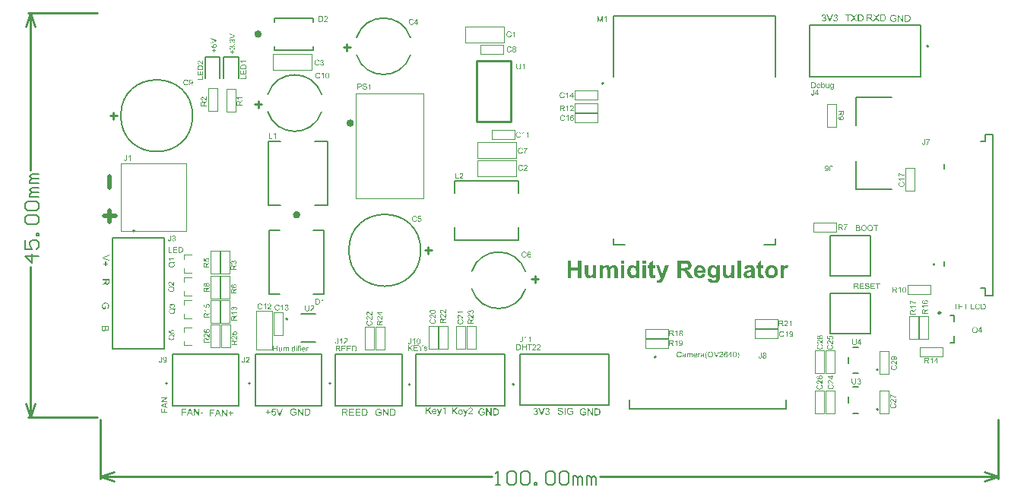
<source format=gbr>
%TF.GenerationSoftware,Altium Limited,Altium Designer,23.4.1 (23)*%
G04 Layer_Color=65535*
%FSLAX45Y45*%
%MOMM*%
%TF.SameCoordinates,D6ADF24A-3376-43E2-8D1E-8FFFCD63A60F*%
%TF.FilePolarity,Positive*%
%TF.FileFunction,Legend,Top*%
%TF.Part,Single*%
G01*
G75*
%TA.AperFunction,NonConductor*%
%ADD115C,0.20000*%
%ADD116C,0.40000*%
%ADD117C,0.12700*%
%ADD118C,0.25000*%
%ADD119C,0.25400*%
%ADD120C,0.10000*%
%ADD121C,0.50800*%
%ADD122C,0.15240*%
G36*
X819048Y2022164D02*
X820250Y2021979D01*
X821729Y2021702D01*
X823393Y2021240D01*
X825057Y2020685D01*
X826721Y2019945D01*
X826814D01*
X826906Y2019853D01*
X827461Y2019576D01*
X828293Y2019021D01*
X829218Y2018374D01*
X830327Y2017449D01*
X831437Y2016432D01*
X832546Y2015230D01*
X833471Y2013843D01*
X833563Y2013658D01*
X833841Y2013196D01*
X834210Y2012364D01*
X834673Y2011347D01*
X835135Y2010145D01*
X835505Y2008758D01*
X835782Y2007186D01*
X835875Y2005615D01*
Y2005430D01*
Y2004875D01*
X835782Y2004135D01*
X835597Y2003118D01*
X835320Y2001916D01*
X834858Y2000622D01*
X834303Y1999328D01*
X833563Y1998033D01*
X833471Y1997848D01*
X833193Y1997479D01*
X832639Y1996831D01*
X831899Y1996092D01*
X830974Y1995260D01*
X829865Y1994335D01*
X828571Y1993503D01*
X826999Y1992671D01*
X827091D01*
X827276Y1992578D01*
X827554Y1992486D01*
X827923Y1992394D01*
X828940Y1992024D01*
X830235Y1991469D01*
X831714Y1990729D01*
X833193Y1989805D01*
X834580Y1988603D01*
X835875Y1987216D01*
X835967Y1987031D01*
X836337Y1986476D01*
X836892Y1985552D01*
X837446Y1984350D01*
X838001Y1982871D01*
X838556Y1981114D01*
X838926Y1979080D01*
X839018Y1976861D01*
Y1976768D01*
Y1976491D01*
Y1976029D01*
X838926Y1975474D01*
X838833Y1974734D01*
X838648Y1973902D01*
X838463Y1972978D01*
X838278Y1971961D01*
X837539Y1969742D01*
X836984Y1968540D01*
X836429Y1967430D01*
X835690Y1966228D01*
X834858Y1965027D01*
X833933Y1963825D01*
X832824Y1962715D01*
X832731Y1962623D01*
X832546Y1962438D01*
X832176Y1962160D01*
X831714Y1961791D01*
X831159Y1961328D01*
X830420Y1960866D01*
X829588Y1960311D01*
X828571Y1959849D01*
X827554Y1959294D01*
X826352Y1958740D01*
X825150Y1958277D01*
X823763Y1957815D01*
X822284Y1957445D01*
X820712Y1957168D01*
X819140Y1956983D01*
X817383Y1956890D01*
X816551D01*
X815997Y1956983D01*
X815257Y1957075D01*
X814425Y1957168D01*
X813500Y1957353D01*
X812483Y1957538D01*
X810264Y1958092D01*
X807953Y1959017D01*
X806751Y1959572D01*
X805642Y1960219D01*
X804532Y1961051D01*
X803423Y1961883D01*
X803330Y1961976D01*
X803145Y1962160D01*
X802868Y1962438D01*
X802590Y1962808D01*
X802128Y1963270D01*
X801666Y1963917D01*
X801111Y1964564D01*
X800556Y1965396D01*
X800002Y1966321D01*
X799447Y1967245D01*
X798430Y1969464D01*
X797598Y1972053D01*
X797320Y1973440D01*
X797136Y1974919D01*
X804994Y1975936D01*
Y1975844D01*
X805087Y1975659D01*
X805179Y1975289D01*
X805272Y1974827D01*
X805364Y1974272D01*
X805549Y1973625D01*
X806011Y1972238D01*
X806659Y1970574D01*
X807491Y1969002D01*
X808415Y1967523D01*
X809525Y1966228D01*
X809710Y1966136D01*
X810079Y1965766D01*
X810819Y1965304D01*
X811744Y1964842D01*
X812853Y1964287D01*
X814240Y1963825D01*
X815812Y1963455D01*
X817476Y1963362D01*
X818031D01*
X818400Y1963455D01*
X819417Y1963547D01*
X820712Y1963825D01*
X822191Y1964287D01*
X823763Y1964934D01*
X825335Y1965859D01*
X826814Y1967153D01*
X826999Y1967338D01*
X827461Y1967893D01*
X828016Y1968725D01*
X828756Y1969834D01*
X829495Y1971221D01*
X830050Y1972793D01*
X830512Y1974642D01*
X830697Y1976676D01*
Y1976768D01*
Y1976953D01*
Y1977231D01*
X830605Y1977601D01*
X830512Y1978618D01*
X830235Y1979820D01*
X829865Y1981299D01*
X829218Y1982778D01*
X828293Y1984257D01*
X827091Y1985644D01*
X826906Y1985829D01*
X826444Y1986199D01*
X825704Y1986754D01*
X824687Y1987401D01*
X823393Y1988048D01*
X821821Y1988603D01*
X820065Y1988973D01*
X818123Y1989158D01*
X817291D01*
X816644Y1989065D01*
X815812Y1988973D01*
X814887Y1988788D01*
X813778Y1988603D01*
X812576Y1988325D01*
X813500Y1995260D01*
X813963D01*
X814332Y1995167D01*
X815534D01*
X816551Y1995352D01*
X817753Y1995537D01*
X819140Y1995814D01*
X820712Y1996277D01*
X822191Y1996924D01*
X823763Y1997756D01*
X823855D01*
X823948Y1997848D01*
X824410Y1998218D01*
X825057Y1998865D01*
X825797Y1999698D01*
X826537Y2000899D01*
X827184Y2002286D01*
X827646Y2003858D01*
X827831Y2004783D01*
Y2005800D01*
Y2005892D01*
Y2005985D01*
Y2006539D01*
X827646Y2007279D01*
X827461Y2008296D01*
X827091Y2009405D01*
X826629Y2010607D01*
X825889Y2011809D01*
X824872Y2012919D01*
X824780Y2013011D01*
X824318Y2013381D01*
X823670Y2013843D01*
X822838Y2014398D01*
X821729Y2014860D01*
X820434Y2015323D01*
X818955Y2015692D01*
X817291Y2015785D01*
X816551D01*
X815719Y2015600D01*
X814610Y2015415D01*
X813408Y2015045D01*
X812206Y2014583D01*
X810912Y2013843D01*
X809710Y2012919D01*
X809617Y2012826D01*
X809247Y2012364D01*
X808693Y2011717D01*
X808045Y2010792D01*
X807398Y2009590D01*
X806751Y2008111D01*
X806196Y2006354D01*
X805826Y2004320D01*
X797968Y2005707D01*
Y2005800D01*
X798060Y2006077D01*
X798153Y2006447D01*
X798245Y2007002D01*
X798430Y2007649D01*
X798707Y2008388D01*
X799262Y2010145D01*
X800187Y2012179D01*
X801296Y2014213D01*
X802683Y2016155D01*
X804440Y2017911D01*
X804532Y2018004D01*
X804717Y2018096D01*
X804994Y2018281D01*
X805364Y2018559D01*
X805826Y2018928D01*
X806474Y2019298D01*
X807121Y2019668D01*
X807953Y2020130D01*
X809802Y2020870D01*
X811929Y2021610D01*
X814425Y2022072D01*
X815719Y2022257D01*
X818031D01*
X819048Y2022164D01*
D02*
G37*
G36*
X786411Y1978340D02*
Y1978248D01*
Y1977970D01*
Y1977601D01*
Y1977046D01*
X786318Y1976306D01*
Y1975567D01*
X786133Y1973810D01*
X785948Y1971776D01*
X785579Y1969649D01*
X785024Y1967708D01*
X784377Y1965859D01*
Y1965766D01*
X784284Y1965674D01*
X784007Y1965119D01*
X783545Y1964379D01*
X782897Y1963362D01*
X781973Y1962345D01*
X780956Y1961236D01*
X779661Y1960126D01*
X778182Y1959202D01*
X777997Y1959109D01*
X777442Y1958832D01*
X776610Y1958462D01*
X775408Y1958092D01*
X773929Y1957630D01*
X772265Y1957260D01*
X770416Y1956983D01*
X768382Y1956890D01*
X767550D01*
X766995Y1956983D01*
X766255Y1957075D01*
X765516Y1957168D01*
X763574Y1957538D01*
X761540Y1958092D01*
X759414Y1958924D01*
X758304Y1959479D01*
X757287Y1960126D01*
X756362Y1960866D01*
X755438Y1961698D01*
X755345Y1961791D01*
X755253Y1961883D01*
X755068Y1962253D01*
X754791Y1962623D01*
X754421Y1963085D01*
X754051Y1963732D01*
X753681Y1964472D01*
X753219Y1965304D01*
X752849Y1966228D01*
X752479Y1967338D01*
X752109Y1968447D01*
X751740Y1969742D01*
X751555Y1971129D01*
X751277Y1972700D01*
X751185Y1974272D01*
Y1976029D01*
X758859Y1977138D01*
Y1977046D01*
Y1976861D01*
Y1976491D01*
X758951Y1975936D01*
X759044Y1975382D01*
Y1974734D01*
X759321Y1973163D01*
X759598Y1971498D01*
X760153Y1969834D01*
X760708Y1968355D01*
X761078Y1967708D01*
X761540Y1967153D01*
X761632Y1967061D01*
X762002Y1966783D01*
X762557Y1966321D01*
X763297Y1965859D01*
X764314Y1965304D01*
X765423Y1964934D01*
X766810Y1964564D01*
X768289Y1964472D01*
X768844D01*
X769399Y1964564D01*
X770231Y1964657D01*
X771063Y1964842D01*
X771988Y1965027D01*
X772912Y1965396D01*
X773837Y1965859D01*
X773929Y1965951D01*
X774206Y1966136D01*
X774576Y1966506D01*
X775131Y1966876D01*
X775593Y1967523D01*
X776148Y1968170D01*
X776610Y1968910D01*
X776980Y1969834D01*
Y1969927D01*
X777165Y1970297D01*
X777258Y1970944D01*
X777442Y1971776D01*
X777627Y1972885D01*
X777720Y1974272D01*
X777905Y1975936D01*
Y1977878D01*
Y2021979D01*
X786411D01*
Y1978340D01*
D02*
G37*
G36*
X1625000Y3957771D02*
X1574981D01*
X1575074Y3957678D01*
X1575444Y3957216D01*
X1575998Y3956661D01*
X1576646Y3955737D01*
X1577478Y3954720D01*
X1578402Y3953425D01*
X1579419Y3951946D01*
X1580436Y3950282D01*
Y3950189D01*
X1580529Y3950097D01*
X1580899Y3949542D01*
X1581361Y3948617D01*
X1581916Y3947508D01*
X1582563Y3946214D01*
X1583210Y3944827D01*
X1583857Y3943440D01*
X1584412Y3942053D01*
X1576830D01*
Y3942146D01*
X1576646Y3942330D01*
X1576553Y3942700D01*
X1576276Y3943163D01*
X1575998Y3943717D01*
X1575629Y3944364D01*
X1574704Y3945936D01*
X1573687Y3947785D01*
X1572393Y3949634D01*
X1570913Y3951576D01*
X1569342Y3953518D01*
X1569249Y3953610D01*
X1569157Y3953703D01*
X1568879Y3953980D01*
X1568602Y3954350D01*
X1567677Y3955182D01*
X1566568Y3956291D01*
X1565273Y3957401D01*
X1563794Y3958603D01*
X1562315Y3959620D01*
X1560743Y3960544D01*
Y3965629D01*
X1625000D01*
Y3957771D01*
D02*
G37*
G36*
X1594582Y3927537D02*
X1595322D01*
X1597078Y3927445D01*
X1599112Y3927168D01*
X1601239Y3926890D01*
X1603458Y3926428D01*
X1605677Y3925873D01*
X1605769D01*
X1605954Y3925781D01*
X1606231Y3925688D01*
X1606601Y3925596D01*
X1607618Y3925226D01*
X1608913Y3924671D01*
X1610392Y3924117D01*
X1611871Y3923377D01*
X1613443Y3922452D01*
X1614922Y3921528D01*
X1615107Y3921435D01*
X1615570Y3921066D01*
X1616217Y3920511D01*
X1617049Y3919771D01*
X1617973Y3918939D01*
X1618898Y3917922D01*
X1619915Y3916905D01*
X1620747Y3915703D01*
X1620840Y3915518D01*
X1621117Y3915148D01*
X1621487Y3914501D01*
X1621949Y3913577D01*
X1622504Y3912467D01*
X1622966Y3911173D01*
X1623521Y3909693D01*
X1623983Y3908029D01*
Y3907844D01*
X1624075Y3907567D01*
X1624168Y3907290D01*
X1624260Y3906365D01*
X1624445Y3905071D01*
X1624630Y3903591D01*
X1624815Y3901835D01*
X1624908Y3899893D01*
X1625000Y3897767D01*
Y3874745D01*
X1561020D01*
Y3899338D01*
X1561113Y3901003D01*
X1561205Y3902852D01*
X1561390Y3904701D01*
X1561668Y3906550D01*
X1561945Y3908122D01*
Y3908214D01*
X1562038Y3908399D01*
Y3908676D01*
X1562222Y3909046D01*
X1562500Y3910063D01*
X1562962Y3911358D01*
X1563609Y3912837D01*
X1564441Y3914409D01*
X1565366Y3915980D01*
X1566568Y3917460D01*
X1566660Y3917552D01*
X1566753Y3917645D01*
X1567030Y3917922D01*
X1567308Y3918292D01*
X1568232Y3919216D01*
X1569526Y3920326D01*
X1571098Y3921528D01*
X1572947Y3922822D01*
X1575074Y3924024D01*
X1577478Y3925041D01*
X1577570D01*
X1577755Y3925134D01*
X1578125Y3925319D01*
X1578680Y3925411D01*
X1579327Y3925688D01*
X1580066Y3925873D01*
X1580899Y3926058D01*
X1581916Y3926336D01*
X1582933Y3926613D01*
X1584134Y3926798D01*
X1586723Y3927260D01*
X1589589Y3927537D01*
X1592733Y3927630D01*
X1592825D01*
X1593010D01*
X1593473D01*
X1593935D01*
X1594582Y3927537D01*
D02*
G37*
G36*
X1625000Y3815203D02*
X1561020D01*
Y3861524D01*
X1568602D01*
Y3823709D01*
X1588110D01*
Y3859120D01*
X1595691D01*
Y3823709D01*
X1617419D01*
Y3863003D01*
X1625000D01*
Y3815203D01*
D02*
G37*
G36*
Y3765000D02*
X1561020D01*
Y3773506D01*
X1617419D01*
Y3805033D01*
X1625000D01*
Y3765000D01*
D02*
G37*
G36*
X4683296Y3898997D02*
Y3898905D01*
Y3898535D01*
Y3898072D01*
Y3897425D01*
X4683203Y3896593D01*
Y3895669D01*
X4683111Y3894559D01*
X4683019Y3893450D01*
X4682741Y3890953D01*
X4682371Y3888365D01*
X4681817Y3885868D01*
X4681447Y3884666D01*
X4681077Y3883557D01*
Y3883464D01*
X4680985Y3883280D01*
X4680800Y3883002D01*
X4680615Y3882632D01*
X4680060Y3881615D01*
X4679228Y3880321D01*
X4678118Y3878842D01*
X4676824Y3877362D01*
X4675160Y3875791D01*
X4673126Y3874404D01*
X4673033D01*
X4672848Y3874219D01*
X4672571Y3874126D01*
X4672109Y3873849D01*
X4671554Y3873572D01*
X4670814Y3873294D01*
X4670075Y3873017D01*
X4669150Y3872647D01*
X4668133Y3872277D01*
X4667024Y3872000D01*
X4665822Y3871723D01*
X4664435Y3871445D01*
X4663048Y3871260D01*
X4661569Y3871075D01*
X4658240Y3870890D01*
X4657408D01*
X4656761Y3870983D01*
X4656021D01*
X4655097Y3871075D01*
X4654080Y3871168D01*
X4653063Y3871260D01*
X4650751Y3871630D01*
X4648255Y3872185D01*
X4645851Y3872924D01*
X4643540Y3873941D01*
X4643447D01*
X4643262Y3874126D01*
X4642985Y3874311D01*
X4642615Y3874496D01*
X4641598Y3875236D01*
X4640396Y3876253D01*
X4639010Y3877547D01*
X4637715Y3879027D01*
X4636421Y3880876D01*
X4635404Y3882910D01*
Y3883002D01*
X4635311Y3883187D01*
X4635219Y3883557D01*
X4635034Y3884019D01*
X4634849Y3884574D01*
X4634664Y3885314D01*
X4634387Y3886146D01*
X4634202Y3887163D01*
X4634017Y3888272D01*
X4633740Y3889474D01*
X4633555Y3890768D01*
X4633370Y3892155D01*
X4633185Y3893727D01*
X4633092Y3895391D01*
X4633000Y3897148D01*
Y3898997D01*
Y3935979D01*
X4641506D01*
Y3898997D01*
Y3898905D01*
Y3898627D01*
Y3898165D01*
Y3897610D01*
X4641598Y3896963D01*
Y3896131D01*
X4641691Y3894374D01*
X4641876Y3892340D01*
X4642153Y3890306D01*
X4642523Y3888365D01*
X4642708Y3887532D01*
X4642985Y3886700D01*
X4643078Y3886515D01*
X4643262Y3886053D01*
X4643725Y3885406D01*
X4644280Y3884481D01*
X4644927Y3883557D01*
X4645851Y3882540D01*
X4646961Y3881523D01*
X4648255Y3880691D01*
X4648440Y3880598D01*
X4648902Y3880321D01*
X4649734Y3880044D01*
X4650844Y3879674D01*
X4652138Y3879211D01*
X4653802Y3878934D01*
X4655559Y3878657D01*
X4657501Y3878564D01*
X4658425D01*
X4658980Y3878657D01*
X4659812D01*
X4660644Y3878749D01*
X4662678Y3879119D01*
X4664897Y3879581D01*
X4667024Y3880321D01*
X4669058Y3881338D01*
X4669982Y3881985D01*
X4670814Y3882725D01*
X4670907Y3882817D01*
X4670999Y3882910D01*
X4671184Y3883187D01*
X4671462Y3883557D01*
X4671739Y3884112D01*
X4672109Y3884666D01*
X4672479Y3885498D01*
X4672848Y3886331D01*
X4673218Y3887348D01*
X4673496Y3888549D01*
X4673865Y3889936D01*
X4674143Y3891416D01*
X4674420Y3893080D01*
X4674605Y3894837D01*
X4674790Y3896871D01*
Y3898997D01*
Y3935979D01*
X4683296D01*
Y3898997D01*
D02*
G37*
G36*
X4723792Y3872000D02*
X4715933D01*
Y3922019D01*
X4715840Y3921926D01*
X4715378Y3921556D01*
X4714823Y3921002D01*
X4713899Y3920354D01*
X4712882Y3919522D01*
X4711587Y3918598D01*
X4710108Y3917581D01*
X4708444Y3916564D01*
X4708352D01*
X4708259Y3916471D01*
X4707704Y3916101D01*
X4706780Y3915639D01*
X4705670Y3915084D01*
X4704376Y3914437D01*
X4702989Y3913790D01*
X4701602Y3913143D01*
X4700215Y3912588D01*
Y3920169D01*
X4700308D01*
X4700493Y3920354D01*
X4700863Y3920447D01*
X4701325Y3920724D01*
X4701880Y3921002D01*
X4702527Y3921371D01*
X4704099Y3922296D01*
X4705948Y3923313D01*
X4707797Y3924607D01*
X4709738Y3926087D01*
X4711680Y3927658D01*
X4711772Y3927751D01*
X4711865Y3927843D01*
X4712142Y3928121D01*
X4712512Y3928398D01*
X4713344Y3929323D01*
X4714454Y3930432D01*
X4715563Y3931726D01*
X4716765Y3933206D01*
X4717782Y3934685D01*
X4718707Y3936257D01*
X4723792D01*
Y3872000D01*
D02*
G37*
G36*
X2328296Y1205997D02*
Y1205905D01*
Y1205535D01*
Y1205073D01*
Y1204425D01*
X2328204Y1203593D01*
Y1202669D01*
X2328111Y1201559D01*
X2328019Y1200450D01*
X2327742Y1197953D01*
X2327372Y1195365D01*
X2326817Y1192868D01*
X2326447Y1191666D01*
X2326077Y1190557D01*
Y1190464D01*
X2325985Y1190280D01*
X2325800Y1190002D01*
X2325615Y1189632D01*
X2325060Y1188615D01*
X2324228Y1187321D01*
X2323119Y1185842D01*
X2321824Y1184362D01*
X2320160Y1182791D01*
X2318126Y1181404D01*
X2318034D01*
X2317849Y1181219D01*
X2317571Y1181126D01*
X2317109Y1180849D01*
X2316554Y1180572D01*
X2315815Y1180294D01*
X2315075Y1180017D01*
X2314151Y1179647D01*
X2313134Y1179277D01*
X2312024Y1179000D01*
X2310822Y1178723D01*
X2309435Y1178445D01*
X2308048Y1178260D01*
X2306569Y1178075D01*
X2303241Y1177890D01*
X2302409D01*
X2301761Y1177983D01*
X2301022D01*
X2300097Y1178075D01*
X2299080Y1178168D01*
X2298063Y1178260D01*
X2295752Y1178630D01*
X2293256Y1179185D01*
X2290852Y1179924D01*
X2288540Y1180942D01*
X2288448D01*
X2288263Y1181126D01*
X2287986Y1181311D01*
X2287616Y1181496D01*
X2286599Y1182236D01*
X2285397Y1183253D01*
X2284010Y1184547D01*
X2282716Y1186027D01*
X2281421Y1187876D01*
X2280404Y1189910D01*
Y1190002D01*
X2280312Y1190187D01*
X2280219Y1190557D01*
X2280034Y1191019D01*
X2279849Y1191574D01*
X2279664Y1192314D01*
X2279387Y1193146D01*
X2279202Y1194163D01*
X2279017Y1195272D01*
X2278740Y1196474D01*
X2278555Y1197768D01*
X2278370Y1199155D01*
X2278185Y1200727D01*
X2278093Y1202391D01*
X2278000Y1204148D01*
Y1205997D01*
Y1242979D01*
X2286506D01*
Y1205997D01*
Y1205905D01*
Y1205627D01*
Y1205165D01*
Y1204610D01*
X2286599Y1203963D01*
Y1203131D01*
X2286691Y1201374D01*
X2286876Y1199340D01*
X2287153Y1197306D01*
X2287523Y1195365D01*
X2287708Y1194533D01*
X2287986Y1193700D01*
X2288078Y1193516D01*
X2288263Y1193053D01*
X2288725Y1192406D01*
X2289280Y1191481D01*
X2289927Y1190557D01*
X2290852Y1189540D01*
X2291961Y1188523D01*
X2293256Y1187691D01*
X2293440Y1187598D01*
X2293903Y1187321D01*
X2294735Y1187044D01*
X2295844Y1186674D01*
X2297139Y1186211D01*
X2298803Y1185934D01*
X2300560Y1185657D01*
X2302501Y1185564D01*
X2303426D01*
X2303980Y1185657D01*
X2304813D01*
X2305645Y1185749D01*
X2307679Y1186119D01*
X2309898Y1186581D01*
X2312024Y1187321D01*
X2314058Y1188338D01*
X2314983Y1188985D01*
X2315815Y1189725D01*
X2315907Y1189817D01*
X2316000Y1189910D01*
X2316185Y1190187D01*
X2316462Y1190557D01*
X2316739Y1191112D01*
X2317109Y1191666D01*
X2317479Y1192499D01*
X2317849Y1193331D01*
X2318219Y1194348D01*
X2318496Y1195550D01*
X2318866Y1196936D01*
X2319143Y1198416D01*
X2319421Y1200080D01*
X2319605Y1201837D01*
X2319790Y1203871D01*
Y1205997D01*
Y1242979D01*
X2328296D01*
Y1205997D01*
D02*
G37*
G36*
X2361950Y1243164D02*
X2362690Y1243072D01*
X2363615Y1242979D01*
X2364632Y1242795D01*
X2365649Y1242610D01*
X2368052Y1241962D01*
X2370456Y1241038D01*
X2371658Y1240483D01*
X2372860Y1239836D01*
X2373970Y1239004D01*
X2374987Y1238079D01*
X2375079Y1237987D01*
X2375264Y1237894D01*
X2375449Y1237525D01*
X2375819Y1237155D01*
X2376281Y1236692D01*
X2376743Y1236045D01*
X2377206Y1235398D01*
X2377760Y1234566D01*
X2378685Y1232809D01*
X2379609Y1230590D01*
X2379979Y1229481D01*
X2380164Y1228187D01*
X2380349Y1226892D01*
X2380442Y1225505D01*
Y1225320D01*
Y1224858D01*
X2380349Y1224118D01*
X2380257Y1223101D01*
X2380072Y1221992D01*
X2379702Y1220698D01*
X2379332Y1219311D01*
X2378777Y1217924D01*
X2378685Y1217739D01*
X2378500Y1217277D01*
X2378130Y1216537D01*
X2377575Y1215520D01*
X2376836Y1214411D01*
X2375911Y1213024D01*
X2374802Y1211637D01*
X2373507Y1210065D01*
X2373322Y1209880D01*
X2372860Y1209325D01*
X2372398Y1208863D01*
X2371936Y1208401D01*
X2371381Y1207846D01*
X2370641Y1207107D01*
X2369902Y1206367D01*
X2368977Y1205535D01*
X2368052Y1204610D01*
X2366943Y1203593D01*
X2365741Y1202576D01*
X2364447Y1201374D01*
X2362967Y1200172D01*
X2361488Y1198878D01*
X2361396Y1198786D01*
X2361211Y1198601D01*
X2360841Y1198323D01*
X2360379Y1197953D01*
X2359824Y1197399D01*
X2359177Y1196844D01*
X2357697Y1195642D01*
X2356126Y1194255D01*
X2354646Y1192868D01*
X2353352Y1191666D01*
X2352797Y1191204D01*
X2352335Y1190742D01*
X2352242Y1190649D01*
X2351965Y1190372D01*
X2351595Y1190002D01*
X2351133Y1189447D01*
X2350671Y1188800D01*
X2350116Y1188153D01*
X2349006Y1186581D01*
X2380534D01*
Y1179000D01*
X2338097D01*
Y1179092D01*
Y1179462D01*
Y1180017D01*
X2338189Y1180757D01*
X2338282Y1181589D01*
X2338466Y1182513D01*
X2338651Y1183438D01*
X2339021Y1184455D01*
Y1184547D01*
X2339114Y1184640D01*
X2339299Y1185194D01*
X2339668Y1186027D01*
X2340223Y1187136D01*
X2340963Y1188430D01*
X2341887Y1189910D01*
X2342904Y1191389D01*
X2344199Y1192961D01*
Y1193053D01*
X2344384Y1193146D01*
X2344846Y1193700D01*
X2345678Y1194533D01*
X2346880Y1195734D01*
X2348267Y1197121D01*
X2350023Y1198786D01*
X2352150Y1200635D01*
X2354461Y1202576D01*
X2354554Y1202669D01*
X2354924Y1202946D01*
X2355478Y1203408D01*
X2356126Y1203963D01*
X2356958Y1204703D01*
X2357975Y1205535D01*
X2358992Y1206459D01*
X2360194Y1207476D01*
X2362505Y1209695D01*
X2364816Y1211914D01*
X2365926Y1213024D01*
X2366943Y1214133D01*
X2367868Y1215150D01*
X2368607Y1216167D01*
Y1216260D01*
X2368792Y1216352D01*
X2368977Y1216630D01*
X2369162Y1216999D01*
X2369809Y1218016D01*
X2370549Y1219218D01*
X2371196Y1220698D01*
X2371843Y1222269D01*
X2372213Y1224026D01*
X2372398Y1225690D01*
Y1225783D01*
Y1225875D01*
X2372305Y1226430D01*
X2372213Y1227354D01*
X2371936Y1228371D01*
X2371566Y1229666D01*
X2370919Y1230960D01*
X2370086Y1232255D01*
X2368977Y1233549D01*
X2368792Y1233734D01*
X2368330Y1234104D01*
X2367683Y1234566D01*
X2366666Y1235213D01*
X2365371Y1235768D01*
X2363892Y1236323D01*
X2362135Y1236692D01*
X2360194Y1236785D01*
X2359639D01*
X2359269Y1236692D01*
X2358160Y1236600D01*
X2356865Y1236323D01*
X2355478Y1235953D01*
X2353907Y1235306D01*
X2352427Y1234474D01*
X2351041Y1233364D01*
X2350856Y1233179D01*
X2350486Y1232717D01*
X2349931Y1231977D01*
X2349376Y1230868D01*
X2348729Y1229573D01*
X2348174Y1227909D01*
X2347805Y1226060D01*
X2347620Y1223934D01*
X2339576Y1224766D01*
Y1224858D01*
X2339668Y1225135D01*
Y1225598D01*
X2339761Y1226245D01*
X2339946Y1226985D01*
X2340131Y1227817D01*
X2340408Y1228834D01*
X2340685Y1229851D01*
X2341425Y1232070D01*
X2342535Y1234289D01*
X2343182Y1235398D01*
X2344014Y1236508D01*
X2344846Y1237525D01*
X2345771Y1238449D01*
X2345863Y1238542D01*
X2346048Y1238634D01*
X2346325Y1238911D01*
X2346788Y1239189D01*
X2347342Y1239559D01*
X2347989Y1239928D01*
X2348729Y1240391D01*
X2349654Y1240853D01*
X2350671Y1241315D01*
X2351780Y1241778D01*
X2352982Y1242147D01*
X2354276Y1242517D01*
X2355663Y1242795D01*
X2357143Y1243072D01*
X2358714Y1243164D01*
X2360379Y1243257D01*
X2361303D01*
X2361950Y1243164D01*
D02*
G37*
G36*
X4023619Y2717164D02*
X4024359Y2717072D01*
X4025284Y2716980D01*
X4026301Y2716795D01*
X4027318Y2716610D01*
X4029721Y2715963D01*
X4032125Y2715038D01*
X4033327Y2714483D01*
X4034529Y2713836D01*
X4035639Y2713004D01*
X4036656Y2712079D01*
X4036748Y2711987D01*
X4036933Y2711895D01*
X4037118Y2711525D01*
X4037488Y2711155D01*
X4037950Y2710693D01*
X4038412Y2710045D01*
X4038875Y2709398D01*
X4039429Y2708566D01*
X4040354Y2706809D01*
X4041278Y2704590D01*
X4041648Y2703481D01*
X4041833Y2702187D01*
X4042018Y2700892D01*
X4042111Y2699505D01*
Y2699320D01*
Y2698858D01*
X4042018Y2698119D01*
X4041926Y2697102D01*
X4041741Y2695992D01*
X4041371Y2694698D01*
X4041001Y2693311D01*
X4040446Y2691924D01*
X4040354Y2691739D01*
X4040169Y2691277D01*
X4039799Y2690537D01*
X4039244Y2689520D01*
X4038505Y2688411D01*
X4037580Y2687024D01*
X4036471Y2685637D01*
X4035176Y2684065D01*
X4034991Y2683880D01*
X4034529Y2683326D01*
X4034067Y2682863D01*
X4033605Y2682401D01*
X4033050Y2681846D01*
X4032310Y2681107D01*
X4031571Y2680367D01*
X4030646Y2679535D01*
X4029721Y2678610D01*
X4028612Y2677593D01*
X4027410Y2676576D01*
X4026116Y2675374D01*
X4024636Y2674172D01*
X4023157Y2672878D01*
X4023065Y2672786D01*
X4022880Y2672601D01*
X4022510Y2672323D01*
X4022048Y2671954D01*
X4021493Y2671399D01*
X4020846Y2670844D01*
X4019366Y2669642D01*
X4017795Y2668255D01*
X4016315Y2666868D01*
X4015021Y2665666D01*
X4014466Y2665204D01*
X4014004Y2664742D01*
X4013911Y2664649D01*
X4013634Y2664372D01*
X4013264Y2664002D01*
X4012802Y2663448D01*
X4012340Y2662800D01*
X4011785Y2662153D01*
X4010675Y2660581D01*
X4042203D01*
Y2653000D01*
X3999766D01*
Y2653092D01*
Y2653462D01*
Y2654017D01*
X3999858Y2654757D01*
X3999951Y2655589D01*
X4000136Y2656513D01*
X4000320Y2657438D01*
X4000690Y2658455D01*
Y2658547D01*
X4000783Y2658640D01*
X4000968Y2659195D01*
X4001337Y2660027D01*
X4001892Y2661136D01*
X4002632Y2662431D01*
X4003556Y2663910D01*
X4004573Y2665389D01*
X4005868Y2666961D01*
Y2667053D01*
X4006053Y2667146D01*
X4006515Y2667701D01*
X4007347Y2668533D01*
X4008549Y2669735D01*
X4009936Y2671121D01*
X4011693Y2672786D01*
X4013819Y2674635D01*
X4016130Y2676576D01*
X4016223Y2676669D01*
X4016593Y2676946D01*
X4017147Y2677408D01*
X4017795Y2677963D01*
X4018627Y2678703D01*
X4019644Y2679535D01*
X4020661Y2680459D01*
X4021863Y2681476D01*
X4024174Y2683695D01*
X4026485Y2685914D01*
X4027595Y2687024D01*
X4028612Y2688133D01*
X4029537Y2689150D01*
X4030276Y2690167D01*
Y2690260D01*
X4030461Y2690352D01*
X4030646Y2690630D01*
X4030831Y2690999D01*
X4031478Y2692016D01*
X4032218Y2693218D01*
X4032865Y2694698D01*
X4033512Y2696269D01*
X4033882Y2698026D01*
X4034067Y2699690D01*
Y2699783D01*
Y2699875D01*
X4033974Y2700430D01*
X4033882Y2701355D01*
X4033605Y2702372D01*
X4033235Y2703666D01*
X4032588Y2704960D01*
X4031755Y2706255D01*
X4030646Y2707549D01*
X4030461Y2707734D01*
X4029999Y2708104D01*
X4029352Y2708566D01*
X4028335Y2709213D01*
X4027040Y2709768D01*
X4025561Y2710323D01*
X4023804Y2710693D01*
X4021863Y2710785D01*
X4021308D01*
X4020938Y2710693D01*
X4019829Y2710600D01*
X4018534Y2710323D01*
X4017147Y2709953D01*
X4015576Y2709306D01*
X4014096Y2708474D01*
X4012710Y2707364D01*
X4012525Y2707179D01*
X4012155Y2706717D01*
X4011600Y2705977D01*
X4011045Y2704868D01*
X4010398Y2703573D01*
X4009843Y2701909D01*
X4009474Y2700060D01*
X4009289Y2697934D01*
X4001245Y2698766D01*
Y2698858D01*
X4001337Y2699136D01*
Y2699598D01*
X4001430Y2700245D01*
X4001615Y2700985D01*
X4001800Y2701817D01*
X4002077Y2702834D01*
X4002354Y2703851D01*
X4003094Y2706070D01*
X4004204Y2708289D01*
X4004851Y2709398D01*
X4005683Y2710508D01*
X4006515Y2711525D01*
X4007440Y2712449D01*
X4007532Y2712542D01*
X4007717Y2712634D01*
X4007994Y2712912D01*
X4008457Y2713189D01*
X4009011Y2713559D01*
X4009658Y2713929D01*
X4010398Y2714391D01*
X4011323Y2714853D01*
X4012340Y2715315D01*
X4013449Y2715778D01*
X4014651Y2716147D01*
X4015945Y2716517D01*
X4017332Y2716795D01*
X4018812Y2717072D01*
X4020383Y2717164D01*
X4022048Y2717257D01*
X4022972D01*
X4023619Y2717164D01*
D02*
G37*
G36*
X3962506Y2660581D02*
X3994033D01*
Y2653000D01*
X3954000D01*
Y2716980D01*
X3962506D01*
Y2660581D01*
D02*
G37*
G36*
X2514043Y4466165D02*
X2514783Y4466072D01*
X2515707Y4465980D01*
X2516724Y4465795D01*
X2517741Y4465610D01*
X2520145Y4464963D01*
X2522549Y4464038D01*
X2523751Y4463484D01*
X2524953Y4462836D01*
X2526062Y4462004D01*
X2527079Y4461080D01*
X2527172Y4460987D01*
X2527357Y4460895D01*
X2527542Y4460525D01*
X2527911Y4460155D01*
X2528374Y4459693D01*
X2528836Y4459046D01*
X2529298Y4458398D01*
X2529853Y4457566D01*
X2530778Y4455810D01*
X2531702Y4453591D01*
X2532072Y4452481D01*
X2532257Y4451187D01*
X2532442Y4449893D01*
X2532534Y4448506D01*
Y4448321D01*
Y4447859D01*
X2532442Y4447119D01*
X2532349Y4446102D01*
X2532164Y4444992D01*
X2531795Y4443698D01*
X2531425Y4442311D01*
X2530870Y4440924D01*
X2530778Y4440739D01*
X2530593Y4440277D01*
X2530223Y4439537D01*
X2529668Y4438520D01*
X2528928Y4437411D01*
X2528004Y4436024D01*
X2526894Y4434637D01*
X2525600Y4433066D01*
X2525415Y4432881D01*
X2524953Y4432326D01*
X2524491Y4431864D01*
X2524028Y4431401D01*
X2523473Y4430847D01*
X2522734Y4430107D01*
X2521994Y4429367D01*
X2521070Y4428535D01*
X2520145Y4427611D01*
X2519036Y4426594D01*
X2517834Y4425577D01*
X2516539Y4424375D01*
X2515060Y4423173D01*
X2513581Y4421878D01*
X2513488Y4421786D01*
X2513303Y4421601D01*
X2512934Y4421324D01*
X2512471Y4420954D01*
X2511916Y4420399D01*
X2511269Y4419844D01*
X2509790Y4418642D01*
X2508218Y4417256D01*
X2506739Y4415869D01*
X2505445Y4414667D01*
X2504890Y4414205D01*
X2504428Y4413742D01*
X2504335Y4413650D01*
X2504058Y4413372D01*
X2503688Y4413003D01*
X2503226Y4412448D01*
X2502763Y4411801D01*
X2502209Y4411153D01*
X2501099Y4409582D01*
X2532627D01*
Y4402000D01*
X2490189D01*
Y4402093D01*
Y4402463D01*
Y4403017D01*
X2490282Y4403757D01*
X2490374Y4404589D01*
X2490559Y4405514D01*
X2490744Y4406438D01*
X2491114Y4407455D01*
Y4407548D01*
X2491206Y4407640D01*
X2491391Y4408195D01*
X2491761Y4409027D01*
X2492316Y4410136D01*
X2493055Y4411431D01*
X2493980Y4412910D01*
X2494997Y4414389D01*
X2496291Y4415961D01*
Y4416054D01*
X2496476Y4416146D01*
X2496939Y4416701D01*
X2497771Y4417533D01*
X2498973Y4418735D01*
X2500359Y4420122D01*
X2502116Y4421786D01*
X2504243Y4423635D01*
X2506554Y4425577D01*
X2506646Y4425669D01*
X2507016Y4425946D01*
X2507571Y4426409D01*
X2508218Y4426963D01*
X2509050Y4427703D01*
X2510067Y4428535D01*
X2511084Y4429460D01*
X2512286Y4430477D01*
X2514598Y4432696D01*
X2516909Y4434915D01*
X2518019Y4436024D01*
X2519036Y4437134D01*
X2519960Y4438151D01*
X2520700Y4439168D01*
Y4439260D01*
X2520885Y4439353D01*
X2521070Y4439630D01*
X2521255Y4440000D01*
X2521902Y4441017D01*
X2522641Y4442219D01*
X2523289Y4443698D01*
X2523936Y4445270D01*
X2524306Y4447026D01*
X2524491Y4448691D01*
Y4448783D01*
Y4448876D01*
X2524398Y4449430D01*
X2524306Y4450355D01*
X2524028Y4451372D01*
X2523658Y4452666D01*
X2523011Y4453961D01*
X2522179Y4455255D01*
X2521070Y4456549D01*
X2520885Y4456734D01*
X2520422Y4457104D01*
X2519775Y4457566D01*
X2518758Y4458214D01*
X2517464Y4458768D01*
X2515985Y4459323D01*
X2514228Y4459693D01*
X2512286Y4459785D01*
X2511732D01*
X2511362Y4459693D01*
X2510252Y4459600D01*
X2508958Y4459323D01*
X2507571Y4458953D01*
X2505999Y4458306D01*
X2504520Y4457474D01*
X2503133Y4456364D01*
X2502948Y4456180D01*
X2502578Y4455717D01*
X2502024Y4454978D01*
X2501469Y4453868D01*
X2500822Y4452574D01*
X2500267Y4450910D01*
X2499897Y4449060D01*
X2499712Y4446934D01*
X2491669Y4447766D01*
Y4447859D01*
X2491761Y4448136D01*
Y4448598D01*
X2491854Y4449245D01*
X2492038Y4449985D01*
X2492223Y4450817D01*
X2492501Y4451834D01*
X2492778Y4452851D01*
X2493518Y4455070D01*
X2494627Y4457289D01*
X2495274Y4458398D01*
X2496107Y4459508D01*
X2496939Y4460525D01*
X2497863Y4461450D01*
X2497956Y4461542D01*
X2498141Y4461634D01*
X2498418Y4461912D01*
X2498880Y4462189D01*
X2499435Y4462559D01*
X2500082Y4462929D01*
X2500822Y4463391D01*
X2501746Y4463853D01*
X2502763Y4464316D01*
X2503873Y4464778D01*
X2505075Y4465148D01*
X2506369Y4465518D01*
X2507756Y4465795D01*
X2509235Y4466072D01*
X2510807Y4466165D01*
X2512471Y4466257D01*
X2513396D01*
X2514043Y4466165D01*
D02*
G37*
G36*
X2456258Y4465887D02*
X2458107Y4465795D01*
X2459956Y4465610D01*
X2461805Y4465333D01*
X2463377Y4465055D01*
X2463470D01*
X2463654Y4464963D01*
X2463932D01*
X2464302Y4464778D01*
X2465319Y4464501D01*
X2466613Y4464038D01*
X2468092Y4463391D01*
X2469664Y4462559D01*
X2471236Y4461634D01*
X2472715Y4460433D01*
X2472808Y4460340D01*
X2472900Y4460248D01*
X2473177Y4459970D01*
X2473547Y4459693D01*
X2474472Y4458768D01*
X2475581Y4457474D01*
X2476783Y4455902D01*
X2478078Y4454053D01*
X2479280Y4451927D01*
X2480297Y4449523D01*
Y4449430D01*
X2480389Y4449245D01*
X2480574Y4448876D01*
X2480666Y4448321D01*
X2480944Y4447674D01*
X2481129Y4446934D01*
X2481314Y4446102D01*
X2481591Y4445085D01*
X2481868Y4444068D01*
X2482053Y4442866D01*
X2482515Y4440277D01*
X2482793Y4437411D01*
X2482885Y4434267D01*
Y4434175D01*
Y4433990D01*
Y4433528D01*
Y4433066D01*
X2482793Y4432418D01*
Y4431679D01*
X2482700Y4429922D01*
X2482423Y4427888D01*
X2482146Y4425762D01*
X2481683Y4423543D01*
X2481129Y4421324D01*
Y4421231D01*
X2481036Y4421046D01*
X2480944Y4420769D01*
X2480851Y4420399D01*
X2480481Y4419382D01*
X2479927Y4418088D01*
X2479372Y4416608D01*
X2478632Y4415129D01*
X2477708Y4413557D01*
X2476783Y4412078D01*
X2476691Y4411893D01*
X2476321Y4411431D01*
X2475766Y4410784D01*
X2475027Y4409952D01*
X2474194Y4409027D01*
X2473177Y4408102D01*
X2472160Y4407085D01*
X2470958Y4406253D01*
X2470774Y4406161D01*
X2470404Y4405883D01*
X2469757Y4405514D01*
X2468832Y4405051D01*
X2467723Y4404497D01*
X2466428Y4404034D01*
X2464949Y4403480D01*
X2463285Y4403017D01*
X2463100D01*
X2462822Y4402925D01*
X2462545Y4402832D01*
X2461620Y4402740D01*
X2460326Y4402555D01*
X2458847Y4402370D01*
X2457090Y4402185D01*
X2455149Y4402093D01*
X2453022Y4402000D01*
X2430000D01*
Y4465980D01*
X2454594D01*
X2456258Y4465887D01*
D02*
G37*
G36*
X4683712Y2807996D02*
X4684544Y2807904D01*
X4685561Y2807812D01*
X4686578Y2807719D01*
X4687780Y2807442D01*
X4690276Y2806887D01*
X4693050Y2806055D01*
X4694437Y2805500D01*
X4695731Y2804853D01*
X4697026Y2804021D01*
X4698320Y2803189D01*
X4698412Y2803096D01*
X4698597Y2803004D01*
X4698967Y2802726D01*
X4699430Y2802264D01*
X4699892Y2801802D01*
X4700539Y2801155D01*
X4701186Y2800415D01*
X4701926Y2799675D01*
X4702665Y2798751D01*
X4703405Y2797641D01*
X4704237Y2796532D01*
X4704977Y2795330D01*
X4705624Y2793943D01*
X4706364Y2792556D01*
X4706918Y2791077D01*
X4707473Y2789413D01*
X4699152Y2787471D01*
Y2787564D01*
X4699060Y2787749D01*
X4698875Y2788118D01*
X4698690Y2788581D01*
X4698505Y2789135D01*
X4698228Y2789875D01*
X4697488Y2791354D01*
X4696563Y2793019D01*
X4695454Y2794683D01*
X4694067Y2796255D01*
X4692588Y2797641D01*
X4692403Y2797826D01*
X4691848Y2798196D01*
X4690924Y2798658D01*
X4689722Y2799306D01*
X4688150Y2799860D01*
X4686393Y2800415D01*
X4684267Y2800785D01*
X4681955Y2800877D01*
X4681216D01*
X4680753Y2800785D01*
X4680106D01*
X4679367Y2800692D01*
X4677610Y2800415D01*
X4675668Y2800045D01*
X4673634Y2799398D01*
X4671508Y2798473D01*
X4669566Y2797272D01*
X4669474D01*
X4669381Y2797087D01*
X4668734Y2796624D01*
X4667902Y2795885D01*
X4666885Y2794775D01*
X4665683Y2793388D01*
X4664574Y2791817D01*
X4663557Y2789875D01*
X4662632Y2787749D01*
Y2787656D01*
X4662540Y2787471D01*
X4662447Y2787194D01*
X4662355Y2786732D01*
X4662170Y2786177D01*
X4661985Y2785530D01*
X4661707Y2783958D01*
X4661338Y2782109D01*
X4660968Y2780075D01*
X4660783Y2777856D01*
X4660690Y2775452D01*
Y2775359D01*
Y2775082D01*
Y2774620D01*
Y2774065D01*
X4660783Y2773418D01*
Y2772586D01*
X4660875Y2771661D01*
X4660968Y2770644D01*
X4661245Y2768425D01*
X4661707Y2766021D01*
X4662262Y2763618D01*
X4663002Y2761214D01*
Y2761121D01*
X4663094Y2760936D01*
X4663279Y2760659D01*
X4663464Y2760197D01*
X4664019Y2759087D01*
X4664851Y2757793D01*
X4665868Y2756314D01*
X4667162Y2754742D01*
X4668642Y2753355D01*
X4670398Y2752061D01*
X4670491D01*
X4670676Y2751968D01*
X4670953Y2751783D01*
X4671323Y2751598D01*
X4671785Y2751413D01*
X4672340Y2751136D01*
X4673634Y2750581D01*
X4675298Y2750027D01*
X4677148Y2749564D01*
X4679182Y2749194D01*
X4681308Y2749102D01*
X4681955D01*
X4682510Y2749194D01*
X4683157D01*
X4683804Y2749287D01*
X4685469Y2749657D01*
X4687410Y2750119D01*
X4689352Y2750859D01*
X4691386Y2751876D01*
X4692403Y2752430D01*
X4693327Y2753170D01*
X4693420Y2753262D01*
X4693512Y2753355D01*
X4693790Y2753632D01*
X4694160Y2753910D01*
X4694529Y2754372D01*
X4694992Y2754927D01*
X4695546Y2755481D01*
X4696009Y2756221D01*
X4696563Y2757053D01*
X4697211Y2757978D01*
X4697765Y2758902D01*
X4698320Y2760012D01*
X4698782Y2761214D01*
X4699245Y2762508D01*
X4699707Y2763895D01*
X4700077Y2765374D01*
X4708583Y2763248D01*
Y2763155D01*
X4708490Y2762785D01*
X4708305Y2762231D01*
X4708028Y2761491D01*
X4707751Y2760659D01*
X4707381Y2759642D01*
X4706918Y2758532D01*
X4706364Y2757331D01*
X4705069Y2754742D01*
X4703405Y2752153D01*
X4702388Y2750859D01*
X4701371Y2749564D01*
X4700262Y2748455D01*
X4698967Y2747345D01*
X4698875Y2747253D01*
X4698690Y2747068D01*
X4698228Y2746883D01*
X4697765Y2746513D01*
X4697026Y2746051D01*
X4696286Y2745589D01*
X4695269Y2745126D01*
X4694252Y2744664D01*
X4693050Y2744109D01*
X4691756Y2743647D01*
X4690369Y2743185D01*
X4688890Y2742722D01*
X4687318Y2742353D01*
X4685654Y2742168D01*
X4683897Y2741983D01*
X4682048Y2741890D01*
X4681031D01*
X4680291Y2741983D01*
X4679459D01*
X4678442Y2742075D01*
X4677333Y2742260D01*
X4676038Y2742445D01*
X4673357Y2742907D01*
X4670583Y2743647D01*
X4667810Y2744664D01*
X4666515Y2745311D01*
X4665221Y2746051D01*
X4665128Y2746143D01*
X4664943Y2746236D01*
X4664574Y2746513D01*
X4664204Y2746883D01*
X4663649Y2747253D01*
X4663002Y2747808D01*
X4662262Y2748455D01*
X4661523Y2749194D01*
X4660783Y2750027D01*
X4659951Y2750859D01*
X4658287Y2752985D01*
X4656715Y2755481D01*
X4655328Y2758255D01*
Y2758348D01*
X4655143Y2758625D01*
X4655051Y2759087D01*
X4654773Y2759642D01*
X4654588Y2760382D01*
X4654311Y2761306D01*
X4653941Y2762323D01*
X4653664Y2763433D01*
X4653386Y2764635D01*
X4653017Y2766021D01*
X4652554Y2768888D01*
X4652184Y2772123D01*
X4652000Y2775452D01*
Y2775544D01*
Y2775914D01*
Y2776469D01*
X4652092Y2777116D01*
Y2778041D01*
X4652184Y2778965D01*
X4652277Y2780167D01*
X4652462Y2781369D01*
X4652924Y2784050D01*
X4653571Y2787009D01*
X4654496Y2789967D01*
X4655790Y2792834D01*
X4655883Y2792926D01*
X4655975Y2793203D01*
X4656160Y2793573D01*
X4656530Y2794036D01*
X4656900Y2794683D01*
X4657362Y2795422D01*
X4658564Y2797087D01*
X4660136Y2798936D01*
X4661985Y2800785D01*
X4664111Y2802634D01*
X4666608Y2804206D01*
X4666700Y2804298D01*
X4666977Y2804391D01*
X4667347Y2804576D01*
X4667810Y2804853D01*
X4668549Y2805130D01*
X4669289Y2805408D01*
X4670213Y2805777D01*
X4671230Y2806147D01*
X4672340Y2806517D01*
X4673542Y2806887D01*
X4676131Y2807442D01*
X4679089Y2807904D01*
X4682140Y2808089D01*
X4683065D01*
X4683712Y2807996D01*
D02*
G37*
G36*
X4738538Y2807164D02*
X4739278Y2807072D01*
X4740203Y2806979D01*
X4741220Y2806794D01*
X4742237Y2806610D01*
X4744640Y2805962D01*
X4747044Y2805038D01*
X4748246Y2804483D01*
X4749448Y2803836D01*
X4750558Y2803004D01*
X4751575Y2802079D01*
X4751667Y2801987D01*
X4751852Y2801894D01*
X4752037Y2801524D01*
X4752407Y2801155D01*
X4752869Y2800692D01*
X4753331Y2800045D01*
X4753794Y2799398D01*
X4754348Y2798566D01*
X4755273Y2796809D01*
X4756197Y2794590D01*
X4756567Y2793481D01*
X4756752Y2792186D01*
X4756937Y2790892D01*
X4757030Y2789505D01*
Y2789320D01*
Y2788858D01*
X4756937Y2788118D01*
X4756845Y2787101D01*
X4756660Y2785992D01*
X4756290Y2784698D01*
X4755920Y2783311D01*
X4755365Y2781924D01*
X4755273Y2781739D01*
X4755088Y2781277D01*
X4754718Y2780537D01*
X4754163Y2779520D01*
X4753424Y2778410D01*
X4752499Y2777024D01*
X4751390Y2775637D01*
X4750095Y2774065D01*
X4749910Y2773880D01*
X4749448Y2773325D01*
X4748986Y2772863D01*
X4748524Y2772401D01*
X4747969Y2771846D01*
X4747229Y2771106D01*
X4746490Y2770367D01*
X4745565Y2769535D01*
X4744640Y2768610D01*
X4743531Y2767593D01*
X4742329Y2766576D01*
X4741035Y2765374D01*
X4739555Y2764172D01*
X4738076Y2762878D01*
X4737984Y2762785D01*
X4737799Y2762601D01*
X4737429Y2762323D01*
X4736967Y2761953D01*
X4736412Y2761399D01*
X4735765Y2760844D01*
X4734285Y2759642D01*
X4732714Y2758255D01*
X4731234Y2756868D01*
X4729940Y2755666D01*
X4729385Y2755204D01*
X4728923Y2754742D01*
X4728831Y2754649D01*
X4728553Y2754372D01*
X4728183Y2754002D01*
X4727721Y2753447D01*
X4727259Y2752800D01*
X4726704Y2752153D01*
X4725595Y2750581D01*
X4757122D01*
Y2743000D01*
X4714685D01*
Y2743092D01*
Y2743462D01*
Y2744017D01*
X4714777Y2744757D01*
X4714870Y2745589D01*
X4715055Y2746513D01*
X4715239Y2747438D01*
X4715609Y2748455D01*
Y2748547D01*
X4715702Y2748640D01*
X4715887Y2749194D01*
X4716257Y2750027D01*
X4716811Y2751136D01*
X4717551Y2752430D01*
X4718475Y2753910D01*
X4719492Y2755389D01*
X4720787Y2756961D01*
Y2757053D01*
X4720972Y2757146D01*
X4721434Y2757700D01*
X4722266Y2758532D01*
X4723468Y2759734D01*
X4724855Y2761121D01*
X4726612Y2762785D01*
X4728738Y2764635D01*
X4731049Y2766576D01*
X4731142Y2766669D01*
X4731512Y2766946D01*
X4732066Y2767408D01*
X4732714Y2767963D01*
X4733546Y2768703D01*
X4734563Y2769535D01*
X4735580Y2770459D01*
X4736782Y2771476D01*
X4739093Y2773695D01*
X4741405Y2775914D01*
X4742514Y2777024D01*
X4743531Y2778133D01*
X4744456Y2779150D01*
X4745195Y2780167D01*
Y2780260D01*
X4745380Y2780352D01*
X4745565Y2780629D01*
X4745750Y2780999D01*
X4746397Y2782016D01*
X4747137Y2783218D01*
X4747784Y2784698D01*
X4748431Y2786269D01*
X4748801Y2788026D01*
X4748986Y2789690D01*
Y2789783D01*
Y2789875D01*
X4748893Y2790430D01*
X4748801Y2791354D01*
X4748524Y2792371D01*
X4748154Y2793666D01*
X4747507Y2794960D01*
X4746675Y2796255D01*
X4745565Y2797549D01*
X4745380Y2797734D01*
X4744918Y2798104D01*
X4744271Y2798566D01*
X4743254Y2799213D01*
X4741959Y2799768D01*
X4740480Y2800323D01*
X4738723Y2800692D01*
X4736782Y2800785D01*
X4736227D01*
X4735857Y2800692D01*
X4734748Y2800600D01*
X4733453Y2800323D01*
X4732066Y2799953D01*
X4730495Y2799306D01*
X4729015Y2798473D01*
X4727629Y2797364D01*
X4727444Y2797179D01*
X4727074Y2796717D01*
X4726519Y2795977D01*
X4725964Y2794868D01*
X4725317Y2793573D01*
X4724762Y2791909D01*
X4724393Y2790060D01*
X4724208Y2787933D01*
X4716164Y2788766D01*
Y2788858D01*
X4716257Y2789135D01*
Y2789598D01*
X4716349Y2790245D01*
X4716534Y2790985D01*
X4716719Y2791817D01*
X4716996Y2792834D01*
X4717274Y2793851D01*
X4718013Y2796070D01*
X4719123Y2798289D01*
X4719770Y2799398D01*
X4720602Y2800507D01*
X4721434Y2801524D01*
X4722359Y2802449D01*
X4722451Y2802542D01*
X4722636Y2802634D01*
X4722913Y2802911D01*
X4723376Y2803189D01*
X4723930Y2803559D01*
X4724578Y2803928D01*
X4725317Y2804391D01*
X4726242Y2804853D01*
X4727259Y2805315D01*
X4728368Y2805777D01*
X4729570Y2806147D01*
X4730865Y2806517D01*
X4732251Y2806794D01*
X4733731Y2807072D01*
X4735302Y2807164D01*
X4736967Y2807257D01*
X4737891D01*
X4738538Y2807164D01*
D02*
G37*
G36*
X3502713Y2239997D02*
X3503545Y2239904D01*
X3504562Y2239812D01*
X3505579Y2239719D01*
X3506781Y2239442D01*
X3509277Y2238887D01*
X3512051Y2238055D01*
X3513437Y2237500D01*
X3514732Y2236853D01*
X3516026Y2236021D01*
X3517321Y2235189D01*
X3517413Y2235096D01*
X3517598Y2235004D01*
X3517968Y2234727D01*
X3518430Y2234264D01*
X3518892Y2233802D01*
X3519540Y2233155D01*
X3520187Y2232415D01*
X3520926Y2231675D01*
X3521666Y2230751D01*
X3522406Y2229641D01*
X3523238Y2228532D01*
X3523977Y2227330D01*
X3524625Y2225943D01*
X3525364Y2224556D01*
X3525919Y2223077D01*
X3526474Y2221413D01*
X3518153Y2219471D01*
Y2219564D01*
X3518060Y2219749D01*
X3517875Y2220118D01*
X3517690Y2220581D01*
X3517506Y2221136D01*
X3517228Y2221875D01*
X3516489Y2223354D01*
X3515564Y2225019D01*
X3514454Y2226683D01*
X3513068Y2228255D01*
X3511588Y2229641D01*
X3511403Y2229826D01*
X3510849Y2230196D01*
X3509924Y2230658D01*
X3508722Y2231306D01*
X3507150Y2231860D01*
X3505394Y2232415D01*
X3503267Y2232785D01*
X3500956Y2232877D01*
X3500216D01*
X3499754Y2232785D01*
X3499107D01*
X3498367Y2232693D01*
X3496610Y2232415D01*
X3494669Y2232045D01*
X3492635Y2231398D01*
X3490508Y2230474D01*
X3488567Y2229272D01*
X3488474D01*
X3488382Y2229087D01*
X3487735Y2228624D01*
X3486903Y2227885D01*
X3485886Y2226775D01*
X3484684Y2225388D01*
X3483574Y2223817D01*
X3482557Y2221875D01*
X3481633Y2219749D01*
Y2219656D01*
X3481540Y2219471D01*
X3481448Y2219194D01*
X3481355Y2218732D01*
X3481170Y2218177D01*
X3480985Y2217530D01*
X3480708Y2215958D01*
X3480338Y2214109D01*
X3479968Y2212075D01*
X3479783Y2209856D01*
X3479691Y2207452D01*
Y2207360D01*
Y2207082D01*
Y2206620D01*
Y2206065D01*
X3479783Y2205418D01*
Y2204586D01*
X3479876Y2203661D01*
X3479968Y2202644D01*
X3480246Y2200425D01*
X3480708Y2198022D01*
X3481263Y2195618D01*
X3482002Y2193214D01*
Y2193121D01*
X3482095Y2192936D01*
X3482280Y2192659D01*
X3482465Y2192197D01*
X3483019Y2191087D01*
X3483852Y2189793D01*
X3484869Y2188314D01*
X3486163Y2186742D01*
X3487642Y2185355D01*
X3489399Y2184061D01*
X3489491D01*
X3489676Y2183968D01*
X3489954Y2183783D01*
X3490323Y2183598D01*
X3490786Y2183413D01*
X3491340Y2183136D01*
X3492635Y2182581D01*
X3494299Y2182027D01*
X3496148Y2181564D01*
X3498182Y2181195D01*
X3500309Y2181102D01*
X3500956D01*
X3501511Y2181195D01*
X3502158D01*
X3502805Y2181287D01*
X3504469Y2181657D01*
X3506411Y2182119D01*
X3508352Y2182859D01*
X3510386Y2183876D01*
X3511403Y2184430D01*
X3512328Y2185170D01*
X3512420Y2185263D01*
X3512513Y2185355D01*
X3512790Y2185632D01*
X3513160Y2185910D01*
X3513530Y2186372D01*
X3513992Y2186927D01*
X3514547Y2187482D01*
X3515009Y2188221D01*
X3515564Y2189053D01*
X3516211Y2189978D01*
X3516766Y2190902D01*
X3517321Y2192012D01*
X3517783Y2193214D01*
X3518245Y2194508D01*
X3518707Y2195895D01*
X3519077Y2197374D01*
X3527583Y2195248D01*
Y2195155D01*
X3527491Y2194786D01*
X3527306Y2194231D01*
X3527029Y2193491D01*
X3526751Y2192659D01*
X3526381Y2191642D01*
X3525919Y2190533D01*
X3525364Y2189331D01*
X3524070Y2186742D01*
X3522406Y2184153D01*
X3521389Y2182859D01*
X3520372Y2181564D01*
X3519262Y2180455D01*
X3517968Y2179345D01*
X3517875Y2179253D01*
X3517690Y2179068D01*
X3517228Y2178883D01*
X3516766Y2178513D01*
X3516026Y2178051D01*
X3515287Y2177589D01*
X3514270Y2177126D01*
X3513253Y2176664D01*
X3512051Y2176109D01*
X3510756Y2175647D01*
X3509369Y2175185D01*
X3507890Y2174723D01*
X3506318Y2174353D01*
X3504654Y2174168D01*
X3502897Y2173983D01*
X3501048Y2173890D01*
X3500031D01*
X3499292Y2173983D01*
X3498460D01*
X3497443Y2174075D01*
X3496333Y2174260D01*
X3495039Y2174445D01*
X3492358Y2174908D01*
X3489584Y2175647D01*
X3486810Y2176664D01*
X3485516Y2177311D01*
X3484221Y2178051D01*
X3484129Y2178143D01*
X3483944Y2178236D01*
X3483574Y2178513D01*
X3483204Y2178883D01*
X3482650Y2179253D01*
X3482002Y2179808D01*
X3481263Y2180455D01*
X3480523Y2181195D01*
X3479783Y2182027D01*
X3478951Y2182859D01*
X3477287Y2184985D01*
X3475715Y2187482D01*
X3474329Y2190255D01*
Y2190348D01*
X3474144Y2190625D01*
X3474051Y2191087D01*
X3473774Y2191642D01*
X3473589Y2192382D01*
X3473312Y2193306D01*
X3472942Y2194323D01*
X3472664Y2195433D01*
X3472387Y2196635D01*
X3472017Y2198022D01*
X3471555Y2200888D01*
X3471185Y2204124D01*
X3471000Y2207452D01*
Y2207544D01*
Y2207914D01*
Y2208469D01*
X3471093Y2209116D01*
Y2210041D01*
X3471185Y2210965D01*
X3471278Y2212167D01*
X3471462Y2213369D01*
X3471925Y2216050D01*
X3472572Y2219009D01*
X3473496Y2221968D01*
X3474791Y2224834D01*
X3474883Y2224926D01*
X3474976Y2225204D01*
X3475161Y2225573D01*
X3475531Y2226036D01*
X3475900Y2226683D01*
X3476363Y2227423D01*
X3477565Y2229087D01*
X3479136Y2230936D01*
X3480985Y2232785D01*
X3483112Y2234634D01*
X3485608Y2236206D01*
X3485701Y2236298D01*
X3485978Y2236391D01*
X3486348Y2236576D01*
X3486810Y2236853D01*
X3487550Y2237130D01*
X3488289Y2237408D01*
X3489214Y2237778D01*
X3490231Y2238147D01*
X3491340Y2238517D01*
X3492542Y2238887D01*
X3495131Y2239442D01*
X3498090Y2239904D01*
X3501141Y2240089D01*
X3502065D01*
X3502713Y2239997D01*
D02*
G37*
G36*
X3574181Y2230658D02*
X3548571D01*
X3545150Y2213369D01*
X3545242Y2213462D01*
X3545427Y2213554D01*
X3545705Y2213739D01*
X3546167Y2214016D01*
X3546722Y2214294D01*
X3547369Y2214664D01*
X3548848Y2215403D01*
X3550697Y2216143D01*
X3552731Y2216790D01*
X3554950Y2217252D01*
X3556060Y2217437D01*
X3558094D01*
X3558648Y2217345D01*
X3559388Y2217252D01*
X3560220Y2217160D01*
X3561145Y2216975D01*
X3562162Y2216698D01*
X3564381Y2216050D01*
X3565583Y2215588D01*
X3566785Y2214941D01*
X3567987Y2214294D01*
X3569188Y2213554D01*
X3570298Y2212630D01*
X3571407Y2211613D01*
X3571500Y2211520D01*
X3571685Y2211335D01*
X3571962Y2211058D01*
X3572332Y2210596D01*
X3572794Y2209948D01*
X3573257Y2209301D01*
X3573811Y2208469D01*
X3574366Y2207544D01*
X3574828Y2206527D01*
X3575383Y2205418D01*
X3575845Y2204124D01*
X3576308Y2202829D01*
X3576677Y2201442D01*
X3576955Y2199871D01*
X3577140Y2198299D01*
X3577232Y2196635D01*
Y2196542D01*
Y2196265D01*
Y2195803D01*
X3577140Y2195155D01*
X3577047Y2194416D01*
X3576955Y2193584D01*
X3576770Y2192567D01*
X3576585Y2191550D01*
X3576030Y2189146D01*
X3575106Y2186649D01*
X3574551Y2185355D01*
X3573811Y2184153D01*
X3573072Y2182859D01*
X3572147Y2181657D01*
X3572055Y2181564D01*
X3571870Y2181287D01*
X3571500Y2180917D01*
X3571038Y2180455D01*
X3570390Y2179900D01*
X3569651Y2179160D01*
X3568726Y2178513D01*
X3567709Y2177774D01*
X3566600Y2177034D01*
X3565305Y2176387D01*
X3563918Y2175740D01*
X3562439Y2175092D01*
X3560867Y2174630D01*
X3559111Y2174260D01*
X3557262Y2173983D01*
X3555320Y2173890D01*
X3554488D01*
X3553841Y2173983D01*
X3553101Y2174075D01*
X3552269Y2174168D01*
X3551252Y2174260D01*
X3550235Y2174538D01*
X3547924Y2175092D01*
X3545612Y2175925D01*
X3544410Y2176479D01*
X3543208Y2177126D01*
X3542099Y2177866D01*
X3540989Y2178698D01*
X3540897Y2178791D01*
X3540712Y2178883D01*
X3540527Y2179253D01*
X3540157Y2179623D01*
X3539695Y2180085D01*
X3539233Y2180640D01*
X3538678Y2181379D01*
X3538216Y2182212D01*
X3537661Y2183044D01*
X3537106Y2184061D01*
X3536089Y2186280D01*
X3535257Y2188868D01*
X3534980Y2190255D01*
X3534795Y2191735D01*
X3543023Y2192382D01*
Y2192289D01*
Y2192104D01*
X3543116Y2191827D01*
X3543208Y2191365D01*
X3543486Y2190348D01*
X3543855Y2188961D01*
X3544410Y2187574D01*
X3545150Y2186002D01*
X3546074Y2184615D01*
X3547184Y2183321D01*
X3547369Y2183229D01*
X3547739Y2182859D01*
X3548478Y2182396D01*
X3549495Y2181842D01*
X3550605Y2181287D01*
X3551992Y2180825D01*
X3553563Y2180455D01*
X3555320Y2180362D01*
X3555875D01*
X3556245Y2180455D01*
X3557354Y2180547D01*
X3558648Y2180917D01*
X3560220Y2181379D01*
X3561792Y2182119D01*
X3563456Y2183229D01*
X3564196Y2183876D01*
X3564935Y2184615D01*
X3565028Y2184708D01*
X3565120Y2184800D01*
X3565305Y2185078D01*
X3565583Y2185355D01*
X3566230Y2186372D01*
X3566969Y2187666D01*
X3567617Y2189238D01*
X3568264Y2191180D01*
X3568726Y2193491D01*
X3568911Y2194693D01*
Y2195987D01*
Y2196080D01*
Y2196265D01*
Y2196635D01*
X3568819Y2197097D01*
Y2197652D01*
X3568726Y2198299D01*
X3568449Y2199778D01*
X3567987Y2201535D01*
X3567339Y2203292D01*
X3566415Y2204956D01*
X3565120Y2206527D01*
Y2206620D01*
X3564935Y2206712D01*
X3564473Y2207175D01*
X3563641Y2207822D01*
X3562532Y2208561D01*
X3561052Y2209209D01*
X3559388Y2209856D01*
X3557447Y2210318D01*
X3556337Y2210503D01*
X3554580D01*
X3553841Y2210411D01*
X3552916Y2210318D01*
X3551807Y2210041D01*
X3550697Y2209763D01*
X3549495Y2209301D01*
X3548293Y2208746D01*
X3548201Y2208654D01*
X3547831Y2208469D01*
X3547276Y2208007D01*
X3546537Y2207544D01*
X3545797Y2206897D01*
X3545057Y2206065D01*
X3544225Y2205233D01*
X3543578Y2204216D01*
X3536182Y2205233D01*
X3542376Y2238147D01*
X3574181D01*
Y2230658D01*
D02*
G37*
G36*
X3466713Y4433997D02*
X3467545Y4433904D01*
X3468562Y4433812D01*
X3469579Y4433719D01*
X3470781Y4433442D01*
X3473277Y4432887D01*
X3476051Y4432055D01*
X3477438Y4431500D01*
X3478732Y4430853D01*
X3480026Y4430021D01*
X3481321Y4429189D01*
X3481413Y4429097D01*
X3481598Y4429004D01*
X3481968Y4428727D01*
X3482430Y4428264D01*
X3482892Y4427802D01*
X3483540Y4427155D01*
X3484187Y4426415D01*
X3484926Y4425676D01*
X3485666Y4424751D01*
X3486406Y4423642D01*
X3487238Y4422532D01*
X3487978Y4421330D01*
X3488625Y4419943D01*
X3489364Y4418557D01*
X3489919Y4417077D01*
X3490474Y4415413D01*
X3482153Y4413471D01*
Y4413564D01*
X3482060Y4413749D01*
X3481875Y4414119D01*
X3481691Y4414581D01*
X3481506Y4415136D01*
X3481228Y4415875D01*
X3480489Y4417355D01*
X3479564Y4419019D01*
X3478455Y4420683D01*
X3477068Y4422255D01*
X3475588Y4423642D01*
X3475404Y4423827D01*
X3474849Y4424196D01*
X3473924Y4424659D01*
X3472722Y4425306D01*
X3471151Y4425861D01*
X3469394Y4426415D01*
X3467267Y4426785D01*
X3464956Y4426878D01*
X3464216D01*
X3463754Y4426785D01*
X3463107D01*
X3462367Y4426693D01*
X3460611Y4426415D01*
X3458669Y4426046D01*
X3456635Y4425398D01*
X3454508Y4424474D01*
X3452567Y4423272D01*
X3452474D01*
X3452382Y4423087D01*
X3451735Y4422625D01*
X3450903Y4421885D01*
X3449886Y4420776D01*
X3448684Y4419389D01*
X3447574Y4417817D01*
X3446557Y4415875D01*
X3445633Y4413749D01*
Y4413656D01*
X3445540Y4413471D01*
X3445448Y4413194D01*
X3445355Y4412732D01*
X3445170Y4412177D01*
X3444985Y4411530D01*
X3444708Y4409958D01*
X3444338Y4408109D01*
X3443968Y4406075D01*
X3443784Y4403856D01*
X3443691Y4401452D01*
Y4401360D01*
Y4401082D01*
Y4400620D01*
Y4400065D01*
X3443784Y4399418D01*
Y4398586D01*
X3443876Y4397662D01*
X3443968Y4396644D01*
X3444246Y4394426D01*
X3444708Y4392022D01*
X3445263Y4389618D01*
X3446003Y4387214D01*
Y4387122D01*
X3446095Y4386937D01*
X3446280Y4386659D01*
X3446465Y4386197D01*
X3447020Y4385087D01*
X3447852Y4383793D01*
X3448869Y4382314D01*
X3450163Y4380742D01*
X3451642Y4379355D01*
X3453399Y4378061D01*
X3453491D01*
X3453676Y4377968D01*
X3453954Y4377783D01*
X3454324Y4377599D01*
X3454786Y4377414D01*
X3455341Y4377136D01*
X3456635Y4376582D01*
X3458299Y4376027D01*
X3460148Y4375565D01*
X3462182Y4375195D01*
X3464309Y4375102D01*
X3464956D01*
X3465511Y4375195D01*
X3466158D01*
X3466805Y4375287D01*
X3468469Y4375657D01*
X3470411Y4376119D01*
X3472352Y4376859D01*
X3474386Y4377876D01*
X3475404Y4378431D01*
X3476328Y4379170D01*
X3476421Y4379263D01*
X3476513Y4379355D01*
X3476790Y4379633D01*
X3477160Y4379910D01*
X3477530Y4380372D01*
X3477992Y4380927D01*
X3478547Y4381482D01*
X3479009Y4382221D01*
X3479564Y4383053D01*
X3480211Y4383978D01*
X3480766Y4384903D01*
X3481321Y4386012D01*
X3481783Y4387214D01*
X3482245Y4388508D01*
X3482708Y4389895D01*
X3483077Y4391375D01*
X3491583Y4389248D01*
Y4389156D01*
X3491491Y4388786D01*
X3491306Y4388231D01*
X3491029Y4387491D01*
X3490751Y4386659D01*
X3490381Y4385642D01*
X3489919Y4384533D01*
X3489364Y4383331D01*
X3488070Y4380742D01*
X3486406Y4378153D01*
X3485389Y4376859D01*
X3484372Y4375565D01*
X3483262Y4374455D01*
X3481968Y4373346D01*
X3481875Y4373253D01*
X3481691Y4373068D01*
X3481228Y4372883D01*
X3480766Y4372513D01*
X3480026Y4372051D01*
X3479287Y4371589D01*
X3478270Y4371127D01*
X3477253Y4370664D01*
X3476051Y4370110D01*
X3474756Y4369647D01*
X3473369Y4369185D01*
X3471890Y4368723D01*
X3470318Y4368353D01*
X3468654Y4368168D01*
X3466898Y4367983D01*
X3465048Y4367891D01*
X3464031D01*
X3463292Y4367983D01*
X3462460D01*
X3461443Y4368076D01*
X3460333Y4368261D01*
X3459039Y4368445D01*
X3456358Y4368908D01*
X3453584Y4369647D01*
X3450810Y4370664D01*
X3449516Y4371312D01*
X3448221Y4372051D01*
X3448129Y4372144D01*
X3447944Y4372236D01*
X3447574Y4372513D01*
X3447204Y4372883D01*
X3446650Y4373253D01*
X3446003Y4373808D01*
X3445263Y4374455D01*
X3444523Y4375195D01*
X3443784Y4376027D01*
X3442951Y4376859D01*
X3441287Y4378985D01*
X3439715Y4381482D01*
X3438329Y4384255D01*
Y4384348D01*
X3438144Y4384625D01*
X3438051Y4385087D01*
X3437774Y4385642D01*
X3437589Y4386382D01*
X3437312Y4387306D01*
X3436942Y4388323D01*
X3436664Y4389433D01*
X3436387Y4390635D01*
X3436017Y4392022D01*
X3435555Y4394888D01*
X3435185Y4398124D01*
X3435000Y4401452D01*
Y4401545D01*
Y4401914D01*
Y4402469D01*
X3435093Y4403116D01*
Y4404041D01*
X3435185Y4404966D01*
X3435278Y4406167D01*
X3435463Y4407369D01*
X3435925Y4410051D01*
X3436572Y4413009D01*
X3437497Y4415968D01*
X3438791Y4418834D01*
X3438883Y4418926D01*
X3438976Y4419204D01*
X3439161Y4419574D01*
X3439531Y4420036D01*
X3439900Y4420683D01*
X3440363Y4421423D01*
X3441565Y4423087D01*
X3443136Y4424936D01*
X3444985Y4426785D01*
X3447112Y4428634D01*
X3449608Y4430206D01*
X3449701Y4430298D01*
X3449978Y4430391D01*
X3450348Y4430576D01*
X3450810Y4430853D01*
X3451550Y4431131D01*
X3452290Y4431408D01*
X3453214Y4431778D01*
X3454231Y4432148D01*
X3455341Y4432517D01*
X3456542Y4432887D01*
X3459131Y4433442D01*
X3462090Y4433904D01*
X3465141Y4434089D01*
X3466065D01*
X3466713Y4433997D01*
D02*
G37*
G36*
X3531802Y4391559D02*
X3540493D01*
Y4384348D01*
X3531802D01*
Y4369000D01*
X3523943D01*
Y4384348D01*
X3496114D01*
Y4391559D01*
X3525422Y4432980D01*
X3531802D01*
Y4391559D01*
D02*
G37*
G36*
X2483885Y1253000D02*
X2476026D01*
Y1303019D01*
X2475933Y1302926D01*
X2475471Y1302556D01*
X2474916Y1302002D01*
X2473992Y1301355D01*
X2472975Y1300522D01*
X2471680Y1299598D01*
X2470201Y1298581D01*
X2468537Y1297564D01*
X2468444D01*
X2468352Y1297471D01*
X2467797Y1297102D01*
X2466873Y1296639D01*
X2465763Y1296085D01*
X2464469Y1295437D01*
X2463082Y1294790D01*
X2461695Y1294143D01*
X2460308Y1293588D01*
Y1301170D01*
X2460401D01*
X2460586Y1301355D01*
X2460955Y1301447D01*
X2461418Y1301724D01*
X2461972Y1302002D01*
X2462620Y1302372D01*
X2464191Y1303296D01*
X2466041Y1304313D01*
X2467890Y1305607D01*
X2469831Y1307087D01*
X2471773Y1308659D01*
X2471865Y1308751D01*
X2471958Y1308843D01*
X2472235Y1309121D01*
X2472605Y1309398D01*
X2473437Y1310323D01*
X2474546Y1311432D01*
X2475656Y1312727D01*
X2476858Y1314206D01*
X2477875Y1315685D01*
X2478799Y1317257D01*
X2483885D01*
Y1253000D01*
D02*
G37*
G36*
X2419258Y1316887D02*
X2421107Y1316795D01*
X2422956Y1316610D01*
X2424805Y1316332D01*
X2426377Y1316055D01*
X2426469D01*
X2426654Y1315963D01*
X2426932D01*
X2427301Y1315778D01*
X2428318Y1315500D01*
X2429613Y1315038D01*
X2431092Y1314391D01*
X2432664Y1313559D01*
X2434236Y1312634D01*
X2435715Y1311432D01*
X2435807Y1311340D01*
X2435900Y1311247D01*
X2436177Y1310970D01*
X2436547Y1310693D01*
X2437472Y1309768D01*
X2438581Y1308474D01*
X2439783Y1306902D01*
X2441077Y1305053D01*
X2442279Y1302926D01*
X2443296Y1300522D01*
Y1300430D01*
X2443389Y1300245D01*
X2443574Y1299875D01*
X2443666Y1299320D01*
X2443944Y1298673D01*
X2444128Y1297934D01*
X2444313Y1297102D01*
X2444591Y1296085D01*
X2444868Y1295068D01*
X2445053Y1293866D01*
X2445515Y1291277D01*
X2445793Y1288411D01*
X2445885Y1285267D01*
Y1285175D01*
Y1284990D01*
Y1284528D01*
Y1284065D01*
X2445793Y1283418D01*
Y1282678D01*
X2445700Y1280922D01*
X2445423Y1278888D01*
X2445145Y1276761D01*
X2444683Y1274542D01*
X2444128Y1272323D01*
Y1272231D01*
X2444036Y1272046D01*
X2443944Y1271769D01*
X2443851Y1271399D01*
X2443481Y1270382D01*
X2442927Y1269087D01*
X2442372Y1267608D01*
X2441632Y1266129D01*
X2440708Y1264557D01*
X2439783Y1263078D01*
X2439691Y1262893D01*
X2439321Y1262431D01*
X2438766Y1261783D01*
X2438026Y1260951D01*
X2437194Y1260027D01*
X2436177Y1259102D01*
X2435160Y1258085D01*
X2433958Y1257253D01*
X2433773Y1257161D01*
X2433404Y1256883D01*
X2432756Y1256513D01*
X2431832Y1256051D01*
X2430722Y1255496D01*
X2429428Y1255034D01*
X2427949Y1254479D01*
X2426284Y1254017D01*
X2426100D01*
X2425822Y1253925D01*
X2425545Y1253832D01*
X2424620Y1253740D01*
X2423326Y1253555D01*
X2421847Y1253370D01*
X2420090Y1253185D01*
X2418148Y1253092D01*
X2416022Y1253000D01*
X2393000D01*
Y1316980D01*
X2417594D01*
X2419258Y1316887D01*
D02*
G37*
G36*
X8540930Y1490997D02*
X8541577D01*
X8543333Y1490812D01*
X8545275Y1490534D01*
X8547309Y1490072D01*
X8549528Y1489517D01*
X8551562Y1488778D01*
X8551654D01*
X8551839Y1488685D01*
X8552117Y1488500D01*
X8552487Y1488315D01*
X8553411Y1487853D01*
X8554613Y1487021D01*
X8556000Y1486096D01*
X8557387Y1484894D01*
X8558681Y1483508D01*
X8559883Y1481936D01*
Y1481843D01*
X8559976Y1481751D01*
X8560160Y1481474D01*
X8560345Y1481196D01*
X8560808Y1480272D01*
X8561362Y1479070D01*
X8562010Y1477590D01*
X8562472Y1475834D01*
X8562934Y1473985D01*
X8563119Y1471951D01*
X8554983Y1471303D01*
Y1471396D01*
Y1471581D01*
X8554890Y1471858D01*
X8554798Y1472320D01*
X8554521Y1473337D01*
X8554151Y1474724D01*
X8553596Y1476204D01*
X8552764Y1477683D01*
X8551747Y1479070D01*
X8550453Y1480364D01*
X8550268Y1480457D01*
X8549805Y1480826D01*
X8548881Y1481381D01*
X8547679Y1481936D01*
X8546107Y1482491D01*
X8544258Y1483045D01*
X8541947Y1483415D01*
X8539358Y1483508D01*
X8538063D01*
X8537509Y1483415D01*
X8536769Y1483323D01*
X8535105Y1483138D01*
X8533256Y1482768D01*
X8531407Y1482306D01*
X8529650Y1481566D01*
X8528910Y1481104D01*
X8528171Y1480641D01*
X8527986Y1480549D01*
X8527616Y1480179D01*
X8527061Y1479532D01*
X8526506Y1478792D01*
X8525859Y1477775D01*
X8525305Y1476666D01*
X8524935Y1475371D01*
X8524750Y1473892D01*
Y1473707D01*
Y1473337D01*
X8524842Y1472690D01*
X8525027Y1471951D01*
X8525305Y1471026D01*
X8525767Y1470101D01*
X8526322Y1469177D01*
X8527154Y1468252D01*
X8527246Y1468160D01*
X8527708Y1467883D01*
X8528078Y1467605D01*
X8528448Y1467420D01*
X8529003Y1467143D01*
X8529650Y1466773D01*
X8530482Y1466496D01*
X8531407Y1466126D01*
X8532424Y1465756D01*
X8533626Y1465294D01*
X8534920Y1464924D01*
X8536399Y1464462D01*
X8538063Y1464092D01*
X8539913Y1463630D01*
X8540005D01*
X8540375Y1463537D01*
X8540930Y1463445D01*
X8541577Y1463260D01*
X8542409Y1463075D01*
X8543426Y1462797D01*
X8544443Y1462520D01*
X8545552Y1462243D01*
X8547956Y1461596D01*
X8550268Y1460948D01*
X8551377Y1460578D01*
X8552394Y1460209D01*
X8553319Y1459931D01*
X8554058Y1459561D01*
X8554151D01*
X8554336Y1459469D01*
X8554613Y1459284D01*
X8554983Y1459099D01*
X8556000Y1458544D01*
X8557202Y1457805D01*
X8558589Y1456788D01*
X8559976Y1455678D01*
X8561270Y1454384D01*
X8562379Y1452997D01*
X8562472Y1452812D01*
X8562842Y1452350D01*
X8563211Y1451518D01*
X8563766Y1450408D01*
X8564228Y1449114D01*
X8564691Y1447542D01*
X8564968Y1445786D01*
X8565061Y1443936D01*
Y1443844D01*
Y1443751D01*
Y1443474D01*
Y1443104D01*
X8564876Y1442087D01*
X8564691Y1440793D01*
X8564321Y1439314D01*
X8563859Y1437742D01*
X8563119Y1436078D01*
X8562102Y1434321D01*
Y1434229D01*
X8562010Y1434136D01*
X8561547Y1433581D01*
X8560900Y1432749D01*
X8559976Y1431825D01*
X8558774Y1430715D01*
X8557294Y1429513D01*
X8555630Y1428404D01*
X8553689Y1427387D01*
X8553596D01*
X8553411Y1427294D01*
X8553134Y1427202D01*
X8552764Y1427017D01*
X8552209Y1426832D01*
X8551562Y1426555D01*
X8550083Y1426185D01*
X8548326Y1425723D01*
X8546200Y1425260D01*
X8543888Y1424983D01*
X8541392Y1424890D01*
X8539913D01*
X8539173Y1424983D01*
X8538341D01*
X8537416Y1425075D01*
X8536307Y1425168D01*
X8533995Y1425538D01*
X8531592Y1425907D01*
X8529188Y1426555D01*
X8526876Y1427387D01*
X8526784D01*
X8526599Y1427479D01*
X8526322Y1427664D01*
X8525952Y1427849D01*
X8524842Y1428404D01*
X8523548Y1429236D01*
X8522069Y1430345D01*
X8520497Y1431640D01*
X8519018Y1433212D01*
X8517631Y1434968D01*
Y1435061D01*
X8517446Y1435246D01*
X8517353Y1435523D01*
X8517076Y1435893D01*
X8516891Y1436355D01*
X8516614Y1436910D01*
X8515966Y1438297D01*
X8515319Y1440053D01*
X8514765Y1441995D01*
X8514395Y1444214D01*
X8514210Y1446525D01*
X8522161Y1447265D01*
Y1447172D01*
Y1447080D01*
X8522253Y1446803D01*
Y1446433D01*
X8522438Y1445601D01*
X8522716Y1444399D01*
X8523086Y1443197D01*
X8523455Y1441810D01*
X8524103Y1440516D01*
X8524750Y1439314D01*
X8524842Y1439221D01*
X8525120Y1438851D01*
X8525582Y1438204D01*
X8526322Y1437557D01*
X8527246Y1436725D01*
X8528263Y1435893D01*
X8529650Y1435061D01*
X8531129Y1434321D01*
X8531222D01*
X8531314Y1434229D01*
X8531592Y1434136D01*
X8531869Y1434044D01*
X8532793Y1433766D01*
X8533995Y1433396D01*
X8535475Y1433027D01*
X8537139Y1432749D01*
X8538988Y1432564D01*
X8541022Y1432472D01*
X8541854D01*
X8542779Y1432564D01*
X8543888Y1432657D01*
X8545183Y1432842D01*
X8546662Y1433027D01*
X8548141Y1433396D01*
X8549528Y1433859D01*
X8549713Y1433951D01*
X8550175Y1434136D01*
X8550822Y1434506D01*
X8551654Y1434876D01*
X8552487Y1435523D01*
X8553411Y1436170D01*
X8554336Y1436910D01*
X8555075Y1437834D01*
X8555168Y1437927D01*
X8555353Y1438297D01*
X8555630Y1438759D01*
X8556000Y1439499D01*
X8556370Y1440238D01*
X8556647Y1441163D01*
X8556832Y1442180D01*
X8556924Y1443289D01*
Y1443382D01*
Y1443844D01*
X8556832Y1444399D01*
X8556740Y1445138D01*
X8556462Y1445878D01*
X8556185Y1446803D01*
X8555723Y1447727D01*
X8555075Y1448559D01*
X8554983Y1448652D01*
X8554706Y1448929D01*
X8554336Y1449299D01*
X8553689Y1449854D01*
X8552949Y1450408D01*
X8551932Y1451056D01*
X8550730Y1451703D01*
X8549343Y1452257D01*
X8549251Y1452350D01*
X8548788Y1452442D01*
X8548049Y1452720D01*
X8547586Y1452812D01*
X8546939Y1452997D01*
X8546292Y1453274D01*
X8545460Y1453459D01*
X8544535Y1453737D01*
X8543426Y1454014D01*
X8542316Y1454291D01*
X8541022Y1454661D01*
X8539543Y1455031D01*
X8537971Y1455401D01*
X8537879D01*
X8537601Y1455493D01*
X8537139Y1455586D01*
X8536584Y1455771D01*
X8535844Y1455956D01*
X8535012Y1456141D01*
X8533163Y1456695D01*
X8531129Y1457343D01*
X8529003Y1457990D01*
X8527154Y1458637D01*
X8526322Y1459007D01*
X8525582Y1459377D01*
X8525489D01*
X8525397Y1459469D01*
X8524842Y1459839D01*
X8524010Y1460301D01*
X8523086Y1461041D01*
X8521976Y1461873D01*
X8520867Y1462890D01*
X8519757Y1464092D01*
X8518833Y1465386D01*
X8518740Y1465571D01*
X8518463Y1466033D01*
X8518093Y1466773D01*
X8517723Y1467698D01*
X8517353Y1468900D01*
X8516983Y1470286D01*
X8516706Y1471766D01*
X8516614Y1473337D01*
Y1473430D01*
Y1473522D01*
Y1473800D01*
Y1474170D01*
X8516799Y1475094D01*
X8516983Y1476296D01*
X8517261Y1477683D01*
X8517723Y1479255D01*
X8518370Y1480826D01*
X8519295Y1482398D01*
Y1482491D01*
X8519387Y1482583D01*
X8519850Y1483138D01*
X8520497Y1483877D01*
X8521329Y1484802D01*
X8522438Y1485819D01*
X8523825Y1486928D01*
X8525489Y1487945D01*
X8527339Y1488870D01*
X8527431D01*
X8527616Y1488962D01*
X8527893Y1489055D01*
X8528263Y1489240D01*
X8528725Y1489425D01*
X8529373Y1489610D01*
X8530759Y1489979D01*
X8532516Y1490349D01*
X8534550Y1490719D01*
X8536677Y1490997D01*
X8539080Y1491089D01*
X8540282D01*
X8540930Y1490997D01*
D02*
G37*
G36*
X8682202Y1482398D02*
X8661122D01*
Y1426000D01*
X8652616D01*
Y1482398D01*
X8631536D01*
Y1489979D01*
X8682202D01*
Y1482398D01*
D02*
G37*
G36*
X8623123D02*
X8585308D01*
Y1462890D01*
X8620719D01*
Y1455308D01*
X8585308D01*
Y1433581D01*
X8624602D01*
Y1426000D01*
X8576803D01*
Y1489979D01*
X8623123D01*
Y1482398D01*
D02*
G37*
G36*
X8503855D02*
X8466040D01*
Y1462890D01*
X8501451D01*
Y1455308D01*
X8466040D01*
Y1433581D01*
X8505334D01*
Y1426000D01*
X8457534D01*
Y1489979D01*
X8503855D01*
Y1482398D01*
D02*
G37*
G36*
X8423418Y1489887D02*
X8424250D01*
X8426192Y1489795D01*
X8428226Y1489517D01*
X8430445Y1489240D01*
X8432479Y1488778D01*
X8433496Y1488500D01*
X8434328Y1488223D01*
X8434420D01*
X8434513Y1488130D01*
X8435067Y1487853D01*
X8435900Y1487483D01*
X8436917Y1486836D01*
X8438026Y1486004D01*
X8439228Y1484894D01*
X8440337Y1483600D01*
X8441447Y1482121D01*
Y1482028D01*
X8441539Y1481936D01*
X8441909Y1481381D01*
X8442279Y1480457D01*
X8442834Y1479255D01*
X8443296Y1477868D01*
X8443758Y1476204D01*
X8444036Y1474447D01*
X8444128Y1472505D01*
Y1472413D01*
Y1472228D01*
Y1471858D01*
X8444036Y1471396D01*
Y1470749D01*
X8443943Y1470101D01*
X8443573Y1468530D01*
X8443019Y1466681D01*
X8442279Y1464739D01*
X8441170Y1462797D01*
X8440430Y1461873D01*
X8439690Y1460948D01*
X8439598Y1460856D01*
X8439505Y1460763D01*
X8439228Y1460486D01*
X8438858Y1460209D01*
X8438396Y1459839D01*
X8437841Y1459469D01*
X8437101Y1459007D01*
X8436362Y1458452D01*
X8435437Y1457990D01*
X8434420Y1457527D01*
X8433311Y1456973D01*
X8432109Y1456510D01*
X8430722Y1456141D01*
X8429335Y1455678D01*
X8427763Y1455401D01*
X8426099Y1455124D01*
X8426284Y1455031D01*
X8426654Y1454846D01*
X8427209Y1454476D01*
X8427948Y1454107D01*
X8429613Y1453090D01*
X8430445Y1452442D01*
X8431184Y1451888D01*
X8431369Y1451703D01*
X8431831Y1451240D01*
X8432571Y1450501D01*
X8433496Y1449576D01*
X8434513Y1448282D01*
X8435715Y1446895D01*
X8436917Y1445231D01*
X8438211Y1443382D01*
X8449213Y1426000D01*
X8438673D01*
X8430260Y1439314D01*
Y1439406D01*
X8430075Y1439591D01*
X8429890Y1439868D01*
X8429613Y1440238D01*
X8428965Y1441255D01*
X8428133Y1442550D01*
X8427116Y1443936D01*
X8426099Y1445416D01*
X8425082Y1446803D01*
X8424158Y1448097D01*
X8424065Y1448189D01*
X8423788Y1448559D01*
X8423326Y1449114D01*
X8422678Y1449761D01*
X8421292Y1451148D01*
X8420552Y1451795D01*
X8419812Y1452350D01*
X8419720Y1452442D01*
X8419535Y1452535D01*
X8419165Y1452720D01*
X8418610Y1452997D01*
X8418056Y1453274D01*
X8417408Y1453552D01*
X8415929Y1454014D01*
X8415837D01*
X8415652Y1454107D01*
X8415282D01*
X8414820Y1454199D01*
X8414172Y1454291D01*
X8413433D01*
X8412416Y1454384D01*
X8401506D01*
Y1426000D01*
X8393000D01*
Y1489979D01*
X8422678D01*
X8423418Y1489887D01*
D02*
G37*
G36*
X5595021Y4402000D02*
X5586885D01*
Y4455532D01*
X5568209Y4402000D01*
X5560627D01*
X5542136Y4456457D01*
Y4402000D01*
X5534000D01*
Y4465980D01*
X5546667D01*
X5561829Y4420584D01*
Y4420491D01*
X5561922Y4420306D01*
X5562014Y4420029D01*
X5562199Y4419567D01*
X5562569Y4418457D01*
X5563031Y4417070D01*
X5563494Y4415499D01*
X5564048Y4413927D01*
X5564511Y4412448D01*
X5564880Y4411153D01*
X5564973Y4411338D01*
X5565065Y4411800D01*
X5565343Y4412633D01*
X5565713Y4413742D01*
X5566175Y4415221D01*
X5566822Y4416978D01*
X5567469Y4419012D01*
X5568301Y4421416D01*
X5583649Y4465980D01*
X5595021D01*
Y4402000D01*
D02*
G37*
G36*
X5635147D02*
X5627288D01*
Y4452019D01*
X5627196Y4451926D01*
X5626733Y4451557D01*
X5626179Y4451002D01*
X5625254Y4450355D01*
X5624237Y4449522D01*
X5622943Y4448598D01*
X5621463Y4447581D01*
X5619799Y4446564D01*
X5619707D01*
X5619614Y4446471D01*
X5619060Y4446102D01*
X5618135Y4445639D01*
X5617026Y4445085D01*
X5615731Y4444437D01*
X5614344Y4443790D01*
X5612958Y4443143D01*
X5611571Y4442588D01*
Y4450170D01*
X5611663D01*
X5611848Y4450355D01*
X5612218Y4450447D01*
X5612680Y4450724D01*
X5613235Y4451002D01*
X5613882Y4451372D01*
X5615454Y4452296D01*
X5617303Y4453313D01*
X5619152Y4454608D01*
X5621094Y4456087D01*
X5623035Y4457659D01*
X5623128Y4457751D01*
X5623220Y4457844D01*
X5623498Y4458121D01*
X5623867Y4458398D01*
X5624699Y4459323D01*
X5625809Y4460432D01*
X5626918Y4461727D01*
X5628120Y4463206D01*
X5629137Y4464685D01*
X5630062Y4466257D01*
X5635147D01*
Y4402000D01*
D02*
G37*
G36*
X3027000Y1128426D02*
X3026908D01*
X3026538D01*
X3025983D01*
X3025243Y1128519D01*
X3024411Y1128611D01*
X3023487Y1128796D01*
X3022562Y1128981D01*
X3021545Y1129351D01*
X3021453D01*
X3021360Y1129444D01*
X3020805Y1129628D01*
X3019973Y1129998D01*
X3018864Y1130553D01*
X3017570Y1131293D01*
X3016090Y1132217D01*
X3014611Y1133234D01*
X3013039Y1134529D01*
X3012947D01*
X3012854Y1134714D01*
X3012300Y1135176D01*
X3011467Y1136008D01*
X3010266Y1137210D01*
X3008879Y1138597D01*
X3007214Y1140353D01*
X3005365Y1142480D01*
X3003424Y1144791D01*
X3003331Y1144884D01*
X3003054Y1145253D01*
X3002592Y1145808D01*
X3002037Y1146455D01*
X3001297Y1147288D01*
X3000465Y1148305D01*
X2999541Y1149322D01*
X2998524Y1150523D01*
X2996305Y1152835D01*
X2994086Y1155146D01*
X2992976Y1156256D01*
X2991867Y1157273D01*
X2990850Y1158197D01*
X2989833Y1158937D01*
X2989740D01*
X2989648Y1159122D01*
X2989370Y1159307D01*
X2989001Y1159492D01*
X2987984Y1160139D01*
X2986782Y1160879D01*
X2985302Y1161526D01*
X2983731Y1162173D01*
X2981974Y1162543D01*
X2980310Y1162728D01*
X2980217D01*
X2980125D01*
X2979570Y1162635D01*
X2978646Y1162543D01*
X2977629Y1162265D01*
X2976334Y1161896D01*
X2975040Y1161248D01*
X2973745Y1160416D01*
X2972451Y1159307D01*
X2972266Y1159122D01*
X2971896Y1158660D01*
X2971434Y1158012D01*
X2970787Y1156995D01*
X2970232Y1155701D01*
X2969677Y1154222D01*
X2969307Y1152465D01*
X2969215Y1150523D01*
Y1149969D01*
X2969307Y1149599D01*
X2969400Y1148489D01*
X2969677Y1147195D01*
X2970047Y1145808D01*
X2970694Y1144236D01*
X2971526Y1142757D01*
X2972636Y1141370D01*
X2972821Y1141185D01*
X2973283Y1140816D01*
X2974023Y1140261D01*
X2975132Y1139706D01*
X2976427Y1139059D01*
X2978091Y1138504D01*
X2979940Y1138134D01*
X2982066Y1137949D01*
X2981234Y1129906D01*
X2981142D01*
X2980864Y1129998D01*
X2980402D01*
X2979755Y1130091D01*
X2979015Y1130276D01*
X2978183Y1130461D01*
X2977166Y1130738D01*
X2976149Y1131015D01*
X2973930Y1131755D01*
X2971711Y1132864D01*
X2970602Y1133512D01*
X2969492Y1134344D01*
X2968475Y1135176D01*
X2967551Y1136100D01*
X2967458Y1136193D01*
X2967366Y1136378D01*
X2967089Y1136655D01*
X2966811Y1137117D01*
X2966441Y1137672D01*
X2966072Y1138319D01*
X2965609Y1139059D01*
X2965147Y1139983D01*
X2964685Y1141001D01*
X2964222Y1142110D01*
X2963853Y1143312D01*
X2963483Y1144606D01*
X2963205Y1145993D01*
X2962928Y1147472D01*
X2962836Y1149044D01*
X2962743Y1150708D01*
Y1151633D01*
X2962836Y1152280D01*
X2962928Y1153020D01*
X2963020Y1153944D01*
X2963205Y1154961D01*
X2963390Y1155978D01*
X2964038Y1158382D01*
X2964962Y1160786D01*
X2965517Y1161988D01*
X2966164Y1163190D01*
X2966996Y1164299D01*
X2967921Y1165316D01*
X2968013Y1165409D01*
X2968106Y1165594D01*
X2968475Y1165779D01*
X2968845Y1166149D01*
X2969307Y1166611D01*
X2969955Y1167073D01*
X2970602Y1167535D01*
X2971434Y1168090D01*
X2973191Y1169015D01*
X2975410Y1169939D01*
X2976519Y1170309D01*
X2977813Y1170494D01*
X2979108Y1170679D01*
X2980495Y1170771D01*
X2980680D01*
X2981142D01*
X2981882Y1170679D01*
X2982899Y1170586D01*
X2984008Y1170402D01*
X2985302Y1170032D01*
X2986689Y1169662D01*
X2988076Y1169107D01*
X2988261Y1169015D01*
X2988723Y1168830D01*
X2989463Y1168460D01*
X2990480Y1167905D01*
X2991589Y1167166D01*
X2992976Y1166241D01*
X2994363Y1165132D01*
X2995935Y1163837D01*
X2996120Y1163652D01*
X2996674Y1163190D01*
X2997137Y1162728D01*
X2997599Y1162265D01*
X2998154Y1161711D01*
X2998893Y1160971D01*
X2999633Y1160231D01*
X3000465Y1159307D01*
X3001390Y1158382D01*
X3002407Y1157273D01*
X3003424Y1156071D01*
X3004626Y1154776D01*
X3005828Y1153297D01*
X3007122Y1151818D01*
X3007214Y1151725D01*
X3007399Y1151540D01*
X3007677Y1151171D01*
X3008047Y1150708D01*
X3008601Y1150154D01*
X3009156Y1149506D01*
X3010358Y1148027D01*
X3011745Y1146455D01*
X3013132Y1144976D01*
X3014334Y1143682D01*
X3014796Y1143127D01*
X3015258Y1142665D01*
X3015351Y1142572D01*
X3015628Y1142295D01*
X3015998Y1141925D01*
X3016553Y1141463D01*
X3017200Y1141001D01*
X3017847Y1140446D01*
X3019419Y1139336D01*
Y1170864D01*
X3027000D01*
Y1128426D01*
D02*
G37*
G36*
Y1078685D02*
X3026908D01*
X3026538D01*
X3025983D01*
X3025243Y1078778D01*
X3024411Y1078870D01*
X3023487Y1079055D01*
X3022562Y1079240D01*
X3021545Y1079610D01*
X3021453D01*
X3021360Y1079702D01*
X3020805Y1079887D01*
X3019973Y1080257D01*
X3018864Y1080812D01*
X3017570Y1081551D01*
X3016090Y1082476D01*
X3014611Y1083493D01*
X3013039Y1084787D01*
X3012947D01*
X3012854Y1084972D01*
X3012300Y1085434D01*
X3011467Y1086267D01*
X3010266Y1087468D01*
X3008879Y1088855D01*
X3007214Y1090612D01*
X3005365Y1092738D01*
X3003424Y1095050D01*
X3003331Y1095142D01*
X3003054Y1095512D01*
X3002592Y1096067D01*
X3002037Y1096714D01*
X3001297Y1097546D01*
X3000465Y1098563D01*
X2999541Y1099580D01*
X2998524Y1100782D01*
X2996305Y1103094D01*
X2994086Y1105405D01*
X2992976Y1106514D01*
X2991867Y1107531D01*
X2990850Y1108456D01*
X2989833Y1109196D01*
X2989740D01*
X2989648Y1109381D01*
X2989370Y1109565D01*
X2989001Y1109750D01*
X2987984Y1110398D01*
X2986782Y1111137D01*
X2985302Y1111784D01*
X2983731Y1112432D01*
X2981974Y1112801D01*
X2980310Y1112986D01*
X2980217D01*
X2980125D01*
X2979570Y1112894D01*
X2978646Y1112801D01*
X2977629Y1112524D01*
X2976334Y1112154D01*
X2975040Y1111507D01*
X2973745Y1110675D01*
X2972451Y1109565D01*
X2972266Y1109381D01*
X2971896Y1108918D01*
X2971434Y1108271D01*
X2970787Y1107254D01*
X2970232Y1105960D01*
X2969677Y1104480D01*
X2969307Y1102724D01*
X2969215Y1100782D01*
Y1100227D01*
X2969307Y1099858D01*
X2969400Y1098748D01*
X2969677Y1097454D01*
X2970047Y1096067D01*
X2970694Y1094495D01*
X2971526Y1093016D01*
X2972636Y1091629D01*
X2972821Y1091444D01*
X2973283Y1091074D01*
X2974023Y1090520D01*
X2975132Y1089965D01*
X2976427Y1089318D01*
X2978091Y1088763D01*
X2979940Y1088393D01*
X2982066Y1088208D01*
X2981234Y1080164D01*
X2981142D01*
X2980864Y1080257D01*
X2980402D01*
X2979755Y1080349D01*
X2979015Y1080534D01*
X2978183Y1080719D01*
X2977166Y1080997D01*
X2976149Y1081274D01*
X2973930Y1082014D01*
X2971711Y1083123D01*
X2970602Y1083770D01*
X2969492Y1084602D01*
X2968475Y1085434D01*
X2967551Y1086359D01*
X2967458Y1086451D01*
X2967366Y1086636D01*
X2967089Y1086914D01*
X2966811Y1087376D01*
X2966441Y1087931D01*
X2966072Y1088578D01*
X2965609Y1089318D01*
X2965147Y1090242D01*
X2964685Y1091259D01*
X2964222Y1092369D01*
X2963853Y1093571D01*
X2963483Y1094865D01*
X2963205Y1096252D01*
X2962928Y1097731D01*
X2962836Y1099303D01*
X2962743Y1100967D01*
Y1101892D01*
X2962836Y1102539D01*
X2962928Y1103278D01*
X2963020Y1104203D01*
X2963205Y1105220D01*
X2963390Y1106237D01*
X2964038Y1108641D01*
X2964962Y1111045D01*
X2965517Y1112247D01*
X2966164Y1113449D01*
X2966996Y1114558D01*
X2967921Y1115575D01*
X2968013Y1115668D01*
X2968106Y1115852D01*
X2968475Y1116037D01*
X2968845Y1116407D01*
X2969307Y1116869D01*
X2969955Y1117332D01*
X2970602Y1117794D01*
X2971434Y1118349D01*
X2973191Y1119273D01*
X2975410Y1120198D01*
X2976519Y1120568D01*
X2977813Y1120753D01*
X2979108Y1120938D01*
X2980495Y1121030D01*
X2980680D01*
X2981142D01*
X2981882Y1120938D01*
X2982899Y1120845D01*
X2984008Y1120660D01*
X2985302Y1120290D01*
X2986689Y1119921D01*
X2988076Y1119366D01*
X2988261Y1119273D01*
X2988723Y1119088D01*
X2989463Y1118719D01*
X2990480Y1118164D01*
X2991589Y1117424D01*
X2992976Y1116500D01*
X2994363Y1115390D01*
X2995935Y1114096D01*
X2996120Y1113911D01*
X2996674Y1113449D01*
X2997137Y1112986D01*
X2997599Y1112524D01*
X2998154Y1111969D01*
X2998893Y1111230D01*
X2999633Y1110490D01*
X3000465Y1109565D01*
X3001390Y1108641D01*
X3002407Y1107531D01*
X3003424Y1106330D01*
X3004626Y1105035D01*
X3005828Y1103556D01*
X3007122Y1102077D01*
X3007214Y1101984D01*
X3007399Y1101799D01*
X3007677Y1101429D01*
X3008047Y1100967D01*
X3008601Y1100412D01*
X3009156Y1099765D01*
X3010358Y1098286D01*
X3011745Y1096714D01*
X3013132Y1095235D01*
X3014334Y1093940D01*
X3014796Y1093386D01*
X3015258Y1092923D01*
X3015351Y1092831D01*
X3015628Y1092554D01*
X3015998Y1092184D01*
X3016553Y1091721D01*
X3017200Y1091259D01*
X3017847Y1090704D01*
X3019419Y1089595D01*
Y1121122D01*
X3027000D01*
Y1078685D01*
D02*
G37*
G36*
X3007214Y1072491D02*
X3007769Y1072306D01*
X3008509Y1072028D01*
X3009341Y1071751D01*
X3010358Y1071381D01*
X3011467Y1070919D01*
X3012669Y1070364D01*
X3015258Y1069070D01*
X3017847Y1067406D01*
X3019141Y1066389D01*
X3020436Y1065372D01*
X3021545Y1064262D01*
X3022655Y1062968D01*
X3022747Y1062875D01*
X3022932Y1062690D01*
X3023117Y1062228D01*
X3023487Y1061766D01*
X3023949Y1061026D01*
X3024411Y1060286D01*
X3024874Y1059269D01*
X3025336Y1058252D01*
X3025891Y1057050D01*
X3026353Y1055756D01*
X3026815Y1054369D01*
X3027277Y1052890D01*
X3027647Y1051318D01*
X3027832Y1049654D01*
X3028017Y1047897D01*
X3028110Y1046048D01*
Y1045031D01*
X3028017Y1044292D01*
Y1043459D01*
X3027925Y1042442D01*
X3027740Y1041333D01*
X3027555Y1040039D01*
X3027092Y1037357D01*
X3026353Y1034584D01*
X3025336Y1031810D01*
X3024689Y1030516D01*
X3023949Y1029221D01*
X3023857Y1029129D01*
X3023764Y1028944D01*
X3023487Y1028574D01*
X3023117Y1028204D01*
X3022747Y1027649D01*
X3022192Y1027002D01*
X3021545Y1026263D01*
X3020805Y1025523D01*
X3019973Y1024783D01*
X3019141Y1023951D01*
X3017015Y1022287D01*
X3014518Y1020715D01*
X3011745Y1019328D01*
X3011652D01*
X3011375Y1019144D01*
X3010913Y1019051D01*
X3010358Y1018774D01*
X3009618Y1018589D01*
X3008694Y1018311D01*
X3007677Y1017942D01*
X3006567Y1017664D01*
X3005365Y1017387D01*
X3003978Y1017017D01*
X3001112Y1016555D01*
X2997876Y1016185D01*
X2994548Y1016000D01*
X2994456D01*
X2994086D01*
X2993531D01*
X2992884Y1016092D01*
X2991959D01*
X2991035Y1016185D01*
X2989833Y1016277D01*
X2988631Y1016462D01*
X2985950Y1016925D01*
X2982991Y1017572D01*
X2980032Y1018496D01*
X2977166Y1019791D01*
X2977074Y1019883D01*
X2976796Y1019976D01*
X2976427Y1020161D01*
X2975964Y1020530D01*
X2975317Y1020900D01*
X2974577Y1021362D01*
X2972913Y1022564D01*
X2971064Y1024136D01*
X2969215Y1025985D01*
X2967366Y1028112D01*
X2965794Y1030608D01*
X2965702Y1030701D01*
X2965609Y1030978D01*
X2965424Y1031348D01*
X2965147Y1031810D01*
X2964870Y1032550D01*
X2964592Y1033289D01*
X2964222Y1034214D01*
X2963853Y1035231D01*
X2963483Y1036340D01*
X2963113Y1037542D01*
X2962558Y1040131D01*
X2962096Y1043090D01*
X2961911Y1046141D01*
Y1047065D01*
X2962003Y1047712D01*
X2962096Y1048545D01*
X2962188Y1049562D01*
X2962281Y1050579D01*
X2962558Y1051780D01*
X2963113Y1054277D01*
X2963945Y1057050D01*
X2964500Y1058437D01*
X2965147Y1059732D01*
X2965979Y1061026D01*
X2966811Y1062320D01*
X2966904Y1062413D01*
X2966996Y1062598D01*
X2967273Y1062968D01*
X2967736Y1063430D01*
X2968198Y1063892D01*
X2968845Y1064539D01*
X2969585Y1065187D01*
X2970325Y1065926D01*
X2971249Y1066666D01*
X2972359Y1067406D01*
X2973468Y1068238D01*
X2974670Y1068977D01*
X2976057Y1069624D01*
X2977444Y1070364D01*
X2978923Y1070919D01*
X2980587Y1071474D01*
X2982529Y1063153D01*
X2982436D01*
X2982251Y1063060D01*
X2981882Y1062875D01*
X2981419Y1062690D01*
X2980864Y1062505D01*
X2980125Y1062228D01*
X2978646Y1061488D01*
X2976981Y1060564D01*
X2975317Y1059454D01*
X2973745Y1058067D01*
X2972359Y1056588D01*
X2972174Y1056403D01*
X2971804Y1055849D01*
X2971342Y1054924D01*
X2970694Y1053722D01*
X2970140Y1052150D01*
X2969585Y1050394D01*
X2969215Y1048267D01*
X2969123Y1045956D01*
Y1045216D01*
X2969215Y1044754D01*
Y1044107D01*
X2969307Y1043367D01*
X2969585Y1041610D01*
X2969955Y1039669D01*
X2970602Y1037635D01*
X2971526Y1035508D01*
X2972728Y1033567D01*
Y1033474D01*
X2972913Y1033382D01*
X2973376Y1032735D01*
X2974115Y1031902D01*
X2975225Y1030885D01*
X2976612Y1029683D01*
X2978183Y1028574D01*
X2980125Y1027557D01*
X2982251Y1026632D01*
X2982344D01*
X2982529Y1026540D01*
X2982806Y1026448D01*
X2983268Y1026355D01*
X2983823Y1026170D01*
X2984470Y1025985D01*
X2986042Y1025708D01*
X2987891Y1025338D01*
X2989925Y1024968D01*
X2992144Y1024783D01*
X2994548Y1024691D01*
X2994640D01*
X2994918D01*
X2995380D01*
X2995935D01*
X2996582Y1024783D01*
X2997414D01*
X2998339Y1024876D01*
X2999356Y1024968D01*
X3001575Y1025246D01*
X3003978Y1025708D01*
X3006382Y1026263D01*
X3008786Y1027002D01*
X3008879D01*
X3009064Y1027095D01*
X3009341Y1027280D01*
X3009803Y1027465D01*
X3010913Y1028019D01*
X3012207Y1028851D01*
X3013686Y1029868D01*
X3015258Y1031163D01*
X3016645Y1032642D01*
X3017939Y1034399D01*
Y1034491D01*
X3018032Y1034676D01*
X3018217Y1034953D01*
X3018402Y1035323D01*
X3018587Y1035786D01*
X3018864Y1036340D01*
X3019419Y1037635D01*
X3019973Y1039299D01*
X3020436Y1041148D01*
X3020805Y1043182D01*
X3020898Y1045309D01*
Y1045956D01*
X3020805Y1046510D01*
Y1047158D01*
X3020713Y1047805D01*
X3020343Y1049469D01*
X3019881Y1051411D01*
X3019141Y1053352D01*
X3018124Y1055386D01*
X3017570Y1056403D01*
X3016830Y1057328D01*
X3016737Y1057420D01*
X3016645Y1057513D01*
X3016368Y1057790D01*
X3016090Y1058160D01*
X3015628Y1058530D01*
X3015073Y1058992D01*
X3014518Y1059547D01*
X3013779Y1060009D01*
X3012947Y1060564D01*
X3012022Y1061211D01*
X3011098Y1061766D01*
X3009988Y1062320D01*
X3008786Y1062783D01*
X3007492Y1063245D01*
X3006105Y1063707D01*
X3004626Y1064077D01*
X3006752Y1072583D01*
X3006845D01*
X3007214Y1072491D01*
D02*
G37*
G36*
X812526Y1259225D02*
X813266Y1259132D01*
X814098Y1258947D01*
X815022Y1258762D01*
X816039Y1258577D01*
X818258Y1257838D01*
X819460Y1257283D01*
X820570Y1256728D01*
X821772Y1255989D01*
X822973Y1255156D01*
X824175Y1254232D01*
X825285Y1253122D01*
X825377Y1253030D01*
X825562Y1252845D01*
X825840Y1252475D01*
X826209Y1252013D01*
X826672Y1251458D01*
X827134Y1250719D01*
X827689Y1249887D01*
X828151Y1248869D01*
X828706Y1247852D01*
X829260Y1246651D01*
X829723Y1245449D01*
X830185Y1244062D01*
X830555Y1242582D01*
X830832Y1241011D01*
X831017Y1239439D01*
X831110Y1237682D01*
Y1236850D01*
X831017Y1236295D01*
X830925Y1235556D01*
X830832Y1234724D01*
X830647Y1233799D01*
X830462Y1232782D01*
X829908Y1230563D01*
X828983Y1228252D01*
X828428Y1227050D01*
X827781Y1225940D01*
X826949Y1224831D01*
X826117Y1223721D01*
X826025Y1223629D01*
X825840Y1223444D01*
X825562Y1223167D01*
X825192Y1222889D01*
X824730Y1222427D01*
X824083Y1221965D01*
X823436Y1221410D01*
X822604Y1220855D01*
X821679Y1220301D01*
X820755Y1219746D01*
X818536Y1218729D01*
X815947Y1217897D01*
X814560Y1217619D01*
X813081Y1217434D01*
X812064Y1225293D01*
X812156D01*
X812341Y1225386D01*
X812711Y1225478D01*
X813173Y1225571D01*
X813728Y1225663D01*
X814375Y1225848D01*
X815762Y1226310D01*
X817426Y1226957D01*
X818998Y1227790D01*
X820477Y1228714D01*
X821772Y1229824D01*
X821864Y1230008D01*
X822234Y1230378D01*
X822696Y1231118D01*
X823158Y1232042D01*
X823713Y1233152D01*
X824175Y1234539D01*
X824545Y1236111D01*
X824638Y1237775D01*
Y1238330D01*
X824545Y1238699D01*
X824453Y1239716D01*
X824175Y1241011D01*
X823713Y1242490D01*
X823066Y1244062D01*
X822141Y1245634D01*
X820847Y1247113D01*
X820662Y1247298D01*
X820107Y1247760D01*
X819275Y1248315D01*
X818166Y1249054D01*
X816779Y1249794D01*
X815207Y1250349D01*
X813358Y1250811D01*
X811324Y1250996D01*
X811232D01*
X811047D01*
X810769D01*
X810399Y1250904D01*
X809382Y1250811D01*
X808181Y1250534D01*
X806701Y1250164D01*
X805222Y1249517D01*
X803743Y1248592D01*
X802356Y1247390D01*
X802171Y1247205D01*
X801801Y1246743D01*
X801246Y1246003D01*
X800599Y1244986D01*
X799952Y1243692D01*
X799397Y1242120D01*
X799027Y1240364D01*
X798842Y1238422D01*
Y1237590D01*
X798935Y1236943D01*
X799027Y1236111D01*
X799212Y1235186D01*
X799397Y1234077D01*
X799675Y1232875D01*
X792740Y1233799D01*
Y1234261D01*
X792833Y1234631D01*
Y1235833D01*
X792648Y1236850D01*
X792463Y1238052D01*
X792186Y1239439D01*
X791723Y1241011D01*
X791076Y1242490D01*
X790244Y1244062D01*
Y1244154D01*
X790152Y1244247D01*
X789782Y1244709D01*
X789135Y1245356D01*
X788302Y1246096D01*
X787101Y1246835D01*
X785714Y1247483D01*
X784142Y1247945D01*
X783217Y1248130D01*
X782200D01*
X782108D01*
X782015D01*
X781461D01*
X780721Y1247945D01*
X779704Y1247760D01*
X778595Y1247390D01*
X777393Y1246928D01*
X776191Y1246188D01*
X775081Y1245171D01*
X774989Y1245079D01*
X774619Y1244617D01*
X774157Y1243969D01*
X773602Y1243137D01*
X773140Y1242028D01*
X772677Y1240733D01*
X772308Y1239254D01*
X772215Y1237590D01*
Y1236850D01*
X772400Y1236018D01*
X772585Y1234909D01*
X772955Y1233707D01*
X773417Y1232505D01*
X774157Y1231210D01*
X775081Y1230008D01*
X775174Y1229916D01*
X775636Y1229546D01*
X776283Y1228991D01*
X777208Y1228344D01*
X778410Y1227697D01*
X779889Y1227050D01*
X781646Y1226495D01*
X783680Y1226125D01*
X782293Y1218267D01*
X782200D01*
X781923Y1218359D01*
X781553Y1218451D01*
X780998Y1218544D01*
X780351Y1218729D01*
X779612Y1219006D01*
X777855Y1219561D01*
X775821Y1220485D01*
X773787Y1221595D01*
X771845Y1222982D01*
X770089Y1224738D01*
X769996Y1224831D01*
X769904Y1225016D01*
X769719Y1225293D01*
X769441Y1225663D01*
X769072Y1226125D01*
X768702Y1226773D01*
X768332Y1227420D01*
X767870Y1228252D01*
X767130Y1230101D01*
X766390Y1232227D01*
X765928Y1234724D01*
X765743Y1236018D01*
Y1238330D01*
X765836Y1239347D01*
X766021Y1240548D01*
X766298Y1242028D01*
X766760Y1243692D01*
X767315Y1245356D01*
X768055Y1247020D01*
Y1247113D01*
X768147Y1247205D01*
X768424Y1247760D01*
X768979Y1248592D01*
X769626Y1249517D01*
X770551Y1250626D01*
X771568Y1251736D01*
X772770Y1252845D01*
X774157Y1253770D01*
X774342Y1253862D01*
X774804Y1254139D01*
X775636Y1254509D01*
X776653Y1254972D01*
X777855Y1255434D01*
X779242Y1255804D01*
X780814Y1256081D01*
X782385Y1256174D01*
X782570D01*
X783125D01*
X783865Y1256081D01*
X784882Y1255896D01*
X786084Y1255619D01*
X787378Y1255156D01*
X788672Y1254602D01*
X789967Y1253862D01*
X790152Y1253770D01*
X790521Y1253492D01*
X791169Y1252938D01*
X791908Y1252198D01*
X792740Y1251273D01*
X793665Y1250164D01*
X794497Y1248869D01*
X795329Y1247298D01*
Y1247390D01*
X795422Y1247575D01*
X795514Y1247852D01*
X795606Y1248222D01*
X795976Y1249239D01*
X796531Y1250534D01*
X797271Y1252013D01*
X798195Y1253492D01*
X799397Y1254879D01*
X800784Y1256174D01*
X800969Y1256266D01*
X801524Y1256636D01*
X802448Y1257191D01*
X803650Y1257745D01*
X805129Y1258300D01*
X806886Y1258855D01*
X808920Y1259225D01*
X811139Y1259317D01*
X811232D01*
X811509D01*
X811971D01*
X812526Y1259225D01*
D02*
G37*
G36*
X834993Y1207911D02*
Y1207819D01*
X834900Y1207634D01*
X834715Y1207264D01*
X834530Y1206710D01*
X834253Y1206062D01*
X833883Y1205323D01*
X833513Y1204491D01*
X833051Y1203566D01*
X831942Y1201532D01*
X830647Y1199221D01*
X828983Y1196724D01*
X827134Y1194136D01*
Y1194043D01*
X827319Y1193858D01*
X827504Y1193396D01*
X827781Y1192934D01*
X828059Y1192194D01*
X828428Y1191454D01*
X828706Y1190530D01*
X829076Y1189513D01*
X829445Y1188403D01*
X829815Y1187201D01*
X830462Y1184520D01*
X830925Y1181562D01*
X831017Y1179990D01*
X831110Y1178418D01*
Y1177586D01*
X831017Y1176939D01*
Y1176199D01*
X830925Y1175275D01*
X830740Y1174257D01*
X830555Y1173148D01*
X830093Y1170744D01*
X829353Y1168063D01*
X828336Y1165289D01*
X827689Y1163995D01*
X826949Y1162608D01*
X826857Y1162516D01*
X826764Y1162331D01*
X826487Y1161961D01*
X826209Y1161499D01*
X825747Y1160851D01*
X825192Y1160204D01*
X823898Y1158632D01*
X822234Y1156876D01*
X820200Y1155119D01*
X817888Y1153362D01*
X815207Y1151791D01*
X815115D01*
X814837Y1151606D01*
X814468Y1151421D01*
X813913Y1151236D01*
X813173Y1150959D01*
X812341Y1150589D01*
X811324Y1150219D01*
X810215Y1149942D01*
X809013Y1149572D01*
X807718Y1149202D01*
X806331Y1148925D01*
X804760Y1148555D01*
X801524Y1148185D01*
X798103Y1148000D01*
X798010D01*
X797641D01*
X797178D01*
X796531Y1148092D01*
X795699D01*
X794682Y1148185D01*
X793572Y1148277D01*
X792371Y1148462D01*
X789689Y1148925D01*
X786823Y1149572D01*
X783772Y1150496D01*
X780814Y1151791D01*
X780721Y1151883D01*
X780444Y1151976D01*
X780074Y1152161D01*
X779519Y1152530D01*
X778872Y1152900D01*
X778132Y1153362D01*
X776376Y1154657D01*
X774527Y1156136D01*
X772585Y1158078D01*
X770643Y1160204D01*
X768979Y1162700D01*
X768887Y1162793D01*
X768794Y1163070D01*
X768609Y1163440D01*
X768332Y1163995D01*
X768055Y1164642D01*
X767685Y1165382D01*
X767315Y1166306D01*
X766945Y1167323D01*
X766575Y1168525D01*
X766205Y1169727D01*
X765558Y1172408D01*
X765096Y1175367D01*
X764911Y1176939D01*
Y1179435D01*
X765004Y1180082D01*
Y1180914D01*
X765096Y1181746D01*
X765281Y1182856D01*
X765466Y1183965D01*
X765928Y1186369D01*
X766668Y1189143D01*
X767777Y1191824D01*
X768424Y1193211D01*
X769164Y1194598D01*
X769257Y1194690D01*
X769349Y1194875D01*
X769626Y1195245D01*
X769904Y1195800D01*
X770366Y1196354D01*
X770921Y1197094D01*
X772215Y1198666D01*
X773879Y1200330D01*
X775913Y1202179D01*
X778317Y1203936D01*
X780998Y1205415D01*
X781091D01*
X781368Y1205600D01*
X781738Y1205785D01*
X782293Y1205970D01*
X783032Y1206340D01*
X783865Y1206617D01*
X784882Y1206987D01*
X785991Y1207357D01*
X787193Y1207634D01*
X788487Y1208004D01*
X789874Y1208374D01*
X791354Y1208651D01*
X794589Y1209021D01*
X798010Y1209206D01*
X798103D01*
X798380D01*
X798750D01*
X799305D01*
X800044Y1209113D01*
X800876D01*
X801801Y1209021D01*
X802726Y1208928D01*
X804945Y1208651D01*
X807348Y1208189D01*
X809845Y1207634D01*
X812249Y1206802D01*
X812341D01*
X812526Y1206710D01*
X812896Y1206525D01*
X813266Y1206340D01*
X813820Y1206062D01*
X814468Y1205785D01*
X815947Y1205045D01*
X817703Y1204028D01*
X819553Y1202734D01*
X821402Y1201255D01*
X823251Y1199590D01*
Y1199683D01*
X823436Y1199868D01*
X823621Y1200145D01*
X823898Y1200607D01*
X824268Y1201070D01*
X824638Y1201717D01*
X825470Y1203104D01*
X826487Y1204768D01*
X827504Y1206617D01*
X828336Y1208559D01*
X829168Y1210408D01*
X834993Y1207911D01*
D02*
G37*
G36*
X3127652Y1163954D02*
X3143000D01*
Y1156095D01*
X3127652D01*
Y1128266D01*
X3120441D01*
X3079021Y1157575D01*
Y1163954D01*
X3120441D01*
Y1172645D01*
X3127652D01*
Y1163954D01*
D02*
G37*
G36*
X3143000Y1080096D02*
X3142908D01*
X3142538D01*
X3141983D01*
X3141243Y1080189D01*
X3140411Y1080281D01*
X3139487Y1080466D01*
X3138562Y1080651D01*
X3137545Y1081021D01*
X3137453D01*
X3137360Y1081113D01*
X3136806Y1081298D01*
X3135973Y1081668D01*
X3134864Y1082223D01*
X3133570Y1082963D01*
X3132090Y1083887D01*
X3130611Y1084904D01*
X3129039Y1086198D01*
X3128947D01*
X3128854Y1086383D01*
X3128300Y1086846D01*
X3127467Y1087678D01*
X3126266Y1088880D01*
X3124879Y1090267D01*
X3123214Y1092023D01*
X3121365Y1094150D01*
X3119424Y1096461D01*
X3119331Y1096554D01*
X3119054Y1096923D01*
X3118592Y1097478D01*
X3118037Y1098125D01*
X3117297Y1098957D01*
X3116465Y1099974D01*
X3115541Y1100991D01*
X3114524Y1102193D01*
X3112305Y1104505D01*
X3110086Y1106816D01*
X3108976Y1107926D01*
X3107867Y1108943D01*
X3106850Y1109867D01*
X3105833Y1110607D01*
X3105740D01*
X3105648Y1110792D01*
X3105370Y1110977D01*
X3105001Y1111162D01*
X3103984Y1111809D01*
X3102782Y1112548D01*
X3101302Y1113196D01*
X3099731Y1113843D01*
X3097974Y1114213D01*
X3096310Y1114398D01*
X3096217D01*
X3096125D01*
X3095570Y1114305D01*
X3094646Y1114213D01*
X3093629Y1113935D01*
X3092334Y1113565D01*
X3091040Y1112918D01*
X3089745Y1112086D01*
X3088451Y1110977D01*
X3088266Y1110792D01*
X3087896Y1110330D01*
X3087434Y1109682D01*
X3086787Y1108665D01*
X3086232Y1107371D01*
X3085677Y1105892D01*
X3085308Y1104135D01*
X3085215Y1102193D01*
Y1101639D01*
X3085308Y1101269D01*
X3085400Y1100159D01*
X3085677Y1098865D01*
X3086047Y1097478D01*
X3086694Y1095906D01*
X3087526Y1094427D01*
X3088636Y1093040D01*
X3088821Y1092855D01*
X3089283Y1092485D01*
X3090023Y1091931D01*
X3091132Y1091376D01*
X3092427Y1090729D01*
X3094091Y1090174D01*
X3095940Y1089804D01*
X3098066Y1089619D01*
X3097234Y1081576D01*
X3097142D01*
X3096865Y1081668D01*
X3096402D01*
X3095755Y1081761D01*
X3095015Y1081946D01*
X3094183Y1082130D01*
X3093166Y1082408D01*
X3092149Y1082685D01*
X3089930Y1083425D01*
X3087711Y1084534D01*
X3086602Y1085181D01*
X3085492Y1086014D01*
X3084475Y1086846D01*
X3083551Y1087770D01*
X3083458Y1087863D01*
X3083366Y1088048D01*
X3083089Y1088325D01*
X3082811Y1088787D01*
X3082441Y1089342D01*
X3082072Y1089989D01*
X3081609Y1090729D01*
X3081147Y1091653D01*
X3080685Y1092670D01*
X3080222Y1093780D01*
X3079853Y1094982D01*
X3079483Y1096276D01*
X3079205Y1097663D01*
X3078928Y1099142D01*
X3078836Y1100714D01*
X3078743Y1102378D01*
Y1103303D01*
X3078836Y1103950D01*
X3078928Y1104690D01*
X3079021Y1105614D01*
X3079205Y1106631D01*
X3079390Y1107648D01*
X3080038Y1110052D01*
X3080962Y1112456D01*
X3081517Y1113658D01*
X3082164Y1114860D01*
X3082996Y1115969D01*
X3083921Y1116986D01*
X3084013Y1117079D01*
X3084106Y1117264D01*
X3084475Y1117449D01*
X3084845Y1117818D01*
X3085308Y1118281D01*
X3085955Y1118743D01*
X3086602Y1119205D01*
X3087434Y1119760D01*
X3089191Y1120685D01*
X3091410Y1121609D01*
X3092519Y1121979D01*
X3093813Y1122164D01*
X3095108Y1122349D01*
X3096495Y1122441D01*
X3096680D01*
X3097142D01*
X3097882Y1122349D01*
X3098899Y1122256D01*
X3100008Y1122071D01*
X3101302Y1121702D01*
X3102689Y1121332D01*
X3104076Y1120777D01*
X3104261Y1120685D01*
X3104723Y1120500D01*
X3105463Y1120130D01*
X3106480Y1119575D01*
X3107589Y1118835D01*
X3108976Y1117911D01*
X3110363Y1116801D01*
X3111935Y1115507D01*
X3112120Y1115322D01*
X3112674Y1114860D01*
X3113137Y1114398D01*
X3113599Y1113935D01*
X3114154Y1113381D01*
X3114893Y1112641D01*
X3115633Y1111901D01*
X3116465Y1110977D01*
X3117390Y1110052D01*
X3118407Y1108943D01*
X3119424Y1107741D01*
X3120626Y1106446D01*
X3121828Y1104967D01*
X3123122Y1103488D01*
X3123214Y1103395D01*
X3123399Y1103210D01*
X3123677Y1102841D01*
X3124047Y1102378D01*
X3124601Y1101824D01*
X3125156Y1101176D01*
X3126358Y1099697D01*
X3127745Y1098125D01*
X3129132Y1096646D01*
X3130334Y1095352D01*
X3130796Y1094797D01*
X3131258Y1094335D01*
X3131351Y1094242D01*
X3131628Y1093965D01*
X3131998Y1093595D01*
X3132553Y1093133D01*
X3133200Y1092670D01*
X3133847Y1092116D01*
X3135419Y1091006D01*
Y1122534D01*
X3143000D01*
Y1080096D01*
D02*
G37*
G36*
Y1065673D02*
X3129686Y1057260D01*
X3129594D01*
X3129409Y1057075D01*
X3129132Y1056890D01*
X3128762Y1056613D01*
X3127745Y1055965D01*
X3126450Y1055133D01*
X3125064Y1054116D01*
X3123584Y1053099D01*
X3122197Y1052082D01*
X3120903Y1051158D01*
X3120811Y1051065D01*
X3120441Y1050788D01*
X3119886Y1050326D01*
X3119239Y1049678D01*
X3117852Y1048292D01*
X3117205Y1047552D01*
X3116650Y1046812D01*
X3116558Y1046720D01*
X3116465Y1046535D01*
X3116280Y1046165D01*
X3116003Y1045610D01*
X3115726Y1045056D01*
X3115448Y1044408D01*
X3114986Y1042929D01*
Y1042837D01*
X3114893Y1042652D01*
Y1042282D01*
X3114801Y1041820D01*
X3114709Y1041172D01*
Y1040433D01*
X3114616Y1039416D01*
Y1028506D01*
X3143000D01*
Y1020000D01*
X3079021D01*
Y1049678D01*
X3079113Y1050418D01*
Y1051250D01*
X3079205Y1053192D01*
X3079483Y1055226D01*
X3079760Y1057445D01*
X3080222Y1059479D01*
X3080500Y1060496D01*
X3080777Y1061328D01*
Y1061420D01*
X3080870Y1061513D01*
X3081147Y1062067D01*
X3081517Y1062900D01*
X3082164Y1063917D01*
X3082996Y1065026D01*
X3084106Y1066228D01*
X3085400Y1067337D01*
X3086879Y1068447D01*
X3086972D01*
X3087064Y1068539D01*
X3087619Y1068909D01*
X3088543Y1069279D01*
X3089745Y1069834D01*
X3091132Y1070296D01*
X3092796Y1070758D01*
X3094553Y1071036D01*
X3096495Y1071128D01*
X3096587D01*
X3096772D01*
X3097142D01*
X3097604Y1071036D01*
X3098251D01*
X3098899Y1070943D01*
X3100470Y1070573D01*
X3102319Y1070019D01*
X3104261Y1069279D01*
X3106203Y1068170D01*
X3107127Y1067430D01*
X3108052Y1066690D01*
X3108144Y1066598D01*
X3108237Y1066505D01*
X3108514Y1066228D01*
X3108791Y1065858D01*
X3109161Y1065396D01*
X3109531Y1064841D01*
X3109993Y1064102D01*
X3110548Y1063362D01*
X3111010Y1062437D01*
X3111473Y1061420D01*
X3112027Y1060311D01*
X3112490Y1059109D01*
X3112859Y1057722D01*
X3113322Y1056335D01*
X3113599Y1054763D01*
X3113876Y1053099D01*
X3113969Y1053284D01*
X3114154Y1053654D01*
X3114524Y1054209D01*
X3114893Y1054948D01*
X3115910Y1056613D01*
X3116558Y1057445D01*
X3117112Y1058184D01*
X3117297Y1058369D01*
X3117760Y1058832D01*
X3118499Y1059571D01*
X3119424Y1060496D01*
X3120718Y1061513D01*
X3122105Y1062715D01*
X3123769Y1063917D01*
X3125618Y1065211D01*
X3143000Y1076213D01*
Y1065673D01*
D02*
G37*
G36*
X297411Y2873340D02*
Y2873248D01*
Y2872971D01*
Y2872601D01*
Y2872046D01*
X297318Y2871306D01*
Y2870567D01*
X297133Y2868810D01*
X296948Y2866776D01*
X296579Y2864650D01*
X296024Y2862708D01*
X295377Y2860859D01*
Y2860766D01*
X295284Y2860674D01*
X295007Y2860119D01*
X294544Y2859380D01*
X293897Y2858363D01*
X292973Y2857346D01*
X291956Y2856236D01*
X290661Y2855127D01*
X289182Y2854202D01*
X288997Y2854110D01*
X288442Y2853832D01*
X287610Y2853462D01*
X286408Y2853093D01*
X284929Y2852630D01*
X283265Y2852260D01*
X281416Y2851983D01*
X279382Y2851891D01*
X278550D01*
X277995Y2851983D01*
X277255Y2852076D01*
X276516Y2852168D01*
X274574Y2852538D01*
X272540Y2853093D01*
X270413Y2853925D01*
X269304Y2854479D01*
X268287Y2855127D01*
X267362Y2855866D01*
X266438Y2856698D01*
X266345Y2856791D01*
X266253Y2856883D01*
X266068Y2857253D01*
X265791Y2857623D01*
X265421Y2858085D01*
X265051Y2858732D01*
X264681Y2859472D01*
X264219Y2860304D01*
X263849Y2861229D01*
X263479Y2862338D01*
X263109Y2863448D01*
X262740Y2864742D01*
X262555Y2866129D01*
X262277Y2867701D01*
X262185Y2869272D01*
Y2871029D01*
X269859Y2872139D01*
Y2872046D01*
Y2871861D01*
Y2871491D01*
X269951Y2870937D01*
X270044Y2870382D01*
Y2869735D01*
X270321Y2868163D01*
X270598Y2866499D01*
X271153Y2864835D01*
X271708Y2863355D01*
X272078Y2862708D01*
X272540Y2862153D01*
X272632Y2862061D01*
X273002Y2861783D01*
X273557Y2861321D01*
X274297Y2860859D01*
X275314Y2860304D01*
X276423Y2859934D01*
X277810Y2859565D01*
X279289Y2859472D01*
X279844D01*
X280399Y2859565D01*
X281231Y2859657D01*
X282063Y2859842D01*
X282987Y2860027D01*
X283912Y2860397D01*
X284837Y2860859D01*
X284929Y2860951D01*
X285206Y2861136D01*
X285576Y2861506D01*
X286131Y2861876D01*
X286593Y2862523D01*
X287148Y2863170D01*
X287610Y2863910D01*
X287980Y2864835D01*
Y2864927D01*
X288165Y2865297D01*
X288257Y2865944D01*
X288442Y2866776D01*
X288627Y2867886D01*
X288720Y2869272D01*
X288905Y2870937D01*
Y2872878D01*
Y2916980D01*
X297411D01*
Y2873340D01*
D02*
G37*
G36*
X337629Y2853000D02*
X329770D01*
Y2903019D01*
X329678Y2902926D01*
X329215Y2902557D01*
X328661Y2902002D01*
X327736Y2901355D01*
X326719Y2900523D01*
X325425Y2899598D01*
X323946Y2898581D01*
X322281Y2897564D01*
X322189D01*
X322096Y2897471D01*
X321542Y2897102D01*
X320617Y2896639D01*
X319508Y2896085D01*
X318213Y2895437D01*
X316826Y2894790D01*
X315440Y2894143D01*
X314053Y2893588D01*
Y2901170D01*
X314145D01*
X314330Y2901355D01*
X314700Y2901447D01*
X315162Y2901724D01*
X315717Y2902002D01*
X316364Y2902372D01*
X317936Y2903296D01*
X319785Y2904313D01*
X321634Y2905608D01*
X323576Y2907087D01*
X325517Y2908659D01*
X325610Y2908751D01*
X325702Y2908844D01*
X325980Y2909121D01*
X326349Y2909398D01*
X327181Y2910323D01*
X328291Y2911432D01*
X329400Y2912727D01*
X330602Y2914206D01*
X331619Y2915685D01*
X332544Y2917257D01*
X337629D01*
Y2853000D01*
D02*
G37*
G36*
X2946488Y3713997D02*
X2947135D01*
X2948891Y3713812D01*
X2950833Y3713534D01*
X2952867Y3713072D01*
X2955086Y3712517D01*
X2957120Y3711778D01*
X2957213D01*
X2957397Y3711685D01*
X2957675Y3711500D01*
X2958045Y3711315D01*
X2958969Y3710853D01*
X2960171Y3710021D01*
X2961558Y3709096D01*
X2962945Y3707895D01*
X2964239Y3706508D01*
X2965441Y3704936D01*
Y3704843D01*
X2965534Y3704751D01*
X2965718Y3704474D01*
X2965903Y3704196D01*
X2966366Y3703272D01*
X2966920Y3702070D01*
X2967568Y3700591D01*
X2968030Y3698834D01*
X2968492Y3696985D01*
X2968677Y3694951D01*
X2960541Y3694304D01*
Y3694396D01*
Y3694581D01*
X2960448Y3694858D01*
X2960356Y3695321D01*
X2960079Y3696338D01*
X2959709Y3697724D01*
X2959154Y3699204D01*
X2958322Y3700683D01*
X2957305Y3702070D01*
X2956011Y3703364D01*
X2955826Y3703457D01*
X2955363Y3703826D01*
X2954439Y3704381D01*
X2953237Y3704936D01*
X2951665Y3705491D01*
X2949816Y3706045D01*
X2947505Y3706415D01*
X2944916Y3706508D01*
X2943621D01*
X2943067Y3706415D01*
X2942327Y3706323D01*
X2940663Y3706138D01*
X2938814Y3705768D01*
X2936965Y3705306D01*
X2935208Y3704566D01*
X2934468Y3704104D01*
X2933729Y3703642D01*
X2933544Y3703549D01*
X2933174Y3703179D01*
X2932619Y3702532D01*
X2932064Y3701792D01*
X2931417Y3700775D01*
X2930863Y3699666D01*
X2930493Y3698372D01*
X2930308Y3696892D01*
Y3696707D01*
Y3696338D01*
X2930400Y3695690D01*
X2930585Y3694951D01*
X2930863Y3694026D01*
X2931325Y3693102D01*
X2931880Y3692177D01*
X2932712Y3691252D01*
X2932804Y3691160D01*
X2933266Y3690883D01*
X2933636Y3690605D01*
X2934006Y3690420D01*
X2934561Y3690143D01*
X2935208Y3689773D01*
X2936040Y3689496D01*
X2936965Y3689126D01*
X2937982Y3688756D01*
X2939184Y3688294D01*
X2940478Y3687924D01*
X2941957Y3687462D01*
X2943621Y3687092D01*
X2945471Y3686630D01*
X2945563D01*
X2945933Y3686537D01*
X2946488Y3686445D01*
X2947135Y3686260D01*
X2947967Y3686075D01*
X2948984Y3685798D01*
X2950001Y3685520D01*
X2951110Y3685243D01*
X2953514Y3684596D01*
X2955826Y3683948D01*
X2956935Y3683579D01*
X2957952Y3683209D01*
X2958877Y3682931D01*
X2959616Y3682562D01*
X2959709D01*
X2959894Y3682469D01*
X2960171Y3682284D01*
X2960541Y3682099D01*
X2961558Y3681545D01*
X2962760Y3680805D01*
X2964147Y3679788D01*
X2965534Y3678678D01*
X2966828Y3677384D01*
X2967937Y3675997D01*
X2968030Y3675812D01*
X2968400Y3675350D01*
X2968770Y3674518D01*
X2969324Y3673408D01*
X2969787Y3672114D01*
X2970249Y3670542D01*
X2970526Y3668786D01*
X2970619Y3666937D01*
Y3666844D01*
Y3666752D01*
Y3666474D01*
Y3666104D01*
X2970434Y3665087D01*
X2970249Y3663793D01*
X2969879Y3662314D01*
X2969417Y3660742D01*
X2968677Y3659078D01*
X2967660Y3657321D01*
Y3657229D01*
X2967568Y3657136D01*
X2967105Y3656581D01*
X2966458Y3655749D01*
X2965534Y3654825D01*
X2964332Y3653715D01*
X2962852Y3652513D01*
X2961188Y3651404D01*
X2959247Y3650387D01*
X2959154D01*
X2958969Y3650294D01*
X2958692Y3650202D01*
X2958322Y3650017D01*
X2957767Y3649832D01*
X2957120Y3649555D01*
X2955641Y3649185D01*
X2953884Y3648723D01*
X2951758Y3648260D01*
X2949446Y3647983D01*
X2946950Y3647891D01*
X2945471D01*
X2944731Y3647983D01*
X2943899D01*
X2942974Y3648076D01*
X2941865Y3648168D01*
X2939553Y3648538D01*
X2937150Y3648908D01*
X2934746Y3649555D01*
X2932434Y3650387D01*
X2932342D01*
X2932157Y3650479D01*
X2931880Y3650664D01*
X2931510Y3650849D01*
X2930400Y3651404D01*
X2929106Y3652236D01*
X2927627Y3653345D01*
X2926055Y3654640D01*
X2924576Y3656212D01*
X2923189Y3657968D01*
Y3658061D01*
X2923004Y3658246D01*
X2922911Y3658523D01*
X2922634Y3658893D01*
X2922449Y3659355D01*
X2922172Y3659910D01*
X2921525Y3661297D01*
X2920877Y3663053D01*
X2920323Y3664995D01*
X2919953Y3667214D01*
X2919768Y3669525D01*
X2927719Y3670265D01*
Y3670172D01*
Y3670080D01*
X2927812Y3669803D01*
Y3669433D01*
X2927996Y3668601D01*
X2928274Y3667399D01*
X2928644Y3666197D01*
X2929013Y3664810D01*
X2929661Y3663516D01*
X2930308Y3662314D01*
X2930400Y3662221D01*
X2930678Y3661851D01*
X2931140Y3661204D01*
X2931880Y3660557D01*
X2932804Y3659725D01*
X2933821Y3658893D01*
X2935208Y3658061D01*
X2936687Y3657321D01*
X2936780D01*
X2936872Y3657229D01*
X2937150Y3657136D01*
X2937427Y3657044D01*
X2938352Y3656766D01*
X2939553Y3656397D01*
X2941033Y3656027D01*
X2942697Y3655749D01*
X2944546Y3655564D01*
X2946580Y3655472D01*
X2947412D01*
X2948337Y3655564D01*
X2949446Y3655657D01*
X2950741Y3655842D01*
X2952220Y3656027D01*
X2953699Y3656397D01*
X2955086Y3656859D01*
X2955271Y3656951D01*
X2955733Y3657136D01*
X2956380Y3657506D01*
X2957213Y3657876D01*
X2958045Y3658523D01*
X2958969Y3659170D01*
X2959894Y3659910D01*
X2960633Y3660834D01*
X2960726Y3660927D01*
X2960911Y3661297D01*
X2961188Y3661759D01*
X2961558Y3662499D01*
X2961928Y3663238D01*
X2962205Y3664163D01*
X2962390Y3665180D01*
X2962483Y3666289D01*
Y3666382D01*
Y3666844D01*
X2962390Y3667399D01*
X2962298Y3668138D01*
X2962020Y3668878D01*
X2961743Y3669803D01*
X2961281Y3670727D01*
X2960633Y3671559D01*
X2960541Y3671652D01*
X2960264Y3671929D01*
X2959894Y3672299D01*
X2959247Y3672854D01*
X2958507Y3673408D01*
X2957490Y3674056D01*
X2956288Y3674703D01*
X2954901Y3675258D01*
X2954809Y3675350D01*
X2954346Y3675442D01*
X2953607Y3675720D01*
X2953144Y3675812D01*
X2952497Y3675997D01*
X2951850Y3676275D01*
X2951018Y3676459D01*
X2950093Y3676737D01*
X2948984Y3677014D01*
X2947874Y3677292D01*
X2946580Y3677661D01*
X2945101Y3678031D01*
X2943529Y3678401D01*
X2943437D01*
X2943159Y3678494D01*
X2942697Y3678586D01*
X2942142Y3678771D01*
X2941403Y3678956D01*
X2940570Y3679141D01*
X2938721Y3679695D01*
X2936687Y3680343D01*
X2934561Y3680990D01*
X2932712Y3681637D01*
X2931880Y3682007D01*
X2931140Y3682377D01*
X2931047D01*
X2930955Y3682469D01*
X2930400Y3682839D01*
X2929568Y3683301D01*
X2928644Y3684041D01*
X2927534Y3684873D01*
X2926425Y3685890D01*
X2925315Y3687092D01*
X2924391Y3688386D01*
X2924298Y3688571D01*
X2924021Y3689034D01*
X2923651Y3689773D01*
X2923281Y3690698D01*
X2922911Y3691900D01*
X2922542Y3693286D01*
X2922264Y3694766D01*
X2922172Y3696338D01*
Y3696430D01*
Y3696522D01*
Y3696800D01*
Y3697170D01*
X2922357Y3698094D01*
X2922542Y3699296D01*
X2922819Y3700683D01*
X2923281Y3702255D01*
X2923928Y3703826D01*
X2924853Y3705398D01*
Y3705491D01*
X2924945Y3705583D01*
X2925408Y3706138D01*
X2926055Y3706878D01*
X2926887Y3707802D01*
X2927996Y3708819D01*
X2929383Y3709929D01*
X2931047Y3710946D01*
X2932897Y3711870D01*
X2932989D01*
X2933174Y3711963D01*
X2933451Y3712055D01*
X2933821Y3712240D01*
X2934283Y3712425D01*
X2934931Y3712610D01*
X2936317Y3712980D01*
X2938074Y3713349D01*
X2940108Y3713719D01*
X2942235Y3713997D01*
X2944639Y3714089D01*
X2945840D01*
X2946488Y3713997D01*
D02*
G37*
G36*
X3008618Y3649000D02*
X3000759D01*
Y3699019D01*
X3000667Y3698926D01*
X3000205Y3698556D01*
X2999650Y3698002D01*
X2998725Y3697355D01*
X2997708Y3696522D01*
X2996414Y3695598D01*
X2994935Y3694581D01*
X2993270Y3693564D01*
X2993178D01*
X2993085Y3693471D01*
X2992531Y3693102D01*
X2991606Y3692639D01*
X2990497Y3692085D01*
X2989202Y3691437D01*
X2987815Y3690790D01*
X2986429Y3690143D01*
X2985042Y3689588D01*
Y3697170D01*
X2985134D01*
X2985319Y3697355D01*
X2985689Y3697447D01*
X2986151Y3697724D01*
X2986706Y3698002D01*
X2987353Y3698372D01*
X2988925Y3699296D01*
X2990774Y3700313D01*
X2992623Y3701608D01*
X2994565Y3703087D01*
X2996506Y3704659D01*
X2996599Y3704751D01*
X2996691Y3704843D01*
X2996969Y3705121D01*
X2997338Y3705398D01*
X2998171Y3706323D01*
X2999280Y3707432D01*
X3000389Y3708727D01*
X3001591Y3710206D01*
X3002608Y3711685D01*
X3003533Y3713257D01*
X3008618D01*
Y3649000D01*
D02*
G37*
G36*
X2890644Y3712887D02*
X2892216Y3712795D01*
X2893880Y3712702D01*
X2895452Y3712517D01*
X2896839Y3712332D01*
X2897024D01*
X2897671Y3712148D01*
X2898503Y3711963D01*
X2899612Y3711685D01*
X2900814Y3711223D01*
X2902109Y3710668D01*
X2903496Y3710021D01*
X2904698Y3709281D01*
X2904882Y3709189D01*
X2905252Y3708912D01*
X2905807Y3708357D01*
X2906547Y3707710D01*
X2907379Y3706878D01*
X2908211Y3705768D01*
X2909135Y3704566D01*
X2909875Y3703179D01*
X2909968Y3702994D01*
X2910152Y3702532D01*
X2910522Y3701700D01*
X2910892Y3700591D01*
X2911169Y3699296D01*
X2911539Y3697817D01*
X2911724Y3696153D01*
X2911817Y3694396D01*
Y3694304D01*
Y3694026D01*
Y3693656D01*
X2911724Y3693009D01*
X2911632Y3692362D01*
X2911539Y3691530D01*
X2911354Y3690605D01*
X2911169Y3689588D01*
X2910522Y3687462D01*
X2910152Y3686352D01*
X2909598Y3685150D01*
X2908950Y3683948D01*
X2908303Y3682839D01*
X2907471Y3681729D01*
X2906547Y3680620D01*
X2906454Y3680528D01*
X2906269Y3680343D01*
X2905992Y3680065D01*
X2905530Y3679788D01*
X2904975Y3679326D01*
X2904235Y3678863D01*
X2903311Y3678309D01*
X2902294Y3677846D01*
X2901092Y3677292D01*
X2899705Y3676737D01*
X2898226Y3676275D01*
X2896469Y3675905D01*
X2894620Y3675535D01*
X2892586Y3675258D01*
X2890274Y3675073D01*
X2887871Y3674980D01*
X2871506D01*
Y3649000D01*
X2863000D01*
Y3712980D01*
X2889257D01*
X2890644Y3712887D01*
D02*
G37*
G36*
X1609411Y624340D02*
Y624248D01*
Y623971D01*
Y623601D01*
Y623046D01*
X1609318Y622306D01*
Y621567D01*
X1609133Y619810D01*
X1608948Y617776D01*
X1608578Y615650D01*
X1608024Y613708D01*
X1607377Y611859D01*
Y611766D01*
X1607284Y611674D01*
X1607007Y611119D01*
X1606544Y610380D01*
X1605897Y609363D01*
X1604973Y608345D01*
X1603956Y607236D01*
X1602661Y606127D01*
X1601182Y605202D01*
X1600997Y605110D01*
X1600442Y604832D01*
X1599610Y604462D01*
X1598408Y604093D01*
X1596929Y603630D01*
X1595265Y603260D01*
X1593416Y602983D01*
X1591382Y602891D01*
X1590550D01*
X1589995Y602983D01*
X1589255Y603076D01*
X1588515Y603168D01*
X1586574Y603538D01*
X1584540Y604093D01*
X1582413Y604925D01*
X1581304Y605479D01*
X1580287Y606127D01*
X1579362Y606866D01*
X1578438Y607698D01*
X1578345Y607791D01*
X1578253Y607883D01*
X1578068Y608253D01*
X1577791Y608623D01*
X1577421Y609085D01*
X1577051Y609732D01*
X1576681Y610472D01*
X1576219Y611304D01*
X1575849Y612229D01*
X1575479Y613338D01*
X1575109Y614448D01*
X1574740Y615742D01*
X1574555Y617129D01*
X1574277Y618701D01*
X1574185Y620272D01*
Y622029D01*
X1581859Y623138D01*
Y623046D01*
Y622861D01*
Y622491D01*
X1581951Y621937D01*
X1582044Y621382D01*
Y620735D01*
X1582321Y619163D01*
X1582598Y617499D01*
X1583153Y615834D01*
X1583708Y614355D01*
X1584078Y613708D01*
X1584540Y613153D01*
X1584632Y613061D01*
X1585002Y612783D01*
X1585557Y612321D01*
X1586297Y611859D01*
X1587314Y611304D01*
X1588423Y610934D01*
X1589810Y610564D01*
X1591289Y610472D01*
X1591844D01*
X1592399Y610564D01*
X1593231Y610657D01*
X1594063Y610842D01*
X1594987Y611027D01*
X1595912Y611397D01*
X1596837Y611859D01*
X1596929Y611951D01*
X1597206Y612136D01*
X1597576Y612506D01*
X1598131Y612876D01*
X1598593Y613523D01*
X1599148Y614170D01*
X1599610Y614910D01*
X1599980Y615834D01*
Y615927D01*
X1600165Y616297D01*
X1600257Y616944D01*
X1600442Y617776D01*
X1600627Y618885D01*
X1600720Y620272D01*
X1600905Y621937D01*
Y623878D01*
Y667980D01*
X1609411D01*
Y624340D01*
D02*
G37*
G36*
X1642787Y668165D02*
X1643527Y668072D01*
X1644451Y667980D01*
X1645468Y667795D01*
X1646485Y667610D01*
X1648889Y666963D01*
X1651293Y666038D01*
X1652495Y665483D01*
X1653697Y664836D01*
X1654806Y664004D01*
X1655823Y663079D01*
X1655916Y662987D01*
X1656101Y662895D01*
X1656286Y662525D01*
X1656656Y662155D01*
X1657118Y661693D01*
X1657580Y661045D01*
X1658042Y660398D01*
X1658597Y659566D01*
X1659522Y657809D01*
X1660446Y655591D01*
X1660816Y654481D01*
X1661001Y653187D01*
X1661186Y651892D01*
X1661278Y650505D01*
Y650321D01*
Y649858D01*
X1661186Y649119D01*
X1661093Y648102D01*
X1660909Y646992D01*
X1660539Y645698D01*
X1660169Y644311D01*
X1659614Y642924D01*
X1659522Y642739D01*
X1659337Y642277D01*
X1658967Y641537D01*
X1658412Y640520D01*
X1657673Y639411D01*
X1656748Y638024D01*
X1655639Y636637D01*
X1654344Y635065D01*
X1654159Y634880D01*
X1653697Y634326D01*
X1653235Y633863D01*
X1652772Y633401D01*
X1652218Y632846D01*
X1651478Y632107D01*
X1650738Y631367D01*
X1649814Y630535D01*
X1648889Y629610D01*
X1647780Y628593D01*
X1646578Y627576D01*
X1645283Y626374D01*
X1643804Y625172D01*
X1642325Y623878D01*
X1642232Y623786D01*
X1642048Y623601D01*
X1641678Y623323D01*
X1641215Y622954D01*
X1640661Y622399D01*
X1640013Y621844D01*
X1638534Y620642D01*
X1636962Y619255D01*
X1635483Y617868D01*
X1634189Y616667D01*
X1633634Y616204D01*
X1633172Y615742D01*
X1633079Y615650D01*
X1632802Y615372D01*
X1632432Y615002D01*
X1631970Y614448D01*
X1631508Y613800D01*
X1630953Y613153D01*
X1629843Y611581D01*
X1661371D01*
Y604000D01*
X1618934D01*
Y604093D01*
Y604462D01*
Y605017D01*
X1619026Y605757D01*
X1619118Y606589D01*
X1619303Y607513D01*
X1619488Y608438D01*
X1619858Y609455D01*
Y609547D01*
X1619951Y609640D01*
X1620135Y610195D01*
X1620505Y611027D01*
X1621060Y612136D01*
X1621800Y613431D01*
X1622724Y614910D01*
X1623741Y616389D01*
X1625036Y617961D01*
Y618053D01*
X1625221Y618146D01*
X1625683Y618701D01*
X1626515Y619533D01*
X1627717Y620735D01*
X1629104Y622121D01*
X1630860Y623786D01*
X1632987Y625635D01*
X1635298Y627576D01*
X1635391Y627669D01*
X1635761Y627946D01*
X1636315Y628408D01*
X1636962Y628963D01*
X1637795Y629703D01*
X1638812Y630535D01*
X1639829Y631459D01*
X1641030Y632477D01*
X1643342Y634695D01*
X1645653Y636914D01*
X1646763Y638024D01*
X1647780Y639133D01*
X1648704Y640150D01*
X1649444Y641167D01*
Y641260D01*
X1649629Y641352D01*
X1649814Y641630D01*
X1649999Y641999D01*
X1650646Y643016D01*
X1651386Y644218D01*
X1652033Y645698D01*
X1652680Y647269D01*
X1653050Y649026D01*
X1653235Y650690D01*
Y650783D01*
Y650875D01*
X1653142Y651430D01*
X1653050Y652355D01*
X1652772Y653372D01*
X1652403Y654666D01*
X1651755Y655960D01*
X1650923Y657255D01*
X1649814Y658549D01*
X1649629Y658734D01*
X1649167Y659104D01*
X1648519Y659566D01*
X1647502Y660213D01*
X1646208Y660768D01*
X1644729Y661323D01*
X1642972Y661693D01*
X1641030Y661785D01*
X1640476D01*
X1640106Y661693D01*
X1638996Y661600D01*
X1637702Y661323D01*
X1636315Y660953D01*
X1634743Y660306D01*
X1633264Y659474D01*
X1631877Y658364D01*
X1631692Y658179D01*
X1631323Y657717D01*
X1630768Y656977D01*
X1630213Y655868D01*
X1629566Y654573D01*
X1629011Y652909D01*
X1628641Y651060D01*
X1628456Y648934D01*
X1620413Y649766D01*
Y649858D01*
X1620505Y650136D01*
Y650598D01*
X1620598Y651245D01*
X1620783Y651985D01*
X1620968Y652817D01*
X1621245Y653834D01*
X1621522Y654851D01*
X1622262Y657070D01*
X1623371Y659289D01*
X1624019Y660398D01*
X1624851Y661508D01*
X1625683Y662525D01*
X1626607Y663449D01*
X1626700Y663542D01*
X1626885Y663634D01*
X1627162Y663912D01*
X1627624Y664189D01*
X1628179Y664559D01*
X1628826Y664929D01*
X1629566Y665391D01*
X1630491Y665853D01*
X1631508Y666315D01*
X1632617Y666778D01*
X1633819Y667148D01*
X1635113Y667517D01*
X1636500Y667795D01*
X1637979Y668072D01*
X1639551Y668165D01*
X1641215Y668257D01*
X1642140D01*
X1642787Y668165D01*
D02*
G37*
G36*
X9185309Y3051905D02*
Y3051813D01*
Y3051535D01*
Y3051166D01*
Y3050611D01*
X9185217Y3049871D01*
Y3049132D01*
X9185032Y3047375D01*
X9184847Y3045341D01*
X9184477Y3043214D01*
X9183922Y3041273D01*
X9183275Y3039424D01*
Y3039331D01*
X9183183Y3039239D01*
X9182905Y3038684D01*
X9182443Y3037944D01*
X9181796Y3036927D01*
X9180871Y3035910D01*
X9179854Y3034801D01*
X9178560Y3033691D01*
X9177080Y3032767D01*
X9176896Y3032674D01*
X9176341Y3032397D01*
X9175509Y3032027D01*
X9174307Y3031657D01*
X9172827Y3031195D01*
X9171163Y3030825D01*
X9169314Y3030548D01*
X9167280Y3030455D01*
X9166448D01*
X9165893Y3030548D01*
X9165154Y3030640D01*
X9164414Y3030733D01*
X9162472Y3031103D01*
X9160438Y3031657D01*
X9158312Y3032489D01*
X9157202Y3033044D01*
X9156185Y3033691D01*
X9155261Y3034431D01*
X9154336Y3035263D01*
X9154244Y3035356D01*
X9154151Y3035448D01*
X9153966Y3035818D01*
X9153689Y3036188D01*
X9153319Y3036650D01*
X9152949Y3037297D01*
X9152580Y3038037D01*
X9152117Y3038869D01*
X9151748Y3039794D01*
X9151378Y3040903D01*
X9151008Y3042012D01*
X9150638Y3043307D01*
X9150453Y3044694D01*
X9150176Y3046265D01*
X9150083Y3047837D01*
Y3049594D01*
X9157757Y3050703D01*
Y3050611D01*
Y3050426D01*
Y3050056D01*
X9157850Y3049501D01*
X9157942Y3048947D01*
Y3048299D01*
X9158219Y3046728D01*
X9158497Y3045064D01*
X9159052Y3043399D01*
X9159606Y3041920D01*
X9159976Y3041273D01*
X9160438Y3040718D01*
X9160531Y3040626D01*
X9160901Y3040348D01*
X9161455Y3039886D01*
X9162195Y3039424D01*
X9163212Y3038869D01*
X9164322Y3038499D01*
X9165708Y3038129D01*
X9167188Y3038037D01*
X9167742D01*
X9168297Y3038129D01*
X9169129Y3038222D01*
X9169961Y3038407D01*
X9170886Y3038592D01*
X9171810Y3038961D01*
X9172735Y3039424D01*
X9172827Y3039516D01*
X9173105Y3039701D01*
X9173475Y3040071D01*
X9174029Y3040441D01*
X9174492Y3041088D01*
X9175046Y3041735D01*
X9175509Y3042475D01*
X9175879Y3043399D01*
Y3043492D01*
X9176063Y3043862D01*
X9176156Y3044509D01*
X9176341Y3045341D01*
X9176526Y3046450D01*
X9176618Y3047837D01*
X9176803Y3049501D01*
Y3051443D01*
Y3095544D01*
X9185309D01*
Y3051905D01*
D02*
G37*
G36*
X9237916Y3088518D02*
X9237824Y3088425D01*
X9237639Y3088240D01*
X9237269Y3087871D01*
X9236899Y3087316D01*
X9236345Y3086669D01*
X9235605Y3085929D01*
X9234865Y3085004D01*
X9234033Y3083895D01*
X9233201Y3082786D01*
X9232184Y3081491D01*
X9231167Y3080012D01*
X9230150Y3078533D01*
X9229041Y3076868D01*
X9227931Y3075112D01*
X9226822Y3073170D01*
X9225712Y3071229D01*
X9225620Y3071136D01*
X9225435Y3070766D01*
X9225158Y3070212D01*
X9224695Y3069379D01*
X9224233Y3068362D01*
X9223678Y3067253D01*
X9223031Y3065959D01*
X9222384Y3064479D01*
X9221644Y3062815D01*
X9220812Y3061151D01*
X9220072Y3059302D01*
X9219333Y3057360D01*
X9217854Y3053385D01*
X9216467Y3049132D01*
Y3049039D01*
X9216374Y3048762D01*
X9216282Y3048299D01*
X9216097Y3047745D01*
X9215912Y3047005D01*
X9215727Y3046081D01*
X9215450Y3045064D01*
X9215265Y3043954D01*
X9214987Y3042660D01*
X9214710Y3041273D01*
X9214248Y3038314D01*
X9213785Y3035078D01*
X9213508Y3031565D01*
X9205464D01*
Y3031657D01*
Y3031935D01*
Y3032305D01*
X9205557Y3032859D01*
Y3033599D01*
X9205649Y3034524D01*
X9205742Y3035541D01*
X9205834Y3036650D01*
X9206019Y3037944D01*
X9206204Y3039239D01*
X9206481Y3040811D01*
X9206759Y3042382D01*
X9207036Y3044046D01*
X9207406Y3045896D01*
X9208331Y3049686D01*
Y3049779D01*
X9208423Y3050149D01*
X9208608Y3050703D01*
X9208885Y3051535D01*
X9209163Y3052460D01*
X9209533Y3053569D01*
X9209902Y3054864D01*
X9210457Y3056251D01*
X9211012Y3057822D01*
X9211567Y3059394D01*
X9212953Y3062908D01*
X9214618Y3066606D01*
X9216467Y3070304D01*
X9216559Y3070396D01*
X9216744Y3070766D01*
X9217021Y3071229D01*
X9217391Y3071968D01*
X9217854Y3072800D01*
X9218501Y3073817D01*
X9219148Y3074927D01*
X9219888Y3076129D01*
X9221644Y3078810D01*
X9223493Y3081584D01*
X9225620Y3084450D01*
X9227839Y3087131D01*
X9196496D01*
Y3094712D01*
X9237916D01*
Y3088518D01*
D02*
G37*
G36*
X7365263Y672766D02*
Y672674D01*
Y672397D01*
Y672027D01*
Y671472D01*
X7365170Y670732D01*
Y669993D01*
X7364986Y668236D01*
X7364801Y666202D01*
X7364431Y664076D01*
X7363876Y662134D01*
X7363229Y660285D01*
Y660192D01*
X7363136Y660100D01*
X7362859Y659545D01*
X7362397Y658806D01*
X7361750Y657789D01*
X7360825Y656772D01*
X7359808Y655662D01*
X7358514Y654553D01*
X7357034Y653628D01*
X7356849Y653536D01*
X7356295Y653258D01*
X7355463Y652888D01*
X7354261Y652519D01*
X7352781Y652056D01*
X7351117Y651687D01*
X7349268Y651409D01*
X7347234Y651317D01*
X7346402D01*
X7345847Y651409D01*
X7345107Y651502D01*
X7344368Y651594D01*
X7342426Y651964D01*
X7340392Y652519D01*
X7338266Y653351D01*
X7337156Y653905D01*
X7336139Y654553D01*
X7335215Y655292D01*
X7334290Y656124D01*
X7334198Y656217D01*
X7334105Y656309D01*
X7333920Y656679D01*
X7333643Y657049D01*
X7333273Y657511D01*
X7332903Y658158D01*
X7332533Y658898D01*
X7332071Y659730D01*
X7331701Y660655D01*
X7331332Y661764D01*
X7330962Y662874D01*
X7330592Y664168D01*
X7330407Y665555D01*
X7330130Y667127D01*
X7330037Y668698D01*
Y670455D01*
X7337711Y671565D01*
Y671472D01*
Y671287D01*
Y670917D01*
X7337803Y670363D01*
X7337896Y669808D01*
Y669161D01*
X7338173Y667589D01*
X7338451Y665925D01*
X7339005Y664261D01*
X7339560Y662781D01*
X7339930Y662134D01*
X7340392Y661579D01*
X7340485Y661487D01*
X7340855Y661209D01*
X7341409Y660747D01*
X7342149Y660285D01*
X7343166Y659730D01*
X7344275Y659360D01*
X7345662Y658991D01*
X7347142Y658898D01*
X7347696D01*
X7348251Y658991D01*
X7349083Y659083D01*
X7349915Y659268D01*
X7350840Y659453D01*
X7351764Y659823D01*
X7352689Y660285D01*
X7352781Y660377D01*
X7353059Y660562D01*
X7353429Y660932D01*
X7353983Y661302D01*
X7354446Y661949D01*
X7355000Y662596D01*
X7355463Y663336D01*
X7355832Y664261D01*
Y664353D01*
X7356017Y664723D01*
X7356110Y665370D01*
X7356295Y666202D01*
X7356480Y667312D01*
X7356572Y668698D01*
X7356757Y670363D01*
Y672304D01*
Y716406D01*
X7365263D01*
Y672766D01*
D02*
G37*
G36*
X7398085Y716591D02*
X7398824Y716498D01*
X7399657Y716406D01*
X7400581Y716313D01*
X7401506Y716036D01*
X7403725Y715481D01*
X7405944Y714649D01*
X7407053Y714094D01*
X7408162Y713447D01*
X7409179Y712615D01*
X7410197Y711783D01*
X7410289Y711690D01*
X7410381Y711598D01*
X7410659Y711321D01*
X7411029Y710951D01*
X7411398Y710396D01*
X7411861Y709841D01*
X7412785Y708455D01*
X7413710Y706698D01*
X7414542Y704664D01*
X7415189Y702352D01*
X7415282Y701150D01*
X7415374Y699856D01*
Y699764D01*
Y699671D01*
Y699116D01*
X7415282Y698284D01*
X7415097Y697267D01*
X7414819Y695973D01*
X7414357Y694679D01*
X7413802Y693384D01*
X7412970Y692090D01*
X7412878Y691905D01*
X7412508Y691535D01*
X7411953Y690980D01*
X7411214Y690241D01*
X7410197Y689409D01*
X7408995Y688576D01*
X7407608Y687744D01*
X7405944Y687005D01*
X7406036D01*
X7406221Y686912D01*
X7406498Y686820D01*
X7406868Y686635D01*
X7407978Y686173D01*
X7409272Y685525D01*
X7410659Y684601D01*
X7412138Y683584D01*
X7413525Y682289D01*
X7414819Y680810D01*
Y680718D01*
X7414912Y680625D01*
X7415282Y680071D01*
X7415836Y679146D01*
X7416391Y677944D01*
X7416946Y676465D01*
X7417501Y674708D01*
X7417870Y672766D01*
X7417963Y670640D01*
Y670548D01*
Y670270D01*
Y669808D01*
X7417870Y669253D01*
X7417778Y668606D01*
X7417685Y667774D01*
X7417501Y666849D01*
X7417223Y665832D01*
X7416576Y663706D01*
X7416114Y662504D01*
X7415467Y661394D01*
X7414819Y660192D01*
X7414080Y659083D01*
X7413155Y657974D01*
X7412138Y656864D01*
X7412046Y656772D01*
X7411861Y656587D01*
X7411583Y656309D01*
X7411121Y656032D01*
X7410474Y655570D01*
X7409827Y655107D01*
X7408995Y654645D01*
X7408070Y654090D01*
X7407053Y653536D01*
X7405851Y653073D01*
X7404557Y652611D01*
X7403262Y652149D01*
X7401783Y651871D01*
X7400211Y651594D01*
X7398640Y651409D01*
X7396883Y651317D01*
X7395958D01*
X7395311Y651409D01*
X7394479Y651502D01*
X7393554Y651594D01*
X7392537Y651779D01*
X7391428Y652056D01*
X7388932Y652704D01*
X7387637Y653166D01*
X7386435Y653628D01*
X7385141Y654275D01*
X7383847Y655015D01*
X7382645Y655847D01*
X7381535Y656864D01*
X7381443Y656957D01*
X7381258Y657141D01*
X7380980Y657419D01*
X7380611Y657881D01*
X7380241Y658436D01*
X7379686Y659083D01*
X7379224Y659823D01*
X7378669Y660747D01*
X7378114Y661672D01*
X7377652Y662781D01*
X7376727Y665093D01*
X7376358Y666479D01*
X7376080Y667866D01*
X7375895Y669346D01*
X7375803Y670825D01*
Y670917D01*
Y671102D01*
Y671472D01*
X7375895Y671842D01*
Y672397D01*
X7375988Y673044D01*
X7376173Y674523D01*
X7376543Y676187D01*
X7377097Y677852D01*
X7377929Y679608D01*
X7378946Y681272D01*
Y681365D01*
X7379131Y681457D01*
X7379501Y681920D01*
X7380241Y682659D01*
X7381258Y683584D01*
X7382552Y684508D01*
X7384124Y685525D01*
X7385881Y686358D01*
X7388007Y687005D01*
X7387915D01*
X7387822Y687097D01*
X7387545Y687190D01*
X7387175Y687375D01*
X7386343Y687744D01*
X7385233Y688299D01*
X7384031Y689039D01*
X7382830Y689963D01*
X7381720Y690980D01*
X7380703Y692090D01*
X7380611Y692275D01*
X7380333Y692645D01*
X7379963Y693384D01*
X7379594Y694309D01*
X7379131Y695511D01*
X7378761Y696898D01*
X7378484Y698469D01*
X7378392Y700133D01*
Y700226D01*
Y700411D01*
Y700781D01*
X7378484Y701335D01*
X7378577Y701890D01*
X7378669Y702630D01*
X7379039Y704202D01*
X7379594Y706051D01*
X7380518Y707992D01*
X7381073Y709009D01*
X7381720Y710026D01*
X7382552Y710951D01*
X7383384Y711875D01*
X7383477Y711968D01*
X7383662Y712060D01*
X7383939Y712338D01*
X7384309Y712615D01*
X7384771Y712985D01*
X7385418Y713355D01*
X7386158Y713817D01*
X7386898Y714279D01*
X7387822Y714742D01*
X7388839Y715204D01*
X7389949Y715574D01*
X7391151Y715943D01*
X7393739Y716498D01*
X7395219Y716591D01*
X7396698Y716683D01*
X7397530D01*
X7398085Y716591D01*
D02*
G37*
G36*
X8451620Y427591D02*
X8452822Y427406D01*
X8454301Y427128D01*
X8455965Y426666D01*
X8457630Y426111D01*
X8459294Y425372D01*
X8459386D01*
X8459479Y425279D01*
X8460033Y425002D01*
X8460865Y424447D01*
X8461790Y423800D01*
X8462900Y422875D01*
X8464009Y421858D01*
X8465118Y420657D01*
X8466043Y419270D01*
X8466135Y419085D01*
X8466413Y418622D01*
X8466783Y417790D01*
X8467245Y416773D01*
X8467707Y415571D01*
X8468077Y414185D01*
X8468354Y412613D01*
X8468447Y411041D01*
Y410856D01*
Y410301D01*
X8468354Y409562D01*
X8468169Y408545D01*
X8467892Y407343D01*
X8467430Y406048D01*
X8466875Y404754D01*
X8466135Y403460D01*
X8466043Y403275D01*
X8465766Y402905D01*
X8465211Y402258D01*
X8464471Y401518D01*
X8463547Y400686D01*
X8462437Y399761D01*
X8461143Y398929D01*
X8459571Y398097D01*
X8459664D01*
X8459848Y398005D01*
X8460126Y397912D01*
X8460496Y397820D01*
X8461513Y397450D01*
X8462807Y396895D01*
X8464286Y396156D01*
X8465766Y395231D01*
X8467152Y394029D01*
X8468447Y392642D01*
X8468539Y392457D01*
X8468909Y391903D01*
X8469464Y390978D01*
X8470019Y389776D01*
X8470573Y388297D01*
X8471128Y386540D01*
X8471498Y384506D01*
X8471590Y382287D01*
Y382195D01*
Y381917D01*
Y381455D01*
X8471498Y380900D01*
X8471405Y380161D01*
X8471221Y379329D01*
X8471036Y378404D01*
X8470851Y377387D01*
X8470111Y375168D01*
X8469556Y373966D01*
X8469002Y372857D01*
X8468262Y371655D01*
X8467430Y370453D01*
X8466505Y369251D01*
X8465396Y368142D01*
X8465303Y368049D01*
X8465118Y367864D01*
X8464749Y367587D01*
X8464286Y367217D01*
X8463732Y366755D01*
X8462992Y366292D01*
X8462160Y365738D01*
X8461143Y365275D01*
X8460126Y364721D01*
X8458924Y364166D01*
X8457722Y363704D01*
X8456335Y363241D01*
X8454856Y362872D01*
X8453284Y362594D01*
X8451712Y362409D01*
X8449956Y362317D01*
X8449124D01*
X8448569Y362409D01*
X8447829Y362502D01*
X8446997Y362594D01*
X8446073Y362779D01*
X8445055Y362964D01*
X8442837Y363519D01*
X8440525Y364443D01*
X8439323Y364998D01*
X8438214Y365645D01*
X8437104Y366477D01*
X8435995Y367309D01*
X8435902Y367402D01*
X8435717Y367587D01*
X8435440Y367864D01*
X8435163Y368234D01*
X8434700Y368696D01*
X8434238Y369343D01*
X8433683Y369991D01*
X8433129Y370823D01*
X8432574Y371747D01*
X8432019Y372672D01*
X8431002Y374891D01*
X8430170Y377480D01*
X8429893Y378866D01*
X8429708Y380346D01*
X8437567Y381363D01*
Y381270D01*
X8437659Y381085D01*
X8437751Y380716D01*
X8437844Y380253D01*
X8437936Y379699D01*
X8438121Y379051D01*
X8438584Y377664D01*
X8439231Y376000D01*
X8440063Y374429D01*
X8440987Y372949D01*
X8442097Y371655D01*
X8442282Y371562D01*
X8442652Y371193D01*
X8443391Y370730D01*
X8444316Y370268D01*
X8445425Y369713D01*
X8446812Y369251D01*
X8448384Y368881D01*
X8450048Y368789D01*
X8450603D01*
X8450973Y368881D01*
X8451990Y368974D01*
X8453284Y369251D01*
X8454763Y369713D01*
X8456335Y370360D01*
X8457907Y371285D01*
X8459386Y372579D01*
X8459571Y372764D01*
X8460033Y373319D01*
X8460588Y374151D01*
X8461328Y375261D01*
X8462067Y376647D01*
X8462622Y378219D01*
X8463084Y380068D01*
X8463269Y382102D01*
Y382195D01*
Y382380D01*
Y382657D01*
X8463177Y383027D01*
X8463084Y384044D01*
X8462807Y385246D01*
X8462437Y386725D01*
X8461790Y388204D01*
X8460865Y389684D01*
X8459664Y391071D01*
X8459479Y391256D01*
X8459016Y391625D01*
X8458277Y392180D01*
X8457260Y392827D01*
X8455965Y393474D01*
X8454394Y394029D01*
X8452637Y394399D01*
X8450695Y394584D01*
X8449863D01*
X8449216Y394491D01*
X8448384Y394399D01*
X8447459Y394214D01*
X8446350Y394029D01*
X8445148Y393752D01*
X8446073Y400686D01*
X8446535D01*
X8446905Y400594D01*
X8448107D01*
X8449124Y400778D01*
X8450325Y400963D01*
X8451712Y401241D01*
X8453284Y401703D01*
X8454763Y402350D01*
X8456335Y403182D01*
X8456428D01*
X8456520Y403275D01*
X8456982Y403645D01*
X8457630Y404292D01*
X8458369Y405124D01*
X8459109Y406326D01*
X8459756Y407713D01*
X8460218Y409284D01*
X8460403Y410209D01*
Y411226D01*
Y411318D01*
Y411411D01*
Y411966D01*
X8460218Y412705D01*
X8460033Y413722D01*
X8459664Y414832D01*
X8459201Y416034D01*
X8458462Y417236D01*
X8457445Y418345D01*
X8457352Y418438D01*
X8456890Y418807D01*
X8456243Y419270D01*
X8455411Y419824D01*
X8454301Y420287D01*
X8453007Y420749D01*
X8451527Y421119D01*
X8449863Y421211D01*
X8449124D01*
X8448291Y421026D01*
X8447182Y420841D01*
X8445980Y420472D01*
X8444778Y420009D01*
X8443484Y419270D01*
X8442282Y418345D01*
X8442189Y418253D01*
X8441820Y417790D01*
X8441265Y417143D01*
X8440618Y416219D01*
X8439970Y415017D01*
X8439323Y413537D01*
X8438768Y411781D01*
X8438399Y409747D01*
X8430540Y411134D01*
Y411226D01*
X8430632Y411503D01*
X8430725Y411873D01*
X8430817Y412428D01*
X8431002Y413075D01*
X8431280Y413815D01*
X8431834Y415571D01*
X8432759Y417605D01*
X8433868Y419639D01*
X8435255Y421581D01*
X8437012Y423338D01*
X8437104Y423430D01*
X8437289Y423523D01*
X8437567Y423708D01*
X8437936Y423985D01*
X8438399Y424355D01*
X8439046Y424725D01*
X8439693Y425094D01*
X8440525Y425557D01*
X8442374Y426296D01*
X8444501Y427036D01*
X8446997Y427498D01*
X8448291Y427683D01*
X8450603D01*
X8451620Y427591D01*
D02*
G37*
G36*
X8418706Y390423D02*
Y390331D01*
Y389961D01*
Y389499D01*
Y388852D01*
X8418613Y388020D01*
Y387095D01*
X8418521Y385986D01*
X8418428Y384876D01*
X8418151Y382380D01*
X8417781Y379791D01*
X8417226Y377295D01*
X8416856Y376093D01*
X8416487Y374983D01*
Y374891D01*
X8416394Y374706D01*
X8416209Y374429D01*
X8416024Y374059D01*
X8415470Y373042D01*
X8414637Y371747D01*
X8413528Y370268D01*
X8412234Y368789D01*
X8410569Y367217D01*
X8408535Y365830D01*
X8408443D01*
X8408258Y365645D01*
X8407981Y365553D01*
X8407518Y365275D01*
X8406964Y364998D01*
X8406224Y364721D01*
X8405484Y364443D01*
X8404560Y364073D01*
X8403543Y363704D01*
X8402433Y363426D01*
X8401231Y363149D01*
X8399845Y362872D01*
X8398458Y362687D01*
X8396978Y362502D01*
X8393650Y362317D01*
X8392818D01*
X8392171Y362409D01*
X8391431D01*
X8390506Y362502D01*
X8389489Y362594D01*
X8388472Y362687D01*
X8386161Y363056D01*
X8383665Y363611D01*
X8381261Y364351D01*
X8378949Y365368D01*
X8378857D01*
X8378672Y365553D01*
X8378395Y365738D01*
X8378025Y365923D01*
X8377008Y366662D01*
X8375806Y367679D01*
X8374419Y368974D01*
X8373125Y370453D01*
X8371830Y372302D01*
X8370813Y374336D01*
Y374429D01*
X8370721Y374613D01*
X8370628Y374983D01*
X8370444Y375446D01*
X8370259Y376000D01*
X8370074Y376740D01*
X8369796Y377572D01*
X8369611Y378589D01*
X8369426Y379699D01*
X8369149Y380900D01*
X8368964Y382195D01*
X8368779Y383582D01*
X8368594Y385153D01*
X8368502Y386818D01*
X8368409Y388574D01*
Y390423D01*
Y427406D01*
X8376915D01*
Y390423D01*
Y390331D01*
Y390054D01*
Y389591D01*
Y389037D01*
X8377008Y388389D01*
Y387557D01*
X8377100Y385801D01*
X8377285Y383767D01*
X8377563Y381733D01*
X8377932Y379791D01*
X8378117Y378959D01*
X8378395Y378127D01*
X8378487Y377942D01*
X8378672Y377480D01*
X8379134Y376832D01*
X8379689Y375908D01*
X8380336Y374983D01*
X8381261Y373966D01*
X8382370Y372949D01*
X8383665Y372117D01*
X8383850Y372025D01*
X8384312Y371747D01*
X8385144Y371470D01*
X8386253Y371100D01*
X8387548Y370638D01*
X8389212Y370360D01*
X8390969Y370083D01*
X8392910Y369991D01*
X8393835D01*
X8394390Y370083D01*
X8395222D01*
X8396054Y370176D01*
X8398088Y370545D01*
X8400307Y371008D01*
X8402433Y371747D01*
X8404467Y372764D01*
X8405392Y373411D01*
X8406224Y374151D01*
X8406316Y374244D01*
X8406409Y374336D01*
X8406594Y374613D01*
X8406871Y374983D01*
X8407149Y375538D01*
X8407518Y376093D01*
X8407888Y376925D01*
X8408258Y377757D01*
X8408628Y378774D01*
X8408905Y379976D01*
X8409275Y381363D01*
X8409552Y382842D01*
X8409830Y384506D01*
X8410015Y386263D01*
X8410200Y388297D01*
Y390423D01*
Y427406D01*
X8418706D01*
Y390423D01*
D02*
G37*
G36*
X9812129Y959011D02*
X9820820D01*
Y951800D01*
X9812129D01*
Y936452D01*
X9804270D01*
Y951800D01*
X9776441D01*
Y959011D01*
X9805750Y1000432D01*
X9812129D01*
Y959011D01*
D02*
G37*
G36*
X9741863Y1001449D02*
X9742695D01*
X9743527Y1001356D01*
X9744636Y1001171D01*
X9745746Y1000986D01*
X9748150Y1000524D01*
X9750923Y999784D01*
X9753605Y998675D01*
X9754991Y998028D01*
X9756378Y997288D01*
X9756471Y997196D01*
X9756656Y997103D01*
X9757025Y996826D01*
X9757580Y996548D01*
X9758135Y996086D01*
X9758875Y995531D01*
X9760446Y994237D01*
X9762111Y992573D01*
X9763960Y990539D01*
X9765716Y988135D01*
X9767196Y985454D01*
Y985361D01*
X9767381Y985084D01*
X9767565Y984714D01*
X9767750Y984159D01*
X9768120Y983420D01*
X9768398Y982588D01*
X9768767Y981571D01*
X9769137Y980461D01*
X9769415Y979259D01*
X9769784Y977965D01*
X9770154Y976578D01*
X9770432Y975099D01*
X9770801Y971863D01*
X9770986Y968442D01*
Y968349D01*
Y968072D01*
Y967702D01*
Y967147D01*
X9770894Y966408D01*
Y965576D01*
X9770801Y964651D01*
X9770709Y963727D01*
X9770432Y961508D01*
X9769969Y959104D01*
X9769415Y956607D01*
X9768582Y954204D01*
Y954111D01*
X9768490Y953926D01*
X9768305Y953556D01*
X9768120Y953187D01*
X9767843Y952632D01*
X9767565Y951985D01*
X9766826Y950505D01*
X9765809Y948749D01*
X9764514Y946900D01*
X9763035Y945050D01*
X9761371Y943201D01*
X9761463D01*
X9761648Y943016D01*
X9761926Y942831D01*
X9762388Y942554D01*
X9762850Y942184D01*
X9763497Y941814D01*
X9764884Y940982D01*
X9766548Y939965D01*
X9768398Y938948D01*
X9770339Y938116D01*
X9772188Y937284D01*
X9769692Y931459D01*
X9769599D01*
X9769415Y931552D01*
X9769045Y931737D01*
X9768490Y931922D01*
X9767843Y932199D01*
X9767103Y932569D01*
X9766271Y932939D01*
X9765346Y933401D01*
X9763312Y934510D01*
X9761001Y935805D01*
X9758505Y937469D01*
X9755916Y939318D01*
X9755824D01*
X9755639Y939133D01*
X9755176Y938948D01*
X9754714Y938671D01*
X9753974Y938394D01*
X9753235Y938024D01*
X9752310Y937746D01*
X9751293Y937377D01*
X9750184Y937007D01*
X9748982Y936637D01*
X9746301Y935990D01*
X9743342Y935527D01*
X9741770Y935435D01*
X9740198Y935343D01*
X9739366D01*
X9738719Y935435D01*
X9737980D01*
X9737055Y935527D01*
X9736038Y935712D01*
X9734928Y935897D01*
X9732525Y936360D01*
X9729843Y937099D01*
X9727070Y938116D01*
X9725775Y938763D01*
X9724388Y939503D01*
X9724296Y939596D01*
X9724111Y939688D01*
X9723741Y939965D01*
X9723279Y940243D01*
X9722632Y940705D01*
X9721985Y941260D01*
X9720413Y942554D01*
X9718656Y944218D01*
X9716900Y946252D01*
X9715143Y948564D01*
X9713571Y951245D01*
Y951337D01*
X9713386Y951615D01*
X9713201Y951985D01*
X9713016Y952539D01*
X9712739Y953279D01*
X9712369Y954111D01*
X9711999Y955128D01*
X9711722Y956238D01*
X9711352Y957440D01*
X9710982Y958734D01*
X9710705Y960121D01*
X9710335Y961693D01*
X9709965Y964928D01*
X9709780Y968349D01*
Y968442D01*
Y968812D01*
Y969274D01*
X9709873Y969921D01*
Y970753D01*
X9709965Y971770D01*
X9710058Y972880D01*
X9710243Y974082D01*
X9710705Y976763D01*
X9711352Y979629D01*
X9712277Y982680D01*
X9713571Y985639D01*
X9713664Y985731D01*
X9713756Y986008D01*
X9713941Y986378D01*
X9714311Y986933D01*
X9714681Y987580D01*
X9715143Y988320D01*
X9716437Y990077D01*
X9717917Y991926D01*
X9719858Y993867D01*
X9721985Y995809D01*
X9724481Y997473D01*
X9724573Y997565D01*
X9724851Y997658D01*
X9725221Y997843D01*
X9725775Y998120D01*
X9726423Y998398D01*
X9727162Y998767D01*
X9728087Y999137D01*
X9729104Y999507D01*
X9730306Y999877D01*
X9731508Y1000247D01*
X9734189Y1000894D01*
X9737147Y1001356D01*
X9738719Y1001541D01*
X9741215D01*
X9741863Y1001449D01*
D02*
G37*
G36*
X8141107Y2801590D02*
X8141846Y2801498D01*
X8142586Y2801405D01*
X8144528Y2801036D01*
X8146562Y2800481D01*
X8148688Y2799649D01*
X8149798Y2799094D01*
X8150815Y2798447D01*
X8151739Y2797707D01*
X8152664Y2796875D01*
X8152756Y2796783D01*
X8152849Y2796690D01*
X8153033Y2796320D01*
X8153311Y2795950D01*
X8153681Y2795488D01*
X8154050Y2794841D01*
X8154420Y2794101D01*
X8154883Y2793269D01*
X8155252Y2792345D01*
X8155622Y2791235D01*
X8155992Y2790126D01*
X8156362Y2788831D01*
X8156547Y2787445D01*
X8156824Y2785873D01*
X8156917Y2784301D01*
Y2782544D01*
X8149243Y2781435D01*
Y2781527D01*
Y2781712D01*
Y2782082D01*
X8149150Y2782637D01*
X8149058Y2783192D01*
Y2783839D01*
X8148781Y2785410D01*
X8148503Y2787075D01*
X8147948Y2788739D01*
X8147394Y2790218D01*
X8147024Y2790865D01*
X8146562Y2791420D01*
X8146469Y2791513D01*
X8146099Y2791790D01*
X8145545Y2792252D01*
X8144805Y2792715D01*
X8143788Y2793269D01*
X8142678Y2793639D01*
X8141292Y2794009D01*
X8139812Y2794101D01*
X8139258D01*
X8138703Y2794009D01*
X8137871Y2793916D01*
X8137039Y2793732D01*
X8136114Y2793547D01*
X8135189Y2793177D01*
X8134265Y2792715D01*
X8134172Y2792622D01*
X8133895Y2792437D01*
X8133525Y2792067D01*
X8132971Y2791697D01*
X8132508Y2791050D01*
X8131954Y2790403D01*
X8131491Y2789663D01*
X8131121Y2788739D01*
Y2788646D01*
X8130936Y2788277D01*
X8130844Y2787629D01*
X8130659Y2786797D01*
X8130474Y2785688D01*
X8130382Y2784301D01*
X8130197Y2782637D01*
Y2780695D01*
Y2736594D01*
X8121691D01*
Y2780233D01*
Y2780325D01*
Y2780603D01*
Y2780973D01*
Y2781527D01*
X8121783Y2782267D01*
Y2783007D01*
X8121968Y2784763D01*
X8122153Y2786797D01*
X8122523Y2788924D01*
X8123078Y2790865D01*
X8123725Y2792715D01*
Y2792807D01*
X8123817Y2792899D01*
X8124095Y2793454D01*
X8124557Y2794194D01*
X8125204Y2795211D01*
X8126129Y2796228D01*
X8127146Y2797337D01*
X8128440Y2798447D01*
X8129919Y2799371D01*
X8130104Y2799464D01*
X8130659Y2799741D01*
X8131491Y2800111D01*
X8132693Y2800481D01*
X8134172Y2800943D01*
X8135837Y2801313D01*
X8137686Y2801590D01*
X8139720Y2801683D01*
X8140552D01*
X8141107Y2801590D01*
D02*
G37*
G36*
X8090163D02*
X8090903D01*
X8091735Y2801498D01*
X8092660Y2801313D01*
X8093769Y2801036D01*
X8094879Y2800758D01*
X8096173Y2800388D01*
X8097467Y2799926D01*
X8098762Y2799371D01*
X8100149Y2798632D01*
X8101443Y2797800D01*
X8102737Y2796875D01*
X8104032Y2795766D01*
X8105234Y2794471D01*
X8105326Y2794379D01*
X8105511Y2794101D01*
X8105788Y2793732D01*
X8106158Y2793084D01*
X8106713Y2792252D01*
X8107175Y2791328D01*
X8107730Y2790126D01*
X8108285Y2788831D01*
X8108932Y2787260D01*
X8109487Y2785503D01*
X8109949Y2783561D01*
X8110411Y2781435D01*
X8110874Y2779031D01*
X8111151Y2776442D01*
X8111336Y2773669D01*
X8111428Y2770710D01*
Y2770618D01*
Y2770525D01*
Y2770248D01*
Y2769878D01*
X8111336Y2768953D01*
Y2767659D01*
X8111243Y2766180D01*
X8111058Y2764423D01*
X8110874Y2762481D01*
X8110596Y2760355D01*
X8110226Y2758228D01*
X8109764Y2755917D01*
X8109209Y2753698D01*
X8108562Y2751479D01*
X8107730Y2749353D01*
X8106805Y2747319D01*
X8105788Y2745377D01*
X8104587Y2743713D01*
X8104494Y2743620D01*
X8104309Y2743435D01*
X8103939Y2743066D01*
X8103477Y2742511D01*
X8102922Y2741956D01*
X8102183Y2741401D01*
X8101258Y2740662D01*
X8100334Y2740015D01*
X8099224Y2739367D01*
X8098022Y2738628D01*
X8096635Y2738073D01*
X8095248Y2737426D01*
X8093677Y2736964D01*
X8092013Y2736594D01*
X8090256Y2736409D01*
X8088407Y2736316D01*
X8087667D01*
X8087112Y2736409D01*
X8086465D01*
X8085726Y2736501D01*
X8083969Y2736871D01*
X8082027Y2737333D01*
X8079993Y2738073D01*
X8077959Y2739182D01*
X8076942Y2739830D01*
X8076018Y2740569D01*
X8075925Y2740662D01*
X8075833Y2740754D01*
X8075555Y2741032D01*
X8075278Y2741309D01*
X8074816Y2741771D01*
X8074446Y2742326D01*
X8073429Y2743620D01*
X8072412Y2745285D01*
X8071487Y2747319D01*
X8070655Y2749630D01*
X8070100Y2752219D01*
X8077959Y2752866D01*
Y2752774D01*
X8078052Y2752681D01*
X8078144Y2752126D01*
X8078421Y2751294D01*
X8078791Y2750277D01*
X8079161Y2749168D01*
X8079716Y2748058D01*
X8080363Y2747041D01*
X8081010Y2746209D01*
X8081195Y2746024D01*
X8081565Y2745654D01*
X8082212Y2745100D01*
X8083137Y2744452D01*
X8084339Y2743898D01*
X8085633Y2743343D01*
X8087205Y2742973D01*
X8088869Y2742788D01*
X8089516D01*
X8090256Y2742881D01*
X8091088Y2743066D01*
X8092197Y2743343D01*
X8093307Y2743713D01*
X8094416Y2744175D01*
X8095526Y2744915D01*
X8095711Y2745007D01*
X8096173Y2745377D01*
X8096820Y2746024D01*
X8097652Y2746949D01*
X8098577Y2748058D01*
X8099594Y2749353D01*
X8100518Y2751017D01*
X8101443Y2752866D01*
Y2752958D01*
X8101535Y2753143D01*
X8101628Y2753421D01*
X8101813Y2753791D01*
X8101905Y2754345D01*
X8102090Y2754992D01*
X8102275Y2755732D01*
X8102460Y2756657D01*
X8102737Y2757674D01*
X8102922Y2758783D01*
X8103107Y2759985D01*
X8103200Y2761279D01*
X8103385Y2762759D01*
X8103477Y2764238D01*
X8103570Y2765902D01*
Y2767566D01*
X8103477Y2767474D01*
X8103107Y2766919D01*
X8102460Y2766180D01*
X8101628Y2765255D01*
X8100703Y2764146D01*
X8099501Y2763129D01*
X8098207Y2762112D01*
X8096728Y2761187D01*
X8096635D01*
X8096543Y2761095D01*
X8095988Y2760817D01*
X8095156Y2760540D01*
X8094047Y2760078D01*
X8092752Y2759708D01*
X8091273Y2759430D01*
X8089701Y2759153D01*
X8088037Y2759061D01*
X8087297D01*
X8086743Y2759153D01*
X8086003Y2759245D01*
X8085263Y2759338D01*
X8084339Y2759523D01*
X8083414Y2759800D01*
X8081288Y2760447D01*
X8080178Y2760910D01*
X8079069Y2761557D01*
X8077959Y2762204D01*
X8076757Y2762944D01*
X8075648Y2763868D01*
X8074631Y2764885D01*
X8074538Y2764978D01*
X8074353Y2765163D01*
X8074076Y2765440D01*
X8073799Y2765902D01*
X8073336Y2766549D01*
X8072874Y2767197D01*
X8072412Y2768029D01*
X8071857Y2768953D01*
X8071302Y2769970D01*
X8070840Y2771080D01*
X8070378Y2772374D01*
X8069916Y2773669D01*
X8069638Y2775055D01*
X8069361Y2776627D01*
X8069176Y2778199D01*
X8069083Y2779863D01*
Y2779956D01*
Y2780140D01*
Y2780418D01*
Y2780880D01*
X8069176Y2781435D01*
Y2781990D01*
X8069453Y2783469D01*
X8069731Y2785226D01*
X8070193Y2787075D01*
X8070840Y2789109D01*
X8071765Y2791050D01*
Y2791143D01*
X8071857Y2791235D01*
X8072042Y2791513D01*
X8072227Y2791882D01*
X8072782Y2792807D01*
X8073614Y2794009D01*
X8074631Y2795303D01*
X8075833Y2796598D01*
X8077312Y2797892D01*
X8078884Y2799002D01*
X8078976D01*
X8079069Y2799094D01*
X8079346Y2799279D01*
X8079716Y2799371D01*
X8080640Y2799834D01*
X8081842Y2800296D01*
X8083414Y2800851D01*
X8085171Y2801220D01*
X8087112Y2801590D01*
X8089239Y2801683D01*
X8089701D01*
X8090163Y2801590D01*
D02*
G37*
G36*
X8281406Y3380958D02*
X8281314Y3380218D01*
Y3379386D01*
X8281221Y3377444D01*
X8280944Y3375410D01*
X8280666Y3373191D01*
X8280204Y3371157D01*
X8279927Y3370140D01*
X8279649Y3369308D01*
Y3369216D01*
X8279557Y3369123D01*
X8279280Y3368569D01*
X8278910Y3367736D01*
X8278263Y3366719D01*
X8277430Y3365610D01*
X8276321Y3364408D01*
X8275027Y3363299D01*
X8273547Y3362189D01*
X8273455D01*
X8273362Y3362097D01*
X8272808Y3361727D01*
X8271883Y3361357D01*
X8270681Y3360802D01*
X8269294Y3360340D01*
X8267630Y3359878D01*
X8265873Y3359600D01*
X8263932Y3359508D01*
X8263839D01*
X8263655D01*
X8263285D01*
X8262822Y3359600D01*
X8262175D01*
X8261528Y3359693D01*
X8259956Y3360063D01*
X8258107Y3360617D01*
X8256166Y3361357D01*
X8254224Y3362466D01*
X8253299Y3363206D01*
X8252375Y3363946D01*
X8252282Y3364038D01*
X8252190Y3364131D01*
X8251913Y3364408D01*
X8251635Y3364778D01*
X8251265Y3365240D01*
X8250896Y3365795D01*
X8250433Y3366535D01*
X8249879Y3367274D01*
X8249416Y3368199D01*
X8248954Y3369216D01*
X8248399Y3370325D01*
X8247937Y3371527D01*
X8247567Y3372914D01*
X8247105Y3374301D01*
X8246828Y3375873D01*
X8246550Y3377537D01*
X8246458Y3377352D01*
X8246273Y3376982D01*
X8245903Y3376427D01*
X8245533Y3375688D01*
X8244516Y3374023D01*
X8243869Y3373191D01*
X8243314Y3372452D01*
X8243129Y3372267D01*
X8242667Y3371805D01*
X8241927Y3371065D01*
X8241003Y3370140D01*
X8239708Y3369123D01*
X8238322Y3367921D01*
X8236657Y3366719D01*
X8234808Y3365425D01*
X8217427Y3354423D01*
Y3364963D01*
X8230740Y3373376D01*
X8230833D01*
X8231018Y3373561D01*
X8231295Y3373746D01*
X8231665Y3374023D01*
X8232682Y3374671D01*
X8233976Y3375503D01*
X8235363Y3376520D01*
X8236842Y3377537D01*
X8238229Y3378554D01*
X8239524Y3379478D01*
X8239616Y3379571D01*
X8239986Y3379848D01*
X8240541Y3380310D01*
X8241188Y3380958D01*
X8242575Y3382345D01*
X8243222Y3383084D01*
X8243777Y3383824D01*
X8243869Y3383916D01*
X8243961Y3384101D01*
X8244146Y3384471D01*
X8244424Y3385026D01*
X8244701Y3385580D01*
X8244978Y3386228D01*
X8245441Y3387707D01*
Y3387799D01*
X8245533Y3387984D01*
Y3388354D01*
X8245626Y3388816D01*
X8245718Y3389464D01*
Y3390203D01*
X8245811Y3391220D01*
Y3402130D01*
X8217427D01*
Y3410636D01*
X8281406D01*
Y3380958D01*
D02*
G37*
G36*
X8261621Y3349338D02*
X8262453Y3349245D01*
X8263470Y3349153D01*
X8264487Y3348968D01*
X8265689Y3348691D01*
X8268092Y3348043D01*
X8269387Y3347581D01*
X8270774Y3347026D01*
X8272068Y3346379D01*
X8273270Y3345547D01*
X8274564Y3344715D01*
X8275674Y3343698D01*
X8275766Y3343605D01*
X8275951Y3343421D01*
X8276229Y3343143D01*
X8276598Y3342681D01*
X8277061Y3342126D01*
X8277615Y3341387D01*
X8278078Y3340647D01*
X8278725Y3339722D01*
X8279280Y3338798D01*
X8279742Y3337688D01*
X8280759Y3335192D01*
X8281129Y3333898D01*
X8281406Y3332418D01*
X8281591Y3330939D01*
X8281683Y3329367D01*
Y3328720D01*
X8281591Y3328258D01*
Y3327795D01*
X8281499Y3327148D01*
X8281221Y3325577D01*
X8280851Y3323820D01*
X8280204Y3321878D01*
X8279372Y3319937D01*
X8278263Y3317995D01*
Y3317903D01*
X8278078Y3317810D01*
X8277893Y3317533D01*
X8277615Y3317163D01*
X8276876Y3316238D01*
X8275859Y3315037D01*
X8274472Y3313835D01*
X8272808Y3312448D01*
X8270866Y3311246D01*
X8268647Y3310136D01*
X8268555D01*
X8268370Y3310044D01*
X8268000Y3309859D01*
X8267538Y3309674D01*
X8266891Y3309489D01*
X8266058Y3309212D01*
X8265134Y3309027D01*
X8264117Y3308750D01*
X8262915Y3308472D01*
X8261528Y3308195D01*
X8260049Y3308010D01*
X8258477Y3307825D01*
X8256720Y3307640D01*
X8254871Y3307455D01*
X8252837Y3307363D01*
X8250711D01*
X8250618D01*
X8250156D01*
X8249509D01*
X8248677D01*
X8247660Y3307455D01*
X8246458D01*
X8245071Y3307548D01*
X8243684Y3307733D01*
X8240541Y3308010D01*
X8237212Y3308472D01*
X8234069Y3309119D01*
X8232497Y3309582D01*
X8231110Y3310044D01*
X8231018D01*
X8230833Y3310136D01*
X8230463Y3310321D01*
X8229908Y3310506D01*
X8229353Y3310784D01*
X8228614Y3311153D01*
X8227042Y3312078D01*
X8225285Y3313187D01*
X8223436Y3314482D01*
X8221680Y3316146D01*
X8220108Y3317995D01*
Y3318088D01*
X8219923Y3318273D01*
X8219738Y3318550D01*
X8219553Y3318920D01*
X8219276Y3319474D01*
X8218906Y3320029D01*
X8218536Y3320769D01*
X8218259Y3321508D01*
X8217519Y3323265D01*
X8216872Y3325392D01*
X8216502Y3327703D01*
X8216317Y3330292D01*
Y3331031D01*
X8216410Y3331494D01*
Y3332141D01*
X8216502Y3332881D01*
X8216872Y3334637D01*
X8217334Y3336579D01*
X8218074Y3338613D01*
X8219091Y3340647D01*
X8219738Y3341664D01*
X8220478Y3342588D01*
X8220570Y3342681D01*
X8220663Y3342773D01*
X8220940Y3343051D01*
X8221217Y3343328D01*
X8221680Y3343698D01*
X8222234Y3344160D01*
X8223529Y3345085D01*
X8225193Y3346009D01*
X8227227Y3346934D01*
X8229538Y3347674D01*
X8232220Y3348228D01*
X8232867Y3340647D01*
X8232774D01*
X8232589Y3340554D01*
X8232404D01*
X8232035Y3340462D01*
X8231018Y3340185D01*
X8229908Y3339815D01*
X8228614Y3339352D01*
X8227319Y3338705D01*
X8226117Y3337966D01*
X8225100Y3337041D01*
X8225008Y3336949D01*
X8224731Y3336579D01*
X8224361Y3335932D01*
X8223991Y3335192D01*
X8223529Y3334175D01*
X8223159Y3332973D01*
X8222881Y3331586D01*
X8222789Y3330107D01*
Y3329460D01*
X8222881Y3328812D01*
X8222974Y3327980D01*
X8223159Y3326963D01*
X8223436Y3325946D01*
X8223806Y3324837D01*
X8224361Y3323820D01*
X8224453Y3323727D01*
X8224638Y3323358D01*
X8225008Y3322803D01*
X8225563Y3322248D01*
X8226210Y3321508D01*
X8226950Y3320769D01*
X8227782Y3320029D01*
X8228799Y3319290D01*
X8228891Y3319197D01*
X8229353Y3319012D01*
X8230001Y3318642D01*
X8230833Y3318273D01*
X8231942Y3317810D01*
X8233237Y3317348D01*
X8234716Y3316886D01*
X8236380Y3316423D01*
X8236472D01*
X8236565Y3316331D01*
X8236842D01*
X8237212Y3316238D01*
X8238137Y3316054D01*
X8239339Y3315776D01*
X8240818Y3315591D01*
X8242390Y3315406D01*
X8244146Y3315314D01*
X8245995Y3315221D01*
X8246088D01*
X8246365D01*
X8246828D01*
X8247567D01*
X8247382Y3315314D01*
X8246920Y3315684D01*
X8246273Y3316238D01*
X8245348Y3316886D01*
X8244424Y3317810D01*
X8243407Y3318920D01*
X8242390Y3320214D01*
X8241465Y3321693D01*
X8241373Y3321878D01*
X8241095Y3322433D01*
X8240725Y3323265D01*
X8240356Y3324282D01*
X8239893Y3325669D01*
X8239524Y3327148D01*
X8239246Y3328812D01*
X8239154Y3330569D01*
Y3331309D01*
X8239246Y3331864D01*
X8239339Y3332603D01*
X8239431Y3333343D01*
X8239616Y3334267D01*
X8239893Y3335192D01*
X8240541Y3337318D01*
X8241003Y3338428D01*
X8241558Y3339537D01*
X8242205Y3340739D01*
X8243037Y3341849D01*
X8243869Y3342958D01*
X8244886Y3343975D01*
X8244978Y3344068D01*
X8245163Y3344253D01*
X8245441Y3344438D01*
X8245903Y3344807D01*
X8246550Y3345270D01*
X8247197Y3345732D01*
X8248029Y3346194D01*
X8248954Y3346657D01*
X8249971Y3347211D01*
X8251081Y3347674D01*
X8252375Y3348136D01*
X8253669Y3348598D01*
X8255149Y3348968D01*
X8256720Y3349153D01*
X8258292Y3349338D01*
X8260049Y3349430D01*
X8260141D01*
X8260511D01*
X8260973D01*
X8261621Y3349338D01*
D02*
G37*
G36*
X3462411Y831340D02*
Y831248D01*
Y830970D01*
Y830601D01*
Y830046D01*
X3462318Y829306D01*
Y828567D01*
X3462133Y826810D01*
X3461948Y824776D01*
X3461579Y822649D01*
X3461024Y820708D01*
X3460377Y818859D01*
Y818766D01*
X3460284Y818674D01*
X3460007Y818119D01*
X3459545Y817379D01*
X3458897Y816362D01*
X3457973Y815345D01*
X3456956Y814236D01*
X3455661Y813126D01*
X3454182Y812202D01*
X3453997Y812109D01*
X3453442Y811832D01*
X3452610Y811462D01*
X3451408Y811092D01*
X3449929Y810630D01*
X3448265Y810260D01*
X3446416Y809983D01*
X3444382Y809890D01*
X3443550D01*
X3442995Y809983D01*
X3442255Y810075D01*
X3441516Y810168D01*
X3439574Y810538D01*
X3437540Y811092D01*
X3435413Y811924D01*
X3434304Y812479D01*
X3433287Y813126D01*
X3432362Y813866D01*
X3431438Y814698D01*
X3431345Y814791D01*
X3431253Y814883D01*
X3431068Y815253D01*
X3430791Y815623D01*
X3430421Y816085D01*
X3430051Y816732D01*
X3429681Y817472D01*
X3429219Y818304D01*
X3428849Y819228D01*
X3428479Y820338D01*
X3428109Y821447D01*
X3427740Y822742D01*
X3427555Y824129D01*
X3427277Y825700D01*
X3427185Y827272D01*
Y829029D01*
X3434859Y830138D01*
Y830046D01*
Y829861D01*
Y829491D01*
X3434951Y828936D01*
X3435044Y828382D01*
Y827734D01*
X3435321Y826163D01*
X3435598Y824498D01*
X3436153Y822834D01*
X3436708Y821355D01*
X3437078Y820708D01*
X3437540Y820153D01*
X3437632Y820061D01*
X3438002Y819783D01*
X3438557Y819321D01*
X3439297Y818859D01*
X3440314Y818304D01*
X3441423Y817934D01*
X3442810Y817564D01*
X3444289Y817472D01*
X3444844D01*
X3445399Y817564D01*
X3446231Y817657D01*
X3447063Y817842D01*
X3447988Y818027D01*
X3448912Y818396D01*
X3449837Y818859D01*
X3449929Y818951D01*
X3450206Y819136D01*
X3450576Y819506D01*
X3451131Y819876D01*
X3451593Y820523D01*
X3452148Y821170D01*
X3452610Y821910D01*
X3452980Y822834D01*
Y822927D01*
X3453165Y823297D01*
X3453258Y823944D01*
X3453442Y824776D01*
X3453627Y825885D01*
X3453720Y827272D01*
X3453905Y828936D01*
Y830878D01*
Y874979D01*
X3462411D01*
Y831340D01*
D02*
G37*
G36*
X3502629Y811000D02*
X3494770D01*
Y861019D01*
X3494678Y860926D01*
X3494216Y860556D01*
X3493661Y860002D01*
X3492736Y859354D01*
X3491719Y858522D01*
X3490425Y857598D01*
X3488946Y856581D01*
X3487281Y855564D01*
X3487189D01*
X3487096Y855471D01*
X3486542Y855101D01*
X3485617Y854639D01*
X3484508Y854084D01*
X3483213Y853437D01*
X3481826Y852790D01*
X3480440Y852143D01*
X3479053Y851588D01*
Y859169D01*
X3479145D01*
X3479330Y859354D01*
X3479700Y859447D01*
X3480162Y859724D01*
X3480717Y860002D01*
X3481364Y860371D01*
X3482936Y861296D01*
X3484785Y862313D01*
X3486634Y863607D01*
X3488576Y865087D01*
X3490517Y866658D01*
X3490610Y866751D01*
X3490702Y866843D01*
X3490980Y867121D01*
X3491349Y867398D01*
X3492181Y868323D01*
X3493291Y869432D01*
X3494400Y870726D01*
X3495602Y872206D01*
X3496619Y873685D01*
X3497544Y875257D01*
X3502629D01*
Y811000D01*
D02*
G37*
G36*
X3545529Y875164D02*
X3546731Y874979D01*
X3548117Y874702D01*
X3549597Y874332D01*
X3551168Y873870D01*
X3552648Y873130D01*
X3552740D01*
X3552833Y873038D01*
X3553295Y872761D01*
X3554035Y872298D01*
X3554959Y871651D01*
X3555976Y870726D01*
X3557086Y869709D01*
X3558103Y868508D01*
X3559120Y867121D01*
X3559212Y866936D01*
X3559582Y866474D01*
X3559952Y865641D01*
X3560599Y864439D01*
X3561154Y863053D01*
X3561893Y861481D01*
X3562541Y859632D01*
X3563095Y857598D01*
Y857505D01*
X3563188Y857320D01*
X3563280Y857043D01*
X3563373Y856581D01*
X3563465Y856026D01*
X3563558Y855379D01*
X3563742Y854547D01*
X3563835Y853622D01*
X3564020Y852605D01*
X3564112Y851496D01*
X3564205Y850201D01*
X3564390Y848907D01*
X3564482Y847428D01*
Y845948D01*
X3564575Y844284D01*
Y842527D01*
Y842435D01*
Y842065D01*
Y841418D01*
Y840678D01*
X3564482Y839661D01*
Y838552D01*
X3564390Y837350D01*
X3564297Y836055D01*
X3564020Y833097D01*
X3563558Y830046D01*
X3563003Y827087D01*
X3562633Y825700D01*
X3562171Y824314D01*
Y824221D01*
X3562078Y824036D01*
X3561893Y823666D01*
X3561708Y823204D01*
X3561523Y822557D01*
X3561154Y821910D01*
X3560414Y820338D01*
X3559489Y818674D01*
X3558288Y816825D01*
X3556901Y815160D01*
X3555236Y813589D01*
X3555144D01*
X3555052Y813404D01*
X3554774Y813219D01*
X3554404Y813034D01*
X3553942Y812757D01*
X3553480Y812387D01*
X3552093Y811740D01*
X3550429Y811092D01*
X3548487Y810445D01*
X3546176Y810075D01*
X3543679Y809890D01*
X3542755D01*
X3542108Y809983D01*
X3541368Y810075D01*
X3540444Y810260D01*
X3539426Y810445D01*
X3538317Y810723D01*
X3537208Y811092D01*
X3536006Y811462D01*
X3534804Y812017D01*
X3533602Y812664D01*
X3532400Y813404D01*
X3531198Y814328D01*
X3530088Y815345D01*
X3529071Y816455D01*
X3528979Y816547D01*
X3528794Y816825D01*
X3528517Y817287D01*
X3528054Y818027D01*
X3527592Y818859D01*
X3527130Y819968D01*
X3526483Y821263D01*
X3525928Y822742D01*
X3525373Y824406D01*
X3524818Y826348D01*
X3524264Y828474D01*
X3523801Y830878D01*
X3523339Y833467D01*
X3523062Y836240D01*
X3522877Y839291D01*
X3522784Y842527D01*
Y842620D01*
Y842990D01*
Y843637D01*
Y844377D01*
X3522877Y845394D01*
Y846503D01*
X3522969Y847705D01*
X3523062Y849092D01*
X3523339Y851958D01*
X3523801Y855009D01*
X3524356Y858060D01*
X3524726Y859447D01*
X3525096Y860834D01*
Y860926D01*
X3525188Y861111D01*
X3525373Y861481D01*
X3525558Y861943D01*
X3525743Y862590D01*
X3526113Y863238D01*
X3526852Y864809D01*
X3527777Y866474D01*
X3528979Y868230D01*
X3530366Y869987D01*
X3532030Y871466D01*
X3532122D01*
X3532215Y871651D01*
X3532492Y871836D01*
X3532862Y872021D01*
X3533324Y872391D01*
X3533879Y872668D01*
X3535266Y873408D01*
X3536930Y874055D01*
X3538872Y874702D01*
X3541183Y875072D01*
X3543679Y875257D01*
X3544512D01*
X3545529Y875164D01*
D02*
G37*
G36*
X1874748Y59290D02*
X1895615D01*
Y50521D01*
X1874748D01*
Y29432D01*
X1865868D01*
Y50521D01*
X1845000D01*
Y59290D01*
X1865868D01*
Y80158D01*
X1874748D01*
Y59290D01*
D02*
G37*
G36*
X2002284Y17000D02*
X1991628D01*
X1961881Y93811D01*
X1972981D01*
X1992960Y37979D01*
Y37868D01*
X1993071Y37646D01*
X1993182Y37313D01*
X1993404Y36869D01*
X1993515Y36203D01*
X1993737Y35537D01*
X1994292Y33872D01*
X1994958Y31985D01*
X1995624Y29876D01*
X1996956Y25436D01*
Y25547D01*
X1997067Y25769D01*
X1997178Y26102D01*
X1997289Y26546D01*
X1997622Y27767D01*
X1998177Y29432D01*
X1998732Y31319D01*
X1999398Y33428D01*
X2000175Y35648D01*
X2001063Y37979D01*
X2021931Y93811D01*
X2032254D01*
X2002284Y17000D01*
D02*
G37*
G36*
X1953556Y83821D02*
X1922810D01*
X1918703Y63064D01*
X1918814Y63175D01*
X1919036Y63286D01*
X1919369Y63508D01*
X1919924Y63841D01*
X1920590Y64174D01*
X1921367Y64618D01*
X1923143Y65506D01*
X1925363Y66394D01*
X1927805Y67171D01*
X1930469Y67726D01*
X1931801Y67948D01*
X1934243D01*
X1934909Y67837D01*
X1935796Y67726D01*
X1936795Y67615D01*
X1937905Y67393D01*
X1939126Y67060D01*
X1941790Y66283D01*
X1943233Y65728D01*
X1944676Y64951D01*
X1946119Y64174D01*
X1947562Y63286D01*
X1948894Y62176D01*
X1950226Y60955D01*
X1950337Y60844D01*
X1950559Y60622D01*
X1950892Y60289D01*
X1951336Y59734D01*
X1951891Y58957D01*
X1952446Y58180D01*
X1953112Y57181D01*
X1953778Y56071D01*
X1954333Y54850D01*
X1954999Y53518D01*
X1955554Y51964D01*
X1956109Y50410D01*
X1956553Y48745D01*
X1956886Y46858D01*
X1957108Y44971D01*
X1957219Y42973D01*
Y42862D01*
Y42530D01*
Y41975D01*
X1957108Y41198D01*
X1956997Y40310D01*
X1956886Y39311D01*
X1956664Y38090D01*
X1956442Y36869D01*
X1955776Y33983D01*
X1954666Y30986D01*
X1954000Y29432D01*
X1953112Y27989D01*
X1952224Y26435D01*
X1951114Y24992D01*
X1951003Y24881D01*
X1950781Y24548D01*
X1950337Y24104D01*
X1949782Y23549D01*
X1949005Y22883D01*
X1948117Y21995D01*
X1947007Y21218D01*
X1945786Y20330D01*
X1944454Y19442D01*
X1942900Y18665D01*
X1941235Y17888D01*
X1939459Y17111D01*
X1937572Y16556D01*
X1935463Y16112D01*
X1933244Y15779D01*
X1930913Y15668D01*
X1929914D01*
X1929137Y15779D01*
X1928249Y15890D01*
X1927250Y16001D01*
X1926029Y16112D01*
X1924808Y16445D01*
X1922033Y17111D01*
X1919258Y18110D01*
X1917815Y18776D01*
X1916372Y19553D01*
X1915040Y20441D01*
X1913708Y21440D01*
X1913597Y21551D01*
X1913375Y21662D01*
X1913153Y22106D01*
X1912709Y22550D01*
X1912154Y23105D01*
X1911599Y23771D01*
X1910933Y24659D01*
X1910378Y25658D01*
X1909712Y26657D01*
X1909046Y27878D01*
X1907825Y30542D01*
X1906826Y33650D01*
X1906493Y35315D01*
X1906271Y37091D01*
X1916150Y37868D01*
Y37757D01*
Y37535D01*
X1916261Y37202D01*
X1916372Y36647D01*
X1916705Y35426D01*
X1917149Y33761D01*
X1917815Y32096D01*
X1918703Y30209D01*
X1919813Y28544D01*
X1921145Y26990D01*
X1921367Y26879D01*
X1921811Y26435D01*
X1922699Y25880D01*
X1923920Y25214D01*
X1925252Y24548D01*
X1926917Y23993D01*
X1928804Y23549D01*
X1930913Y23438D01*
X1931579D01*
X1932023Y23549D01*
X1933355Y23660D01*
X1934909Y24104D01*
X1936795Y24659D01*
X1938682Y25547D01*
X1940680Y26879D01*
X1941568Y27656D01*
X1942456Y28544D01*
X1942567Y28655D01*
X1942678Y28766D01*
X1942900Y29099D01*
X1943233Y29432D01*
X1944010Y30653D01*
X1944898Y32207D01*
X1945675Y34094D01*
X1946452Y36425D01*
X1947007Y39200D01*
X1947229Y40643D01*
Y42197D01*
Y42308D01*
Y42530D01*
Y42973D01*
X1947118Y43528D01*
Y44194D01*
X1947007Y44971D01*
X1946674Y46747D01*
X1946119Y48856D01*
X1945342Y50965D01*
X1944232Y52963D01*
X1942678Y54850D01*
Y54961D01*
X1942456Y55072D01*
X1941901Y55627D01*
X1940902Y56404D01*
X1939570Y57292D01*
X1937794Y58069D01*
X1935796Y58846D01*
X1933466Y59401D01*
X1932134Y59623D01*
X1930025D01*
X1929137Y59512D01*
X1928027Y59401D01*
X1926695Y59068D01*
X1925363Y58735D01*
X1923920Y58180D01*
X1922477Y57514D01*
X1922366Y57403D01*
X1921922Y57181D01*
X1921256Y56626D01*
X1920368Y56071D01*
X1919480Y55294D01*
X1918592Y54295D01*
X1917593Y53296D01*
X1916816Y52075D01*
X1907936Y53296D01*
X1915373Y92812D01*
X1953556D01*
Y83821D01*
D02*
G37*
G36*
X2153514Y95032D02*
X2154402D01*
X2156511Y94810D01*
X2158842Y94477D01*
X2161284Y93922D01*
X2163948Y93256D01*
X2166501Y92368D01*
X2166612D01*
X2166834Y92257D01*
X2167167Y92146D01*
X2167611Y91924D01*
X2168832Y91258D01*
X2170386Y90481D01*
X2172051Y89371D01*
X2173827Y88039D01*
X2175492Y86596D01*
X2177046Y84820D01*
X2177268Y84598D01*
X2177712Y83932D01*
X2178378Y82933D01*
X2179266Y81490D01*
X2180154Y79714D01*
X2181153Y77494D01*
X2182152Y75052D01*
X2182929Y72277D01*
X2173716Y69835D01*
Y69946D01*
X2173605Y70057D01*
X2173494Y70390D01*
X2173383Y70834D01*
X2173050Y71833D01*
X2172606Y73165D01*
X2171940Y74719D01*
X2171163Y76162D01*
X2170386Y77716D01*
X2169387Y79048D01*
X2169276Y79159D01*
X2168943Y79603D01*
X2168277Y80158D01*
X2167500Y80935D01*
X2166501Y81823D01*
X2165169Y82711D01*
X2163726Y83599D01*
X2162061Y84376D01*
X2161839Y84487D01*
X2161284Y84709D01*
X2160285Y85042D01*
X2158953Y85486D01*
X2157399Y85819D01*
X2155623Y86152D01*
X2153625Y86374D01*
X2151516Y86485D01*
X2150295D01*
X2149740Y86374D01*
X2149074D01*
X2147409Y86263D01*
X2145523Y85930D01*
X2143414Y85597D01*
X2141416Y85042D01*
X2139418Y84265D01*
X2139196Y84154D01*
X2138530Y83932D01*
X2137642Y83377D01*
X2136532Y82822D01*
X2135200Y81934D01*
X2133757Y81046D01*
X2132425Y79936D01*
X2131204Y78715D01*
X2131093Y78604D01*
X2130649Y78160D01*
X2130094Y77383D01*
X2129428Y76495D01*
X2128651Y75385D01*
X2127874Y74053D01*
X2127097Y72610D01*
X2126320Y71056D01*
Y70945D01*
X2126209Y70723D01*
X2126098Y70390D01*
X2125876Y69835D01*
X2125654Y69169D01*
X2125432Y68392D01*
X2125099Y67504D01*
X2124877Y66505D01*
X2124322Y64174D01*
X2123878Y61510D01*
X2123545Y58735D01*
X2123434Y55627D01*
Y55516D01*
Y55183D01*
Y54628D01*
X2123545Y53962D01*
Y53074D01*
X2123656Y51964D01*
X2123767Y50854D01*
X2123878Y49633D01*
X2124322Y46858D01*
X2124877Y43972D01*
X2125765Y41087D01*
X2126875Y38312D01*
Y38201D01*
X2127097Y37979D01*
X2127208Y37646D01*
X2127541Y37202D01*
X2128318Y35981D01*
X2129539Y34427D01*
X2130982Y32762D01*
X2132758Y31097D01*
X2134867Y29543D01*
X2137198Y28100D01*
X2137309D01*
X2137531Y27989D01*
X2137864Y27767D01*
X2138419Y27545D01*
X2138974Y27323D01*
X2139751Y27101D01*
X2141527Y26435D01*
X2143747Y25880D01*
X2146188Y25325D01*
X2148852Y24881D01*
X2151627Y24770D01*
X2152737D01*
X2153403Y24881D01*
X2154069D01*
X2155734Y25103D01*
X2157732Y25325D01*
X2159841Y25769D01*
X2162172Y26435D01*
X2164503Y27212D01*
X2164614D01*
X2164836Y27323D01*
X2165058Y27434D01*
X2165502Y27656D01*
X2166723Y28211D01*
X2168055Y28877D01*
X2169609Y29654D01*
X2171274Y30542D01*
X2172828Y31541D01*
X2174160Y32651D01*
Y47080D01*
X2151516D01*
Y56182D01*
X2184150D01*
Y27656D01*
X2184039Y27545D01*
X2183817Y27434D01*
X2183373Y27101D01*
X2182818Y26657D01*
X2182152Y26213D01*
X2181375Y25658D01*
X2180376Y24992D01*
X2179377Y24326D01*
X2177046Y22883D01*
X2174382Y21329D01*
X2171607Y19886D01*
X2168610Y18665D01*
X2168499D01*
X2168277Y18554D01*
X2167833Y18443D01*
X2167278Y18221D01*
X2166501Y17999D01*
X2165613Y17666D01*
X2164614Y17444D01*
X2163615Y17222D01*
X2161173Y16667D01*
X2158398Y16112D01*
X2155401Y15779D01*
X2152293Y15668D01*
X2151183D01*
X2150406Y15779D01*
X2149407D01*
X2148186Y15890D01*
X2146854Y16112D01*
X2145412Y16223D01*
X2142193Y16889D01*
X2138752Y17666D01*
X2135200Y18887D01*
X2133424Y19553D01*
X2131648Y20441D01*
X2131537Y20552D01*
X2131204Y20663D01*
X2130760Y20996D01*
X2130094Y21329D01*
X2129317Y21884D01*
X2128540Y22439D01*
X2126431Y23993D01*
X2124211Y25991D01*
X2121880Y28433D01*
X2119660Y31208D01*
X2117662Y34427D01*
Y34538D01*
X2117440Y34871D01*
X2117218Y35315D01*
X2116885Y36092D01*
X2116552Y36869D01*
X2116219Y37979D01*
X2115775Y39089D01*
X2115331Y40421D01*
X2114887Y41864D01*
X2114443Y43528D01*
X2114110Y45193D01*
X2113777Y46969D01*
X2113222Y50854D01*
X2113000Y54961D01*
Y55072D01*
Y55516D01*
Y56071D01*
X2113111Y56848D01*
Y57847D01*
X2113222Y59068D01*
X2113444Y60289D01*
X2113555Y61732D01*
X2113888Y63286D01*
X2114110Y64951D01*
X2114998Y68503D01*
X2116108Y72166D01*
X2117662Y75829D01*
X2117773Y75940D01*
X2117884Y76273D01*
X2118106Y76717D01*
X2118550Y77383D01*
X2118994Y78271D01*
X2119549Y79159D01*
X2121103Y81268D01*
X2122990Y83710D01*
X2125321Y86041D01*
X2127985Y88372D01*
X2129539Y89371D01*
X2131093Y90370D01*
X2131204Y90481D01*
X2131537Y90592D01*
X2131981Y90814D01*
X2132647Y91147D01*
X2133535Y91480D01*
X2134534Y91924D01*
X2135644Y92368D01*
X2136976Y92812D01*
X2138419Y93256D01*
X2139973Y93589D01*
X2141638Y94033D01*
X2143414Y94366D01*
X2147298Y94921D01*
X2149296Y95143D01*
X2152848D01*
X2153514Y95032D01*
D02*
G37*
G36*
X2259517Y17000D02*
X2248973D01*
X2208791Y77272D01*
Y17000D01*
X2199024D01*
Y93811D01*
X2209457D01*
X2249750Y33428D01*
Y93811D01*
X2259517D01*
Y17000D01*
D02*
G37*
G36*
X2308135Y93700D02*
X2310355Y93589D01*
X2312574Y93367D01*
X2314794Y93034D01*
X2316681Y92701D01*
X2316792D01*
X2317014Y92590D01*
X2317347D01*
X2317791Y92368D01*
X2319012Y92035D01*
X2320566Y91480D01*
X2322342Y90703D01*
X2324229Y89704D01*
X2326116Y88594D01*
X2327892Y87151D01*
X2328003Y87040D01*
X2328114Y86929D01*
X2328447Y86596D01*
X2328891Y86263D01*
X2330001Y85153D01*
X2331333Y83599D01*
X2332776Y81712D01*
X2334330Y79492D01*
X2335773Y76939D01*
X2336994Y74053D01*
Y73942D01*
X2337105Y73720D01*
X2337327Y73276D01*
X2337438Y72610D01*
X2337771Y71833D01*
X2337993Y70945D01*
X2338215Y69946D01*
X2338548Y68725D01*
X2338881Y67504D01*
X2339103Y66061D01*
X2339658Y62953D01*
X2339991Y59512D01*
X2340102Y55738D01*
Y55627D01*
Y55405D01*
Y54850D01*
Y54295D01*
X2339991Y53518D01*
Y52630D01*
X2339880Y50521D01*
X2339547Y48079D01*
X2339214Y45526D01*
X2338659Y42862D01*
X2337993Y40199D01*
Y40088D01*
X2337882Y39866D01*
X2337771Y39533D01*
X2337660Y39089D01*
X2337216Y37868D01*
X2336550Y36314D01*
X2335884Y34538D01*
X2334996Y32762D01*
X2333886Y30875D01*
X2332776Y29099D01*
X2332665Y28877D01*
X2332221Y28322D01*
X2331555Y27545D01*
X2330667Y26546D01*
X2329668Y25436D01*
X2328447Y24326D01*
X2327226Y23105D01*
X2325783Y22106D01*
X2325561Y21995D01*
X2325117Y21662D01*
X2324340Y21218D01*
X2323230Y20663D01*
X2321898Y19997D01*
X2320344Y19442D01*
X2318568Y18776D01*
X2316570Y18221D01*
X2316348D01*
X2316015Y18110D01*
X2315682Y17999D01*
X2314572Y17888D01*
X2313018Y17666D01*
X2311243Y17444D01*
X2309134Y17222D01*
X2306803Y17111D01*
X2304250Y17000D01*
X2276611D01*
Y93811D01*
X2306137D01*
X2308135Y93700D01*
D02*
G37*
G36*
X5124078Y103032D02*
X5124855D01*
X5126964Y102810D01*
X5129295Y102477D01*
X5131737Y101922D01*
X5134401Y101256D01*
X5136843Y100368D01*
X5136954D01*
X5137176Y100257D01*
X5137509Y100035D01*
X5137953Y99813D01*
X5139063Y99258D01*
X5140506Y98259D01*
X5142171Y97149D01*
X5143836Y95706D01*
X5145390Y94041D01*
X5146833Y92154D01*
Y92043D01*
X5146944Y91932D01*
X5147166Y91599D01*
X5147388Y91266D01*
X5147943Y90156D01*
X5148609Y88713D01*
X5149386Y86937D01*
X5149941Y84828D01*
X5150496Y82608D01*
X5150718Y80166D01*
X5140950Y79389D01*
Y79500D01*
Y79722D01*
X5140839Y80055D01*
X5140728Y80610D01*
X5140395Y81831D01*
X5139951Y83496D01*
X5139285Y85272D01*
X5138286Y87048D01*
X5137065Y88713D01*
X5135511Y90267D01*
X5135289Y90378D01*
X5134734Y90822D01*
X5133624Y91488D01*
X5132181Y92154D01*
X5130294Y92820D01*
X5128074Y93486D01*
X5125299Y93930D01*
X5122191Y94041D01*
X5120637D01*
X5119971Y93930D01*
X5119083Y93819D01*
X5117086Y93597D01*
X5114866Y93153D01*
X5112646Y92598D01*
X5110537Y91710D01*
X5109649Y91155D01*
X5108761Y90600D01*
X5108539Y90489D01*
X5108095Y90045D01*
X5107429Y89268D01*
X5106763Y88380D01*
X5105986Y87159D01*
X5105320Y85827D01*
X5104876Y84273D01*
X5104654Y82497D01*
Y82275D01*
Y81831D01*
X5104765Y81054D01*
X5104987Y80166D01*
X5105320Y79056D01*
X5105875Y77946D01*
X5106541Y76836D01*
X5107540Y75726D01*
X5107651Y75615D01*
X5108206Y75282D01*
X5108650Y74949D01*
X5109094Y74727D01*
X5109760Y74394D01*
X5110537Y73950D01*
X5111536Y73617D01*
X5112646Y73173D01*
X5113867Y72729D01*
X5115310Y72174D01*
X5116864Y71730D01*
X5118639Y71175D01*
X5120637Y70731D01*
X5122857Y70176D01*
X5122968D01*
X5123412Y70065D01*
X5124078Y69954D01*
X5124855Y69732D01*
X5125854Y69510D01*
X5127075Y69177D01*
X5128296Y68844D01*
X5129628Y68511D01*
X5132514Y67734D01*
X5135289Y66957D01*
X5136621Y66513D01*
X5137842Y66069D01*
X5138952Y65736D01*
X5139840Y65292D01*
X5139951D01*
X5140173Y65181D01*
X5140506Y64959D01*
X5140950Y64737D01*
X5142171Y64071D01*
X5143614Y63183D01*
X5145279Y61962D01*
X5146944Y60630D01*
X5148498Y59076D01*
X5149830Y57411D01*
X5149941Y57189D01*
X5150385Y56634D01*
X5150829Y55635D01*
X5151495Y54303D01*
X5152050Y52749D01*
X5152605Y50862D01*
X5152938Y48754D01*
X5153049Y46534D01*
Y46423D01*
Y46312D01*
Y45979D01*
Y45535D01*
X5152827Y44314D01*
X5152605Y42760D01*
X5152161Y40984D01*
X5151606Y39097D01*
X5150718Y37099D01*
X5149497Y34990D01*
Y34879D01*
X5149386Y34768D01*
X5148831Y34102D01*
X5148054Y33103D01*
X5146944Y31993D01*
X5145501Y30661D01*
X5143725Y29218D01*
X5141727Y27886D01*
X5139396Y26665D01*
X5139285D01*
X5139063Y26554D01*
X5138730Y26443D01*
X5138286Y26221D01*
X5137620Y25999D01*
X5136843Y25666D01*
X5135067Y25222D01*
X5132958Y24667D01*
X5130405Y24112D01*
X5127630Y23779D01*
X5124633Y23668D01*
X5122857D01*
X5121969Y23779D01*
X5120970D01*
X5119860Y23890D01*
X5118528Y24001D01*
X5115754Y24445D01*
X5112868Y24889D01*
X5109982Y25666D01*
X5107207Y26665D01*
X5107096D01*
X5106874Y26776D01*
X5106541Y26998D01*
X5106097Y27220D01*
X5104765Y27886D01*
X5103211Y28885D01*
X5101435Y30217D01*
X5099548Y31771D01*
X5097772Y33658D01*
X5096107Y35767D01*
Y35878D01*
X5095885Y36100D01*
X5095774Y36433D01*
X5095441Y36877D01*
X5095219Y37432D01*
X5094886Y38098D01*
X5094109Y39763D01*
X5093332Y41872D01*
X5092666Y44203D01*
X5092222Y46867D01*
X5092000Y49642D01*
X5101546Y50529D01*
Y50418D01*
Y50307D01*
X5101657Y49974D01*
Y49531D01*
X5101879Y48532D01*
X5102212Y47089D01*
X5102656Y45646D01*
X5103100Y43981D01*
X5103877Y42427D01*
X5104654Y40984D01*
X5104765Y40873D01*
X5105098Y40429D01*
X5105653Y39652D01*
X5106541Y38875D01*
X5107651Y37876D01*
X5108872Y36877D01*
X5110537Y35878D01*
X5112313Y34990D01*
X5112424D01*
X5112535Y34879D01*
X5112868Y34768D01*
X5113201Y34657D01*
X5114311Y34324D01*
X5115754Y33880D01*
X5117530Y33436D01*
X5119527Y33103D01*
X5121747Y32881D01*
X5124189Y32770D01*
X5125188D01*
X5126298Y32881D01*
X5127630Y32992D01*
X5129184Y33214D01*
X5130960Y33436D01*
X5132736Y33880D01*
X5134401Y34435D01*
X5134623Y34546D01*
X5135178Y34768D01*
X5135955Y35212D01*
X5136954Y35656D01*
X5137953Y36433D01*
X5139063Y37210D01*
X5140173Y38098D01*
X5141061Y39208D01*
X5141172Y39319D01*
X5141394Y39763D01*
X5141727Y40318D01*
X5142171Y41206D01*
X5142615Y42094D01*
X5142948Y43204D01*
X5143170Y44425D01*
X5143281Y45757D01*
Y45868D01*
Y46423D01*
X5143170Y47089D01*
X5143059Y47977D01*
X5142726Y48865D01*
X5142393Y49974D01*
X5141838Y51084D01*
X5141061Y52083D01*
X5140950Y52194D01*
X5140617Y52527D01*
X5140173Y52971D01*
X5139396Y53637D01*
X5138508Y54303D01*
X5137287Y55080D01*
X5135844Y55857D01*
X5134179Y56523D01*
X5134068Y56634D01*
X5133513Y56745D01*
X5132625Y57078D01*
X5132070Y57189D01*
X5131293Y57411D01*
X5130516Y57744D01*
X5129517Y57966D01*
X5128407Y58299D01*
X5127075Y58632D01*
X5125743Y58965D01*
X5124189Y59409D01*
X5122413Y59853D01*
X5120526Y60297D01*
X5120415D01*
X5120082Y60408D01*
X5119527Y60519D01*
X5118861Y60741D01*
X5117974Y60963D01*
X5116975Y61185D01*
X5114755Y61851D01*
X5112313Y62628D01*
X5109760Y63405D01*
X5107540Y64182D01*
X5106541Y64626D01*
X5105653Y65070D01*
X5105542D01*
X5105431Y65181D01*
X5104765Y65625D01*
X5103766Y66180D01*
X5102656Y67068D01*
X5101324Y68067D01*
X5099992Y69288D01*
X5098660Y70731D01*
X5097550Y72285D01*
X5097439Y72507D01*
X5097106Y73062D01*
X5096662Y73950D01*
X5096218Y75060D01*
X5095774Y76503D01*
X5095330Y78168D01*
X5094997Y79944D01*
X5094886Y81831D01*
Y81942D01*
Y82053D01*
Y82386D01*
Y82830D01*
X5095108Y83940D01*
X5095330Y85383D01*
X5095663Y87048D01*
X5096218Y88935D01*
X5096995Y90822D01*
X5098105Y92709D01*
Y92820D01*
X5098216Y92931D01*
X5098771Y93597D01*
X5099548Y94485D01*
X5100547Y95595D01*
X5101879Y96816D01*
X5103544Y98148D01*
X5105542Y99369D01*
X5107762Y100479D01*
X5107873D01*
X5108095Y100590D01*
X5108428Y100701D01*
X5108872Y100923D01*
X5109427Y101145D01*
X5110204Y101367D01*
X5111869Y101811D01*
X5113978Y102255D01*
X5116420Y102699D01*
X5118972Y103032D01*
X5121858Y103143D01*
X5123301D01*
X5124078Y103032D01*
D02*
G37*
G36*
X5234743D02*
X5235631D01*
X5237740Y102810D01*
X5240071Y102477D01*
X5242513Y101922D01*
X5245177Y101256D01*
X5247730Y100368D01*
X5247841D01*
X5248063Y100257D01*
X5248396Y100146D01*
X5248840Y99924D01*
X5250061Y99258D01*
X5251615Y98481D01*
X5253280Y97371D01*
X5255056Y96039D01*
X5256721Y94596D01*
X5258275Y92820D01*
X5258497Y92598D01*
X5258941Y91932D01*
X5259607Y90933D01*
X5260495Y89490D01*
X5261383Y87714D01*
X5262382Y85494D01*
X5263381Y83052D01*
X5264158Y80277D01*
X5254945Y77835D01*
Y77946D01*
X5254834Y78057D01*
X5254723Y78390D01*
X5254612Y78834D01*
X5254279Y79833D01*
X5253835Y81165D01*
X5253169Y82719D01*
X5252392Y84162D01*
X5251615Y85716D01*
X5250616Y87048D01*
X5250505Y87159D01*
X5250172Y87603D01*
X5249506Y88158D01*
X5248729Y88935D01*
X5247730Y89823D01*
X5246398Y90711D01*
X5244955Y91599D01*
X5243290Y92376D01*
X5243068Y92487D01*
X5242513Y92709D01*
X5241514Y93042D01*
X5240182Y93486D01*
X5238628Y93819D01*
X5236852Y94152D01*
X5234854Y94374D01*
X5232745Y94485D01*
X5231524D01*
X5230969Y94374D01*
X5230303D01*
X5228639Y94263D01*
X5226752Y93930D01*
X5224643Y93597D01*
X5222645Y93042D01*
X5220647Y92265D01*
X5220425Y92154D01*
X5219759Y91932D01*
X5218871Y91377D01*
X5217761Y90822D01*
X5216429Y89934D01*
X5214986Y89046D01*
X5213654Y87936D01*
X5212433Y86715D01*
X5212322Y86604D01*
X5211878Y86160D01*
X5211323Y85383D01*
X5210657Y84495D01*
X5209880Y83385D01*
X5209103Y82053D01*
X5208326Y80610D01*
X5207549Y79056D01*
Y78945D01*
X5207438Y78723D01*
X5207327Y78390D01*
X5207105Y77835D01*
X5206883Y77169D01*
X5206661Y76392D01*
X5206328Y75504D01*
X5206106Y74505D01*
X5205551Y72174D01*
X5205107Y69510D01*
X5204774Y66735D01*
X5204663Y63627D01*
Y63516D01*
Y63183D01*
Y62628D01*
X5204774Y61962D01*
Y61074D01*
X5204885Y59964D01*
X5204996Y58854D01*
X5205107Y57633D01*
X5205551Y54858D01*
X5206106Y51972D01*
X5206994Y49087D01*
X5208104Y46312D01*
Y46201D01*
X5208326Y45979D01*
X5208437Y45646D01*
X5208770Y45202D01*
X5209547Y43981D01*
X5210768Y42427D01*
X5212211Y40762D01*
X5213987Y39097D01*
X5216096Y37543D01*
X5218427Y36100D01*
X5218538D01*
X5218760Y35989D01*
X5219093Y35767D01*
X5219648Y35545D01*
X5220203Y35323D01*
X5220980Y35101D01*
X5222756Y34435D01*
X5224976Y33880D01*
X5227418Y33325D01*
X5230081Y32881D01*
X5232856Y32770D01*
X5233966D01*
X5234632Y32881D01*
X5235298D01*
X5236963Y33103D01*
X5238961Y33325D01*
X5241070Y33769D01*
X5243401Y34435D01*
X5245732Y35212D01*
X5245843D01*
X5246065Y35323D01*
X5246287Y35434D01*
X5246731Y35656D01*
X5247952Y36211D01*
X5249284Y36877D01*
X5250838Y37654D01*
X5252503Y38542D01*
X5254057Y39541D01*
X5255389Y40651D01*
Y55080D01*
X5232745D01*
Y64182D01*
X5265379D01*
Y35656D01*
X5265268Y35545D01*
X5265046Y35434D01*
X5264602Y35101D01*
X5264047Y34657D01*
X5263381Y34213D01*
X5262604Y33658D01*
X5261605Y32992D01*
X5260606Y32326D01*
X5258275Y30883D01*
X5255611Y29329D01*
X5252836Y27886D01*
X5249839Y26665D01*
X5249728D01*
X5249506Y26554D01*
X5249062Y26443D01*
X5248507Y26221D01*
X5247730Y25999D01*
X5246842Y25666D01*
X5245843Y25444D01*
X5244844Y25222D01*
X5242402Y24667D01*
X5239627Y24112D01*
X5236630Y23779D01*
X5233522Y23668D01*
X5232412D01*
X5231635Y23779D01*
X5230636D01*
X5229415Y23890D01*
X5228084Y24112D01*
X5226641Y24223D01*
X5223422Y24889D01*
X5219981Y25666D01*
X5216429Y26887D01*
X5214653Y27553D01*
X5212877Y28441D01*
X5212766Y28552D01*
X5212433Y28663D01*
X5211989Y28996D01*
X5211323Y29329D01*
X5210546Y29884D01*
X5209769Y30439D01*
X5207660Y31993D01*
X5205440Y33991D01*
X5203109Y36433D01*
X5200889Y39208D01*
X5198891Y42427D01*
Y42538D01*
X5198669Y42871D01*
X5198447Y43315D01*
X5198114Y44092D01*
X5197781Y44869D01*
X5197448Y45979D01*
X5197004Y47089D01*
X5196560Y48421D01*
X5196116Y49864D01*
X5195672Y51528D01*
X5195339Y53193D01*
X5195006Y54969D01*
X5194451Y58854D01*
X5194229Y62961D01*
Y63072D01*
Y63516D01*
Y64071D01*
X5194340Y64848D01*
Y65847D01*
X5194451Y67068D01*
X5194673Y68289D01*
X5194784Y69732D01*
X5195117Y71286D01*
X5195339Y72951D01*
X5196227Y76503D01*
X5197337Y80166D01*
X5198891Y83829D01*
X5199002Y83940D01*
X5199113Y84273D01*
X5199335Y84717D01*
X5199779Y85383D01*
X5200223Y86271D01*
X5200778Y87159D01*
X5202332Y89268D01*
X5204219Y91710D01*
X5206550Y94041D01*
X5209214Y96372D01*
X5210768Y97371D01*
X5212322Y98370D01*
X5212433Y98481D01*
X5212766Y98592D01*
X5213210Y98814D01*
X5213876Y99147D01*
X5214764Y99480D01*
X5215763Y99924D01*
X5216873Y100368D01*
X5218205Y100812D01*
X5219648Y101256D01*
X5221202Y101589D01*
X5222867Y102033D01*
X5224643Y102366D01*
X5228528Y102921D01*
X5230525Y103143D01*
X5234077D01*
X5234743Y103032D01*
D02*
G37*
G36*
X5178911Y25000D02*
X5168700D01*
Y101811D01*
X5178911D01*
Y25000D01*
D02*
G37*
G36*
X5381514Y96032D02*
X5382402D01*
X5384511Y95810D01*
X5386842Y95477D01*
X5389284Y94922D01*
X5391948Y94256D01*
X5394501Y93368D01*
X5394612D01*
X5394834Y93257D01*
X5395167Y93146D01*
X5395611Y92924D01*
X5396832Y92258D01*
X5398386Y91481D01*
X5400051Y90371D01*
X5401827Y89039D01*
X5403492Y87596D01*
X5405046Y85820D01*
X5405268Y85598D01*
X5405712Y84932D01*
X5406378Y83933D01*
X5407266Y82490D01*
X5408154Y80714D01*
X5409153Y78494D01*
X5410152Y76052D01*
X5410929Y73277D01*
X5401716Y70835D01*
Y70946D01*
X5401605Y71057D01*
X5401494Y71390D01*
X5401383Y71834D01*
X5401050Y72833D01*
X5400606Y74165D01*
X5399940Y75719D01*
X5399163Y77162D01*
X5398386Y78716D01*
X5397387Y80048D01*
X5397276Y80159D01*
X5396943Y80603D01*
X5396277Y81158D01*
X5395500Y81935D01*
X5394501Y82823D01*
X5393169Y83711D01*
X5391726Y84599D01*
X5390061Y85376D01*
X5389839Y85487D01*
X5389284Y85709D01*
X5388285Y86042D01*
X5386953Y86486D01*
X5385399Y86819D01*
X5383623Y87152D01*
X5381625Y87374D01*
X5379516Y87485D01*
X5378295D01*
X5377740Y87374D01*
X5377074D01*
X5375409Y87263D01*
X5373522Y86930D01*
X5371413Y86597D01*
X5369415Y86042D01*
X5367418Y85265D01*
X5367196Y85154D01*
X5366530Y84932D01*
X5365642Y84377D01*
X5364532Y83822D01*
X5363200Y82934D01*
X5361757Y82046D01*
X5360425Y80936D01*
X5359204Y79715D01*
X5359093Y79604D01*
X5358649Y79160D01*
X5358094Y78383D01*
X5357428Y77495D01*
X5356651Y76385D01*
X5355874Y75053D01*
X5355097Y73610D01*
X5354320Y72056D01*
Y71945D01*
X5354209Y71723D01*
X5354098Y71390D01*
X5353876Y70835D01*
X5353654Y70169D01*
X5353432Y69392D01*
X5353099Y68504D01*
X5352877Y67505D01*
X5352322Y65174D01*
X5351878Y62510D01*
X5351545Y59735D01*
X5351434Y56627D01*
Y56516D01*
Y56183D01*
Y55628D01*
X5351545Y54962D01*
Y54074D01*
X5351656Y52964D01*
X5351767Y51854D01*
X5351878Y50633D01*
X5352322Y47858D01*
X5352877Y44972D01*
X5353765Y42087D01*
X5354875Y39312D01*
Y39201D01*
X5355097Y38979D01*
X5355208Y38646D01*
X5355541Y38202D01*
X5356318Y36981D01*
X5357539Y35427D01*
X5358982Y33762D01*
X5360758Y32097D01*
X5362867Y30543D01*
X5365198Y29100D01*
X5365309D01*
X5365531Y28989D01*
X5365864Y28767D01*
X5366419Y28545D01*
X5366974Y28323D01*
X5367751Y28101D01*
X5369526Y27435D01*
X5371746Y26880D01*
X5374188Y26325D01*
X5376852Y25881D01*
X5379627Y25770D01*
X5380737D01*
X5381403Y25881D01*
X5382069D01*
X5383734Y26103D01*
X5385732Y26325D01*
X5387841Y26769D01*
X5390172Y27435D01*
X5392503Y28212D01*
X5392614D01*
X5392836Y28323D01*
X5393058Y28434D01*
X5393502Y28656D01*
X5394723Y29211D01*
X5396055Y29877D01*
X5397609Y30654D01*
X5399274Y31542D01*
X5400828Y32541D01*
X5402160Y33651D01*
Y48080D01*
X5379516D01*
Y57182D01*
X5412150D01*
Y28656D01*
X5412039Y28545D01*
X5411817Y28434D01*
X5411373Y28101D01*
X5410818Y27657D01*
X5410152Y27213D01*
X5409375Y26658D01*
X5408376Y25992D01*
X5407377Y25326D01*
X5405046Y23883D01*
X5402382Y22329D01*
X5399607Y20886D01*
X5396610Y19665D01*
X5396499D01*
X5396277Y19554D01*
X5395833Y19443D01*
X5395278Y19221D01*
X5394501Y18999D01*
X5393613Y18666D01*
X5392614Y18444D01*
X5391615Y18222D01*
X5389173Y17667D01*
X5386398Y17112D01*
X5383401Y16779D01*
X5380293Y16668D01*
X5379183D01*
X5378406Y16779D01*
X5377407D01*
X5376186Y16890D01*
X5374854Y17112D01*
X5373411Y17223D01*
X5370192Y17889D01*
X5366752Y18666D01*
X5363200Y19887D01*
X5361424Y20553D01*
X5359648Y21441D01*
X5359537Y21552D01*
X5359204Y21663D01*
X5358760Y21996D01*
X5358094Y22329D01*
X5357317Y22884D01*
X5356540Y23439D01*
X5354431Y24993D01*
X5352211Y26991D01*
X5349880Y29433D01*
X5347660Y32208D01*
X5345662Y35427D01*
Y35538D01*
X5345440Y35871D01*
X5345218Y36315D01*
X5344885Y37092D01*
X5344552Y37869D01*
X5344219Y38979D01*
X5343775Y40089D01*
X5343331Y41421D01*
X5342887Y42864D01*
X5342443Y44528D01*
X5342110Y46193D01*
X5341777Y47969D01*
X5341222Y51854D01*
X5341000Y55961D01*
Y56072D01*
Y56516D01*
Y57071D01*
X5341111Y57848D01*
Y58847D01*
X5341222Y60068D01*
X5341444Y61289D01*
X5341555Y62732D01*
X5341888Y64286D01*
X5342110Y65951D01*
X5342998Y69503D01*
X5344108Y73166D01*
X5345662Y76829D01*
X5345773Y76940D01*
X5345884Y77273D01*
X5346106Y77717D01*
X5346550Y78383D01*
X5346994Y79271D01*
X5347549Y80159D01*
X5349103Y82268D01*
X5350990Y84710D01*
X5353321Y87041D01*
X5355985Y89372D01*
X5357539Y90371D01*
X5359093Y91370D01*
X5359204Y91481D01*
X5359537Y91592D01*
X5359981Y91814D01*
X5360647Y92147D01*
X5361535Y92480D01*
X5362534Y92924D01*
X5363644Y93368D01*
X5364976Y93812D01*
X5366419Y94256D01*
X5367972Y94589D01*
X5369637Y95033D01*
X5371413Y95366D01*
X5375298Y95921D01*
X5377296Y96143D01*
X5380848D01*
X5381514Y96032D01*
D02*
G37*
G36*
X5487517Y18000D02*
X5476973D01*
X5436791Y78272D01*
Y18000D01*
X5427023D01*
Y94811D01*
X5437457D01*
X5477750Y34428D01*
Y94811D01*
X5487517D01*
Y18000D01*
D02*
G37*
G36*
X5536134Y94700D02*
X5538354Y94589D01*
X5540574Y94367D01*
X5542794Y94034D01*
X5544681Y93701D01*
X5544792D01*
X5545014Y93590D01*
X5545347D01*
X5545791Y93368D01*
X5547012Y93035D01*
X5548566Y92480D01*
X5550342Y91703D01*
X5552229Y90704D01*
X5554116Y89594D01*
X5555892Y88151D01*
X5556003Y88040D01*
X5556114Y87929D01*
X5556447Y87596D01*
X5556891Y87263D01*
X5558001Y86153D01*
X5559333Y84599D01*
X5560776Y82712D01*
X5562330Y80492D01*
X5563773Y77939D01*
X5564994Y75053D01*
Y74942D01*
X5565105Y74720D01*
X5565327Y74276D01*
X5565438Y73610D01*
X5565771Y72833D01*
X5565993Y71945D01*
X5566215Y70946D01*
X5566548Y69725D01*
X5566881Y68504D01*
X5567103Y67061D01*
X5567658Y63953D01*
X5567991Y60512D01*
X5568102Y56738D01*
Y56627D01*
Y56405D01*
Y55850D01*
Y55295D01*
X5567991Y54518D01*
Y53630D01*
X5567880Y51521D01*
X5567547Y49079D01*
X5567214Y46526D01*
X5566659Y43862D01*
X5565993Y41199D01*
Y41088D01*
X5565882Y40866D01*
X5565771Y40533D01*
X5565660Y40089D01*
X5565216Y38868D01*
X5564550Y37314D01*
X5563884Y35538D01*
X5562996Y33762D01*
X5561886Y31875D01*
X5560776Y30099D01*
X5560665Y29877D01*
X5560221Y29322D01*
X5559555Y28545D01*
X5558667Y27546D01*
X5557668Y26436D01*
X5556447Y25326D01*
X5555226Y24105D01*
X5553783Y23106D01*
X5553561Y22995D01*
X5553117Y22662D01*
X5552340Y22218D01*
X5551230Y21663D01*
X5549898Y20997D01*
X5548344Y20442D01*
X5546568Y19776D01*
X5544570Y19221D01*
X5544348D01*
X5544015Y19110D01*
X5543682Y18999D01*
X5542572Y18888D01*
X5541018Y18666D01*
X5539242Y18444D01*
X5537133Y18222D01*
X5534802Y18111D01*
X5532250Y18000D01*
X5504611D01*
Y94811D01*
X5534137D01*
X5536134Y94700D01*
D02*
G37*
G36*
X4980617Y100033D02*
X4982060Y99811D01*
X4983836Y99478D01*
X4985834Y98923D01*
X4987832Y98257D01*
X4989830Y97369D01*
X4989941D01*
X4990052Y97258D01*
X4990718Y96925D01*
X4991717Y96259D01*
X4992827Y95482D01*
X4994159Y94372D01*
X4995491Y93151D01*
X4996823Y91708D01*
X4997933Y90043D01*
X4998044Y89821D01*
X4998377Y89266D01*
X4998821Y88267D01*
X4999376Y87046D01*
X4999931Y85603D01*
X5000375Y83938D01*
X5000708Y82051D01*
X5000819Y80164D01*
Y79942D01*
Y79276D01*
X5000708Y78388D01*
X5000486Y77167D01*
X5000153Y75724D01*
X4999598Y74170D01*
X4998932Y72616D01*
X4998044Y71062D01*
X4997933Y70840D01*
X4997600Y70396D01*
X4996934Y69619D01*
X4996046Y68731D01*
X4994936Y67732D01*
X4993604Y66622D01*
X4992050Y65623D01*
X4990163Y64624D01*
X4990274D01*
X4990496Y64513D01*
X4990829Y64402D01*
X4991273Y64291D01*
X4992494Y63847D01*
X4994048Y63181D01*
X4995824Y62293D01*
X4997600Y61183D01*
X4999265Y59740D01*
X5000819Y58075D01*
X5000930Y57853D01*
X5001374Y57187D01*
X5002040Y56077D01*
X5002706Y54634D01*
X5003372Y52858D01*
X5004038Y50749D01*
X5004482Y48307D01*
X5004593Y45644D01*
Y45533D01*
Y45200D01*
Y44645D01*
X5004482Y43979D01*
X5004371Y43091D01*
X5004149Y42092D01*
X5003927Y40982D01*
X5003705Y39761D01*
X5002817Y37097D01*
X5002151Y35654D01*
X5001485Y34322D01*
X5000597Y32879D01*
X4999598Y31436D01*
X4998488Y29993D01*
X4997156Y28661D01*
X4997045Y28550D01*
X4996823Y28328D01*
X4996379Y27995D01*
X4995824Y27551D01*
X4995158Y26996D01*
X4994270Y26441D01*
X4993271Y25775D01*
X4992050Y25220D01*
X4990829Y24554D01*
X4989386Y23888D01*
X4987943Y23333D01*
X4986278Y22778D01*
X4984502Y22334D01*
X4982615Y22001D01*
X4980728Y21779D01*
X4978619Y21668D01*
X4977620D01*
X4976954Y21779D01*
X4976066Y21890D01*
X4975067Y22001D01*
X4973957Y22223D01*
X4972736Y22445D01*
X4970072Y23111D01*
X4967297Y24221D01*
X4965854Y24887D01*
X4964522Y25664D01*
X4963190Y26663D01*
X4961859Y27662D01*
X4961748Y27773D01*
X4961526Y27995D01*
X4961193Y28328D01*
X4960860Y28772D01*
X4960305Y29327D01*
X4959750Y30104D01*
X4959084Y30881D01*
X4958418Y31880D01*
X4957752Y32990D01*
X4957086Y34100D01*
X4955865Y36764D01*
X4954866Y39872D01*
X4954533Y41537D01*
X4954311Y43313D01*
X4963745Y44534D01*
Y44423D01*
X4963856Y44201D01*
X4963967Y43757D01*
X4964078Y43202D01*
X4964189Y42536D01*
X4964411Y41759D01*
X4964966Y40094D01*
X4965743Y38096D01*
X4966742Y36209D01*
X4967852Y34433D01*
X4969184Y32879D01*
X4969406Y32768D01*
X4969850Y32324D01*
X4970738Y31769D01*
X4971848Y31214D01*
X4973180Y30548D01*
X4974845Y29993D01*
X4976732Y29549D01*
X4978730Y29438D01*
X4979396D01*
X4979840Y29549D01*
X4981061Y29660D01*
X4982615Y29993D01*
X4984391Y30548D01*
X4986278Y31325D01*
X4988165Y32435D01*
X4989941Y33989D01*
X4990163Y34211D01*
X4990718Y34877D01*
X4991384Y35876D01*
X4992272Y37208D01*
X4993160Y38873D01*
X4993826Y40760D01*
X4994381Y42980D01*
X4994603Y45422D01*
Y45533D01*
Y45755D01*
Y46088D01*
X4994492Y46532D01*
X4994381Y47753D01*
X4994048Y49195D01*
X4993604Y50971D01*
X4992827Y52747D01*
X4991717Y54523D01*
X4990274Y56188D01*
X4990052Y56410D01*
X4989497Y56854D01*
X4988609Y57520D01*
X4987388Y58297D01*
X4985834Y59074D01*
X4983947Y59740D01*
X4981838Y60184D01*
X4979507Y60406D01*
X4978508D01*
X4977731Y60295D01*
X4976732Y60184D01*
X4975622Y59962D01*
X4974290Y59740D01*
X4972847Y59407D01*
X4973957Y67732D01*
X4974512D01*
X4974956Y67621D01*
X4976399D01*
X4977620Y67843D01*
X4979063Y68065D01*
X4980728Y68398D01*
X4982615Y68953D01*
X4984391Y69730D01*
X4986278Y70729D01*
X4986389D01*
X4986500Y70840D01*
X4987055Y71284D01*
X4987832Y72061D01*
X4988720Y73060D01*
X4989608Y74503D01*
X4990385Y76168D01*
X4990940Y78055D01*
X4991162Y79165D01*
Y80386D01*
Y80497D01*
Y80608D01*
Y81274D01*
X4990940Y82162D01*
X4990718Y83383D01*
X4990274Y84715D01*
X4989719Y86158D01*
X4988831Y87601D01*
X4987610Y88933D01*
X4987499Y89044D01*
X4986944Y89488D01*
X4986167Y90043D01*
X4985168Y90709D01*
X4983836Y91264D01*
X4982282Y91819D01*
X4980506Y92263D01*
X4978508Y92374D01*
X4977620D01*
X4976621Y92152D01*
X4975289Y91930D01*
X4973846Y91486D01*
X4972403Y90931D01*
X4970849Y90043D01*
X4969406Y88933D01*
X4969295Y88822D01*
X4968851Y88267D01*
X4968185Y87490D01*
X4967408Y86380D01*
X4966631Y84937D01*
X4965854Y83161D01*
X4965188Y81052D01*
X4964744Y78610D01*
X4955310Y80275D01*
Y80386D01*
X4955421Y80719D01*
X4955532Y81163D01*
X4955643Y81829D01*
X4955865Y82606D01*
X4956198Y83494D01*
X4956864Y85603D01*
X4957974Y88045D01*
X4959306Y90487D01*
X4960971Y92818D01*
X4963079Y94927D01*
X4963190Y95038D01*
X4963412Y95149D01*
X4963745Y95371D01*
X4964189Y95704D01*
X4964744Y96148D01*
X4965521Y96592D01*
X4966298Y97036D01*
X4967297Y97591D01*
X4969517Y98479D01*
X4972070Y99367D01*
X4975067Y99922D01*
X4976621Y100144D01*
X4979396D01*
X4980617Y100033D01*
D02*
G37*
G36*
X4849307D02*
X4850750Y99811D01*
X4852525Y99478D01*
X4854523Y98923D01*
X4856521Y98257D01*
X4858519Y97369D01*
X4858630D01*
X4858741Y97258D01*
X4859407Y96925D01*
X4860406Y96259D01*
X4861516Y95482D01*
X4862848Y94372D01*
X4864180Y93151D01*
X4865512Y91708D01*
X4866622Y90043D01*
X4866733Y89821D01*
X4867066Y89266D01*
X4867510Y88267D01*
X4868065Y87046D01*
X4868620Y85603D01*
X4869064Y83938D01*
X4869397Y82051D01*
X4869508Y80164D01*
Y79942D01*
Y79276D01*
X4869397Y78388D01*
X4869175Y77167D01*
X4868842Y75724D01*
X4868287Y74170D01*
X4867621Y72616D01*
X4866733Y71062D01*
X4866622Y70840D01*
X4866289Y70396D01*
X4865623Y69619D01*
X4864735Y68731D01*
X4863625Y67732D01*
X4862293Y66622D01*
X4860739Y65623D01*
X4858852Y64624D01*
X4858963D01*
X4859185Y64513D01*
X4859518Y64402D01*
X4859962Y64291D01*
X4861183Y63847D01*
X4862737Y63181D01*
X4864513Y62293D01*
X4866289Y61183D01*
X4867954Y59740D01*
X4869508Y58075D01*
X4869619Y57853D01*
X4870063Y57187D01*
X4870729Y56077D01*
X4871395Y54634D01*
X4872061Y52858D01*
X4872727Y50749D01*
X4873171Y48307D01*
X4873282Y45644D01*
Y45533D01*
Y45200D01*
Y44645D01*
X4873171Y43979D01*
X4873060Y43091D01*
X4872838Y42092D01*
X4872616Y40982D01*
X4872394Y39761D01*
X4871506Y37097D01*
X4870840Y35654D01*
X4870174Y34322D01*
X4869286Y32879D01*
X4868287Y31436D01*
X4867177Y29993D01*
X4865845Y28661D01*
X4865734Y28550D01*
X4865512Y28328D01*
X4865068Y27995D01*
X4864513Y27551D01*
X4863847Y26996D01*
X4862959Y26441D01*
X4861960Y25775D01*
X4860739Y25220D01*
X4859518Y24554D01*
X4858075Y23888D01*
X4856632Y23333D01*
X4854967Y22778D01*
X4853191Y22334D01*
X4851304Y22001D01*
X4849418Y21779D01*
X4847309Y21668D01*
X4846310D01*
X4845644Y21779D01*
X4844756Y21890D01*
X4843757Y22001D01*
X4842647Y22223D01*
X4841426Y22445D01*
X4838762Y23111D01*
X4835987Y24221D01*
X4834544Y24887D01*
X4833212Y25664D01*
X4831880Y26663D01*
X4830548Y27662D01*
X4830437Y27773D01*
X4830215Y27995D01*
X4829882Y28328D01*
X4829549Y28772D01*
X4828994Y29327D01*
X4828439Y30104D01*
X4827773Y30881D01*
X4827107Y31880D01*
X4826441Y32990D01*
X4825775Y34100D01*
X4824554Y36764D01*
X4823555Y39872D01*
X4823222Y41537D01*
X4823000Y43313D01*
X4832435Y44534D01*
Y44423D01*
X4832546Y44201D01*
X4832657Y43757D01*
X4832768Y43202D01*
X4832879Y42536D01*
X4833101Y41759D01*
X4833656Y40094D01*
X4834433Y38096D01*
X4835432Y36209D01*
X4836542Y34433D01*
X4837874Y32879D01*
X4838096Y32768D01*
X4838540Y32324D01*
X4839428Y31769D01*
X4840538Y31214D01*
X4841870Y30548D01*
X4843535Y29993D01*
X4845422Y29549D01*
X4847420Y29438D01*
X4848086D01*
X4848530Y29549D01*
X4849751Y29660D01*
X4851304Y29993D01*
X4853080Y30548D01*
X4854967Y31325D01*
X4856854Y32435D01*
X4858630Y33989D01*
X4858852Y34211D01*
X4859407Y34877D01*
X4860073Y35876D01*
X4860961Y37208D01*
X4861849Y38873D01*
X4862515Y40760D01*
X4863070Y42980D01*
X4863292Y45422D01*
Y45533D01*
Y45755D01*
Y46088D01*
X4863181Y46532D01*
X4863070Y47753D01*
X4862737Y49195D01*
X4862293Y50971D01*
X4861516Y52747D01*
X4860406Y54523D01*
X4858963Y56188D01*
X4858741Y56410D01*
X4858186Y56854D01*
X4857298Y57520D01*
X4856077Y58297D01*
X4854523Y59074D01*
X4852636Y59740D01*
X4850528Y60184D01*
X4848197Y60406D01*
X4847198D01*
X4846421Y60295D01*
X4845422Y60184D01*
X4844312Y59962D01*
X4842980Y59740D01*
X4841537Y59407D01*
X4842647Y67732D01*
X4843202D01*
X4843646Y67621D01*
X4845089D01*
X4846310Y67843D01*
X4847753Y68065D01*
X4849418Y68398D01*
X4851304Y68953D01*
X4853080Y69730D01*
X4854967Y70729D01*
X4855078D01*
X4855189Y70840D01*
X4855744Y71284D01*
X4856521Y72061D01*
X4857409Y73060D01*
X4858297Y74503D01*
X4859074Y76168D01*
X4859629Y78055D01*
X4859851Y79165D01*
Y80386D01*
Y80497D01*
Y80608D01*
Y81274D01*
X4859629Y82162D01*
X4859407Y83383D01*
X4858963Y84715D01*
X4858408Y86158D01*
X4857520Y87601D01*
X4856299Y88933D01*
X4856188Y89044D01*
X4855633Y89488D01*
X4854856Y90043D01*
X4853857Y90709D01*
X4852525Y91264D01*
X4850972Y91819D01*
X4849196Y92263D01*
X4847198Y92374D01*
X4846310D01*
X4845311Y92152D01*
X4843979Y91930D01*
X4842536Y91486D01*
X4841093Y90931D01*
X4839539Y90043D01*
X4838096Y88933D01*
X4837985Y88822D01*
X4837541Y88267D01*
X4836875Y87490D01*
X4836098Y86380D01*
X4835321Y84937D01*
X4834544Y83161D01*
X4833878Y81052D01*
X4833434Y78610D01*
X4823999Y80275D01*
Y80386D01*
X4824110Y80719D01*
X4824221Y81163D01*
X4824332Y81829D01*
X4824554Y82606D01*
X4824887Y83494D01*
X4825553Y85603D01*
X4826663Y88045D01*
X4827995Y90487D01*
X4829660Y92818D01*
X4831769Y94927D01*
X4831880Y95038D01*
X4832102Y95149D01*
X4832435Y95371D01*
X4832879Y95704D01*
X4833434Y96148D01*
X4834211Y96592D01*
X4834988Y97036D01*
X4835987Y97591D01*
X4838207Y98479D01*
X4840760Y99367D01*
X4843757Y99922D01*
X4845311Y100144D01*
X4848086D01*
X4849307Y100033D01*
D02*
G37*
G36*
X4918902Y23000D02*
X4908246D01*
X4878499Y99811D01*
X4889599D01*
X4909578Y43979D01*
Y43868D01*
X4909689Y43646D01*
X4909800Y43313D01*
X4910022Y42869D01*
X4910133Y42203D01*
X4910355Y41537D01*
X4910910Y39872D01*
X4911576Y37985D01*
X4912242Y35876D01*
X4913574Y31436D01*
Y31547D01*
X4913685Y31769D01*
X4913796Y32102D01*
X4913907Y32546D01*
X4914240Y33767D01*
X4914795Y35432D01*
X4915350Y37319D01*
X4916016Y39428D01*
X4916793Y41648D01*
X4917681Y43979D01*
X4938549Y99811D01*
X4948872D01*
X4918902Y23000D01*
D02*
G37*
G36*
X1145424Y36088D02*
X1116231D01*
Y45522D01*
X1145424D01*
Y36088D01*
D02*
G37*
G36*
X1104132Y13000D02*
X1093588D01*
X1053406Y73272D01*
Y13000D01*
X1043639D01*
Y89811D01*
X1054072D01*
X1094365Y29428D01*
Y89811D01*
X1104132D01*
Y13000D01*
D02*
G37*
G36*
X1035536D02*
X1023992D01*
X1015001Y36310D01*
X982812D01*
X974487Y13000D01*
X963720D01*
X993023Y89811D01*
X1004123D01*
X1035536Y13000D01*
D02*
G37*
G36*
X958947Y80709D02*
X917212D01*
Y56955D01*
X953286D01*
Y47853D01*
X917212D01*
Y13000D01*
X907000D01*
Y89811D01*
X958947D01*
Y80709D01*
D02*
G37*
G36*
X1415132Y5000D02*
X1404587D01*
X1364406Y65272D01*
Y5000D01*
X1354638D01*
Y81811D01*
X1365072D01*
X1405364Y21428D01*
Y81811D01*
X1415132D01*
Y5000D01*
D02*
G37*
G36*
X1459531Y47290D02*
X1480399D01*
Y38521D01*
X1459531D01*
Y17432D01*
X1450652D01*
Y38521D01*
X1429784D01*
Y47290D01*
X1450652D01*
Y68158D01*
X1459531D01*
Y47290D01*
D02*
G37*
G36*
X1346536Y5000D02*
X1334992D01*
X1326001Y28310D01*
X1293811D01*
X1285487Y5000D01*
X1274720D01*
X1304023Y81811D01*
X1315123D01*
X1346536Y5000D01*
D02*
G37*
G36*
X1269947Y72709D02*
X1228212D01*
Y48955D01*
X1264286D01*
Y39853D01*
X1228212D01*
Y5000D01*
X1218000D01*
Y81811D01*
X1269947D01*
Y72709D01*
D02*
G37*
G36*
X97811Y1797011D02*
X41979Y1777031D01*
X41868D01*
X41646Y1776920D01*
X41313Y1776810D01*
X40869Y1776588D01*
X40203Y1776477D01*
X39537Y1776255D01*
X37872Y1775700D01*
X35985Y1775034D01*
X33876Y1774368D01*
X29436Y1773036D01*
X29547D01*
X29769Y1772925D01*
X30102Y1772814D01*
X30546Y1772703D01*
X31767Y1772370D01*
X33432Y1771815D01*
X35319Y1771260D01*
X37428Y1770594D01*
X39648Y1769817D01*
X41979Y1768929D01*
X97811Y1748061D01*
Y1737738D01*
X21000Y1767708D01*
Y1778363D01*
X97811Y1808111D01*
Y1797011D01*
D02*
G37*
G36*
X63290Y1710100D02*
X84158D01*
Y1701220D01*
X63290D01*
Y1680352D01*
X54521D01*
Y1701220D01*
X33432D01*
Y1710100D01*
X54521D01*
Y1730967D01*
X63290D01*
Y1710100D01*
D02*
G37*
G36*
X8836514Y4481032D02*
X8837402D01*
X8839511Y4480810D01*
X8841842Y4480477D01*
X8844284Y4479922D01*
X8846948Y4479256D01*
X8849501Y4478368D01*
X8849612D01*
X8849834Y4478257D01*
X8850167Y4478146D01*
X8850611Y4477924D01*
X8851832Y4477258D01*
X8853386Y4476481D01*
X8855051Y4475371D01*
X8856827Y4474039D01*
X8858492Y4472596D01*
X8860046Y4470820D01*
X8860268Y4470598D01*
X8860712Y4469932D01*
X8861378Y4468933D01*
X8862266Y4467490D01*
X8863154Y4465714D01*
X8864153Y4463494D01*
X8865152Y4461052D01*
X8865929Y4458277D01*
X8856716Y4455835D01*
Y4455946D01*
X8856605Y4456057D01*
X8856494Y4456390D01*
X8856383Y4456834D01*
X8856050Y4457833D01*
X8855606Y4459165D01*
X8854940Y4460719D01*
X8854163Y4462162D01*
X8853386Y4463716D01*
X8852387Y4465048D01*
X8852276Y4465159D01*
X8851943Y4465603D01*
X8851277Y4466158D01*
X8850500Y4466935D01*
X8849501Y4467823D01*
X8848169Y4468711D01*
X8846726Y4469599D01*
X8845061Y4470376D01*
X8844839Y4470487D01*
X8844284Y4470709D01*
X8843285Y4471042D01*
X8841953Y4471486D01*
X8840399Y4471819D01*
X8838623Y4472152D01*
X8836625Y4472374D01*
X8834516Y4472485D01*
X8833296D01*
X8832741Y4472374D01*
X8832075D01*
X8830410Y4472263D01*
X8828523Y4471930D01*
X8826414Y4471597D01*
X8824416Y4471042D01*
X8822418Y4470265D01*
X8822196Y4470154D01*
X8821530Y4469932D01*
X8820642Y4469377D01*
X8819532Y4468822D01*
X8818200Y4467934D01*
X8816757Y4467046D01*
X8815425Y4465936D01*
X8814204Y4464715D01*
X8814093Y4464604D01*
X8813649Y4464160D01*
X8813094Y4463383D01*
X8812428Y4462495D01*
X8811651Y4461385D01*
X8810874Y4460053D01*
X8810097Y4458610D01*
X8809320Y4457056D01*
Y4456945D01*
X8809209Y4456723D01*
X8809098Y4456390D01*
X8808876Y4455835D01*
X8808654Y4455169D01*
X8808432Y4454392D01*
X8808099Y4453504D01*
X8807877Y4452505D01*
X8807322Y4450174D01*
X8806878Y4447510D01*
X8806545Y4444735D01*
X8806434Y4441627D01*
Y4441516D01*
Y4441183D01*
Y4440628D01*
X8806545Y4439962D01*
Y4439074D01*
X8806656Y4437964D01*
X8806767Y4436854D01*
X8806878Y4435633D01*
X8807322Y4432859D01*
X8807877Y4429973D01*
X8808765Y4427087D01*
X8809875Y4424312D01*
Y4424201D01*
X8810097Y4423979D01*
X8810208Y4423646D01*
X8810541Y4423202D01*
X8811318Y4421981D01*
X8812539Y4420427D01*
X8813982Y4418762D01*
X8815758Y4417097D01*
X8817867Y4415543D01*
X8820198Y4414100D01*
X8820309D01*
X8820531Y4413989D01*
X8820864Y4413767D01*
X8821419Y4413545D01*
X8821974Y4413323D01*
X8822751Y4413101D01*
X8824527Y4412435D01*
X8826747Y4411880D01*
X8829189Y4411325D01*
X8831853Y4410881D01*
X8834627Y4410770D01*
X8835737D01*
X8836403Y4410881D01*
X8837069D01*
X8838734Y4411103D01*
X8840732Y4411325D01*
X8842841Y4411769D01*
X8845172Y4412435D01*
X8847503Y4413212D01*
X8847614D01*
X8847836Y4413323D01*
X8848058Y4413434D01*
X8848502Y4413656D01*
X8849723Y4414211D01*
X8851055Y4414877D01*
X8852609Y4415654D01*
X8854274Y4416542D01*
X8855828Y4417541D01*
X8857160Y4418651D01*
Y4433081D01*
X8834516D01*
Y4442182D01*
X8867150D01*
Y4413656D01*
X8867039Y4413545D01*
X8866817Y4413434D01*
X8866373Y4413101D01*
X8865818Y4412657D01*
X8865152Y4412213D01*
X8864375Y4411658D01*
X8863376Y4410992D01*
X8862377Y4410326D01*
X8860046Y4408883D01*
X8857382Y4407329D01*
X8854607Y4405886D01*
X8851610Y4404665D01*
X8851499D01*
X8851277Y4404554D01*
X8850833Y4404443D01*
X8850278Y4404221D01*
X8849501Y4403999D01*
X8848613Y4403666D01*
X8847614Y4403444D01*
X8846615Y4403222D01*
X8844173Y4402667D01*
X8841398Y4402112D01*
X8838401Y4401779D01*
X8835293Y4401668D01*
X8834184D01*
X8833407Y4401779D01*
X8832408D01*
X8831187Y4401890D01*
X8829855Y4402112D01*
X8828412Y4402223D01*
X8825193Y4402889D01*
X8821752Y4403666D01*
X8818200Y4404887D01*
X8816424Y4405553D01*
X8814648Y4406441D01*
X8814537Y4406552D01*
X8814204Y4406663D01*
X8813760Y4406996D01*
X8813094Y4407329D01*
X8812317Y4407884D01*
X8811540Y4408439D01*
X8809431Y4409993D01*
X8807211Y4411991D01*
X8804880Y4414433D01*
X8802660Y4417208D01*
X8800662Y4420427D01*
Y4420538D01*
X8800440Y4420871D01*
X8800218Y4421315D01*
X8799885Y4422092D01*
X8799552Y4422869D01*
X8799219Y4423979D01*
X8798775Y4425089D01*
X8798331Y4426421D01*
X8797887Y4427864D01*
X8797443Y4429529D01*
X8797110Y4431194D01*
X8796777Y4432970D01*
X8796222Y4436854D01*
X8796000Y4440961D01*
Y4441072D01*
Y4441516D01*
Y4442071D01*
X8796111Y4442848D01*
Y4443847D01*
X8796222Y4445068D01*
X8796444Y4446289D01*
X8796555Y4447732D01*
X8796888Y4449286D01*
X8797110Y4450951D01*
X8797998Y4454503D01*
X8799108Y4458166D01*
X8800662Y4461829D01*
X8800773Y4461940D01*
X8800884Y4462273D01*
X8801106Y4462717D01*
X8801550Y4463383D01*
X8801994Y4464271D01*
X8802549Y4465159D01*
X8804103Y4467268D01*
X8805990Y4469710D01*
X8808321Y4472041D01*
X8810985Y4474372D01*
X8812539Y4475371D01*
X8814093Y4476370D01*
X8814204Y4476481D01*
X8814537Y4476592D01*
X8814981Y4476814D01*
X8815647Y4477147D01*
X8816535Y4477480D01*
X8817534Y4477924D01*
X8818644Y4478368D01*
X8819976Y4478812D01*
X8821419Y4479256D01*
X8822973Y4479589D01*
X8824638Y4480033D01*
X8826414Y4480366D01*
X8830299Y4480921D01*
X8832297Y4481143D01*
X8835848D01*
X8836514Y4481032D01*
D02*
G37*
G36*
X8942518Y4403000D02*
X8931973D01*
X8891791Y4463272D01*
Y4403000D01*
X8882024D01*
Y4479811D01*
X8892457D01*
X8932750Y4419428D01*
Y4479811D01*
X8942518D01*
Y4403000D01*
D02*
G37*
G36*
X8991135Y4479700D02*
X8993355Y4479589D01*
X8995575Y4479367D01*
X8997795Y4479034D01*
X8999682Y4478701D01*
X8999793D01*
X9000015Y4478590D01*
X9000348D01*
X9000791Y4478368D01*
X9002012Y4478035D01*
X9003566Y4477480D01*
X9005342Y4476703D01*
X9007229Y4475704D01*
X9009116Y4474594D01*
X9010892Y4473151D01*
X9011003Y4473040D01*
X9011114Y4472929D01*
X9011447Y4472596D01*
X9011891Y4472263D01*
X9013001Y4471153D01*
X9014333Y4469599D01*
X9015776Y4467712D01*
X9017330Y4465492D01*
X9018773Y4462939D01*
X9019994Y4460053D01*
Y4459942D01*
X9020105Y4459720D01*
X9020327Y4459276D01*
X9020438Y4458610D01*
X9020771Y4457833D01*
X9020993Y4456945D01*
X9021215Y4455946D01*
X9021548Y4454725D01*
X9021881Y4453504D01*
X9022103Y4452061D01*
X9022658Y4448953D01*
X9022991Y4445512D01*
X9023102Y4441738D01*
Y4441627D01*
Y4441405D01*
Y4440850D01*
Y4440295D01*
X9022991Y4439518D01*
Y4438630D01*
X9022880Y4436521D01*
X9022547Y4434080D01*
X9022214Y4431527D01*
X9021659Y4428863D01*
X9020993Y4426199D01*
Y4426088D01*
X9020882Y4425866D01*
X9020771Y4425533D01*
X9020660Y4425089D01*
X9020216Y4423868D01*
X9019550Y4422314D01*
X9018884Y4420538D01*
X9017996Y4418762D01*
X9016886Y4416875D01*
X9015776Y4415099D01*
X9015665Y4414877D01*
X9015221Y4414322D01*
X9014555Y4413545D01*
X9013667Y4412546D01*
X9012668Y4411436D01*
X9011447Y4410326D01*
X9010226Y4409105D01*
X9008783Y4408106D01*
X9008561Y4407995D01*
X9008117Y4407662D01*
X9007340Y4407218D01*
X9006230Y4406663D01*
X9004898Y4405997D01*
X9003344Y4405442D01*
X9001568Y4404776D01*
X8999571Y4404221D01*
X8999349D01*
X8999016Y4404110D01*
X8998683Y4403999D01*
X8997573Y4403888D01*
X8996019Y4403666D01*
X8994243Y4403444D01*
X8992134Y4403222D01*
X8989803Y4403111D01*
X8987250Y4403000D01*
X8959611D01*
Y4479811D01*
X8989137D01*
X8991135Y4479700D01*
D02*
G37*
G36*
X8647109Y4449292D02*
X8675858Y4409000D01*
X8663315D01*
X8643890Y4436306D01*
X8643779Y4436417D01*
X8643557Y4436750D01*
X8643335Y4437194D01*
X8642891Y4437749D01*
X8641892Y4439303D01*
X8640782Y4440967D01*
X8640671Y4440856D01*
X8640338Y4440413D01*
X8639894Y4439747D01*
X8639339Y4438859D01*
X8638118Y4437083D01*
X8637563Y4436306D01*
X8637119Y4435640D01*
X8617695Y4409000D01*
X8605485D01*
X8635121Y4448737D01*
X8608926Y4485811D01*
X8621025D01*
X8635010Y4466053D01*
Y4465942D01*
X8635232Y4465831D01*
X8635454Y4465498D01*
X8635787Y4465054D01*
X8636453Y4463944D01*
X8637452Y4462612D01*
X8638451Y4461058D01*
X8639450Y4459504D01*
X8640338Y4458061D01*
X8641115Y4456729D01*
X8641226Y4456951D01*
X8641559Y4457395D01*
X8642114Y4458283D01*
X8642891Y4459393D01*
X8643779Y4460614D01*
X8644889Y4462168D01*
X8645999Y4463722D01*
X8647331Y4465387D01*
X8662649Y4485811D01*
X8673749D01*
X8647109Y4449292D01*
D02*
G37*
G36*
X8716483Y4485700D02*
X8718703Y4485589D01*
X8720923Y4485367D01*
X8723143Y4485034D01*
X8725030Y4484701D01*
X8725141D01*
X8725363Y4484590D01*
X8725696D01*
X8726140Y4484368D01*
X8727361Y4484035D01*
X8728915Y4483480D01*
X8730691Y4482703D01*
X8732578Y4481704D01*
X8734465Y4480594D01*
X8736241Y4479151D01*
X8736352Y4479040D01*
X8736463Y4478929D01*
X8736796Y4478596D01*
X8737240Y4478263D01*
X8738350Y4477153D01*
X8739682Y4475599D01*
X8741125Y4473712D01*
X8742678Y4471492D01*
X8744121Y4468939D01*
X8745342Y4466053D01*
Y4465942D01*
X8745453Y4465720D01*
X8745675Y4465276D01*
X8745786Y4464610D01*
X8746119Y4463833D01*
X8746341Y4462945D01*
X8746563Y4461946D01*
X8746896Y4460725D01*
X8747229Y4459504D01*
X8747451Y4458061D01*
X8748006Y4454953D01*
X8748339Y4451512D01*
X8748450Y4447738D01*
Y4447627D01*
Y4447405D01*
Y4446850D01*
Y4446295D01*
X8748339Y4445518D01*
Y4444630D01*
X8748228Y4442521D01*
X8747895Y4440080D01*
X8747562Y4437527D01*
X8747007Y4434863D01*
X8746341Y4432199D01*
Y4432088D01*
X8746230Y4431866D01*
X8746119Y4431533D01*
X8746008Y4431089D01*
X8745564Y4429868D01*
X8744898Y4428314D01*
X8744232Y4426538D01*
X8743344Y4424762D01*
X8742234Y4422875D01*
X8741125Y4421099D01*
X8741014Y4420877D01*
X8740570Y4420322D01*
X8739904Y4419545D01*
X8739016Y4418546D01*
X8738017Y4417436D01*
X8736796Y4416326D01*
X8735575Y4415105D01*
X8734132Y4414106D01*
X8733910Y4413995D01*
X8733466Y4413662D01*
X8732689Y4413218D01*
X8731579Y4412663D01*
X8730247Y4411997D01*
X8728693Y4411442D01*
X8726917Y4410776D01*
X8724919Y4410221D01*
X8724697D01*
X8724364Y4410110D01*
X8724031Y4409999D01*
X8722921Y4409888D01*
X8721367Y4409666D01*
X8719591Y4409444D01*
X8717482Y4409222D01*
X8715151Y4409111D01*
X8712598Y4409000D01*
X8684960D01*
Y4485811D01*
X8714485D01*
X8716483Y4485700D01*
D02*
G37*
G36*
X8572519D02*
X8573518D01*
X8575848Y4485589D01*
X8578290Y4485256D01*
X8580954Y4484923D01*
X8583396Y4484368D01*
X8584617Y4484035D01*
X8585616Y4483702D01*
X8585727D01*
X8585838Y4483591D01*
X8586504Y4483258D01*
X8587503Y4482814D01*
X8588724Y4482037D01*
X8590056Y4481038D01*
X8591499Y4479706D01*
X8592831Y4478152D01*
X8594163Y4476376D01*
Y4476265D01*
X8594274Y4476154D01*
X8594718Y4475488D01*
X8595162Y4474378D01*
X8595828Y4472935D01*
X8596383Y4471270D01*
X8596938Y4469272D01*
X8597271Y4467163D01*
X8597382Y4464832D01*
Y4464721D01*
Y4464499D01*
Y4464055D01*
X8597271Y4463500D01*
Y4462723D01*
X8597160Y4461946D01*
X8596716Y4460059D01*
X8596050Y4457839D01*
X8595162Y4455508D01*
X8593830Y4453177D01*
X8592942Y4452067D01*
X8592054Y4450957D01*
X8591943Y4450846D01*
X8591832Y4450735D01*
X8591499Y4450402D01*
X8591055Y4450069D01*
X8590500Y4449625D01*
X8589834Y4449181D01*
X8588946Y4448626D01*
X8588058Y4447960D01*
X8586948Y4447405D01*
X8585727Y4446850D01*
X8584395Y4446184D01*
X8582952Y4445629D01*
X8581287Y4445185D01*
X8579622Y4444630D01*
X8577735Y4444297D01*
X8575737Y4443964D01*
X8575959Y4443853D01*
X8576403Y4443631D01*
X8577069Y4443187D01*
X8577957Y4442743D01*
X8579955Y4441522D01*
X8580954Y4440745D01*
X8581842Y4440080D01*
X8582064Y4439858D01*
X8582619Y4439303D01*
X8583507Y4438415D01*
X8584617Y4437305D01*
X8585838Y4435751D01*
X8587281Y4434086D01*
X8588724Y4432088D01*
X8590278Y4429868D01*
X8603487Y4409000D01*
X8590833D01*
X8580732Y4424984D01*
Y4425095D01*
X8580510Y4425317D01*
X8580288Y4425650D01*
X8579955Y4426094D01*
X8579178Y4427315D01*
X8578179Y4428869D01*
X8576958Y4430534D01*
X8575737Y4432310D01*
X8574517Y4433975D01*
X8573407Y4435529D01*
X8573296Y4435640D01*
X8572963Y4436084D01*
X8572408Y4436750D01*
X8571631Y4437527D01*
X8569966Y4439192D01*
X8569078Y4439969D01*
X8568190Y4440635D01*
X8568079Y4440745D01*
X8567857Y4440856D01*
X8567413Y4441078D01*
X8566747Y4441411D01*
X8566081Y4441744D01*
X8565304Y4442077D01*
X8563528Y4442632D01*
X8563417D01*
X8563195Y4442743D01*
X8562751D01*
X8562196Y4442854D01*
X8561419Y4442965D01*
X8560531D01*
X8559310Y4443076D01*
X8546212D01*
Y4409000D01*
X8536000D01*
Y4485811D01*
X8571631D01*
X8572519Y4485700D01*
D02*
G37*
G36*
X8398115Y4447292D02*
X8426864Y4407000D01*
X8414321D01*
X8394896Y4434306D01*
X8394785Y4434417D01*
X8394563Y4434750D01*
X8394341Y4435194D01*
X8393897Y4435749D01*
X8392898Y4437303D01*
X8391788Y4438967D01*
X8391677Y4438857D01*
X8391344Y4438413D01*
X8390900Y4437747D01*
X8390345Y4436859D01*
X8389124Y4435083D01*
X8388569Y4434306D01*
X8388125Y4433640D01*
X8368701Y4407000D01*
X8356491D01*
X8386128Y4446737D01*
X8359932Y4483811D01*
X8372031D01*
X8386017Y4464053D01*
Y4463942D01*
X8386238Y4463831D01*
X8386460Y4463498D01*
X8386793Y4463054D01*
X8387459Y4461944D01*
X8388458Y4460612D01*
X8389457Y4459058D01*
X8390456Y4457504D01*
X8391344Y4456061D01*
X8392121Y4454729D01*
X8392232Y4454951D01*
X8392565Y4455395D01*
X8393120Y4456283D01*
X8393897Y4457393D01*
X8394785Y4458614D01*
X8395895Y4460168D01*
X8397005Y4461722D01*
X8398337Y4463387D01*
X8413655Y4483811D01*
X8424755D01*
X8398115Y4447292D01*
D02*
G37*
G36*
X8467489Y4483700D02*
X8469709Y4483589D01*
X8471929Y4483367D01*
X8474149Y4483034D01*
X8476036Y4482701D01*
X8476147D01*
X8476369Y4482590D01*
X8476702D01*
X8477146Y4482368D01*
X8478367Y4482035D01*
X8479921Y4481480D01*
X8481697Y4480703D01*
X8483584Y4479704D01*
X8485471Y4478594D01*
X8487247Y4477151D01*
X8487358Y4477040D01*
X8487469Y4476929D01*
X8487802Y4476596D01*

... [748190 chars truncated]
</source>
